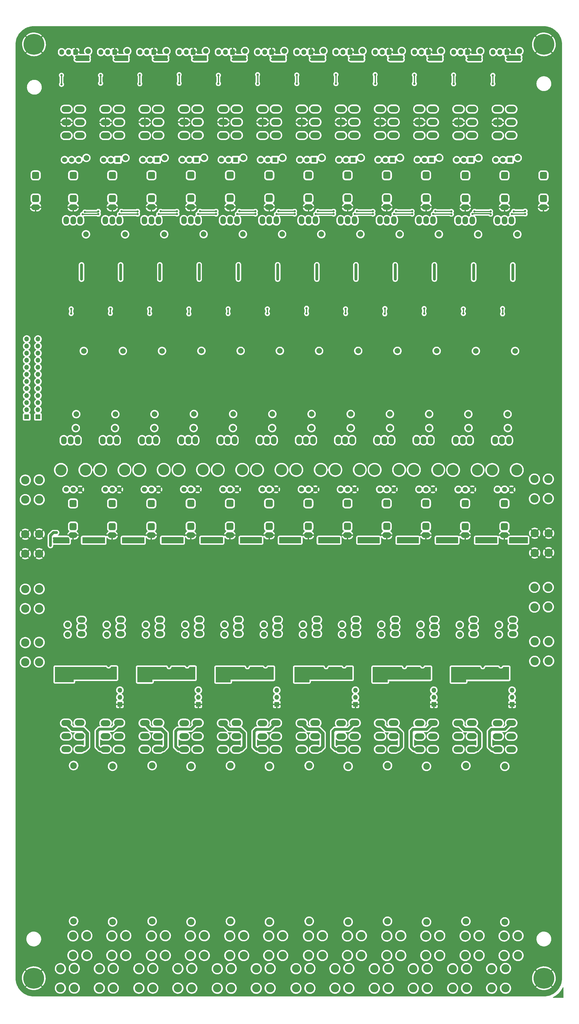
<source format=gbr>
%TF.GenerationSoftware,KiCad,Pcbnew,(6.0.7-1)-1*%
%TF.CreationDate,2024-04-18T03:27:55-04:00*%
%TF.ProjectId,EM_Harpsichord_Sustainer+Playback_V2.0,454d5f48-6172-4707-9369-63686f72645f,rev?*%
%TF.SameCoordinates,Original*%
%TF.FileFunction,Copper,L2,Bot*%
%TF.FilePolarity,Positive*%
%FSLAX46Y46*%
G04 Gerber Fmt 4.6, Leading zero omitted, Abs format (unit mm)*
G04 Created by KiCad (PCBNEW (6.0.7-1)-1) date 2024-04-18 03:27:55*
%MOMM*%
%LPD*%
G01*
G04 APERTURE LIST*
G04 Aperture macros list*
%AMRoundRect*
0 Rectangle with rounded corners*
0 $1 Rounding radius*
0 $2 $3 $4 $5 $6 $7 $8 $9 X,Y pos of 4 corners*
0 Add a 4 corners polygon primitive as box body*
4,1,4,$2,$3,$4,$5,$6,$7,$8,$9,$2,$3,0*
0 Add four circle primitives for the rounded corners*
1,1,$1+$1,$2,$3*
1,1,$1+$1,$4,$5*
1,1,$1+$1,$6,$7*
1,1,$1+$1,$8,$9*
0 Add four rect primitives between the rounded corners*
20,1,$1+$1,$2,$3,$4,$5,0*
20,1,$1+$1,$4,$5,$6,$7,0*
20,1,$1+$1,$6,$7,$8,$9,0*
20,1,$1+$1,$8,$9,$2,$3,0*%
G04 Aperture macros list end*
%TA.AperFunction,ComponentPad*%
%ADD10C,3.000000*%
%TD*%
%TA.AperFunction,ComponentPad*%
%ADD11C,2.000000*%
%TD*%
%TA.AperFunction,ComponentPad*%
%ADD12O,2.000000X2.800000*%
%TD*%
%TA.AperFunction,ComponentPad*%
%ADD13O,3.100000X2.100000*%
%TD*%
%TA.AperFunction,ComponentPad*%
%ADD14RoundRect,0.650000X-0.650000X-0.650000X0.650000X-0.650000X0.650000X0.650000X-0.650000X0.650000X0*%
%TD*%
%TA.AperFunction,ComponentPad*%
%ADD15O,3.500000X2.250000*%
%TD*%
%TA.AperFunction,ComponentPad*%
%ADD16C,7.500000*%
%TD*%
%TA.AperFunction,ComponentPad*%
%ADD17R,1.800000X1.800000*%
%TD*%
%TA.AperFunction,ComponentPad*%
%ADD18C,1.800000*%
%TD*%
%TA.AperFunction,ComponentPad*%
%ADD19R,1.700000X1.700000*%
%TD*%
%TA.AperFunction,ComponentPad*%
%ADD20O,1.700000X1.700000*%
%TD*%
%TA.AperFunction,ComponentPad*%
%ADD21O,2.800000X2.000000*%
%TD*%
%TA.AperFunction,ComponentPad*%
%ADD22RoundRect,0.250000X0.600000X0.725000X-0.600000X0.725000X-0.600000X-0.725000X0.600000X-0.725000X0*%
%TD*%
%TA.AperFunction,ComponentPad*%
%ADD23O,1.700000X1.950000*%
%TD*%
%TA.AperFunction,ComponentPad*%
%ADD24C,2.400000*%
%TD*%
%TA.AperFunction,ComponentPad*%
%ADD25O,2.400000X2.400000*%
%TD*%
%TA.AperFunction,WasherPad*%
%ADD26C,4.000000*%
%TD*%
%TA.AperFunction,ViaPad*%
%ADD27C,0.800000*%
%TD*%
%TA.AperFunction,Conductor*%
%ADD28C,1.000000*%
%TD*%
%TA.AperFunction,Conductor*%
%ADD29C,1.270000*%
%TD*%
%TA.AperFunction,Conductor*%
%ADD30C,0.400000*%
%TD*%
G04 APERTURE END LIST*
D10*
%TO.P,J66,1,Pin_1*%
%TO.N,/Amplifier 5/CH_2-*%
X221953000Y-374777500D03*
X221953000Y-367777500D03*
X226953000Y-367677500D03*
X226953000Y-374777500D03*
%TD*%
D11*
%TO.P,TP82,1,1*%
%TO.N,/Channel 12/Differentiator_out_a*%
X254991727Y-88306288D03*
%TD*%
%TO.P,TP95,1,1*%
%TO.N,/Channel 6/Keyboard_CV_in*%
X152611224Y-185334500D03*
%TD*%
D10*
%TO.P,J61,1,Pin_1*%
%TO.N,/Amplifier 4/CH_2-*%
X193794173Y-367769529D03*
X198794173Y-367669529D03*
X198794173Y-374769529D03*
X193794173Y-374769529D03*
%TD*%
D11*
%TO.P,TP15,1,1*%
%TO.N,/Channel 2/Compressor_out_b*%
X107260500Y-255984500D03*
%TD*%
D10*
%TO.P,J14,1,Pin_1*%
%TO.N,/Amplifier 1/CH_1-*%
X100113500Y-367634500D03*
X95113500Y-374734500D03*
X95113500Y-367734500D03*
X100113500Y-374734500D03*
%TD*%
D12*
%TO.P,SW18,1,A*%
%TO.N,/Channel 5/Keyboard_CV_in*%
X167300000Y-189700736D03*
%TO.P,SW18,2,B*%
%TO.N,Net-(R115-Pad2)*%
X164800000Y-189700736D03*
%TO.P,SW18,3,C*%
%TO.N,Net-(J27-PadT)*%
X162300000Y-189700736D03*
%TD*%
D13*
%TO.P,J46,S*%
%TO.N,GND*%
X250247000Y-105980000D03*
D14*
%TO.P,J46,T*%
%TO.N,Net-(J46-PadT)*%
X250247000Y-94580000D03*
%TO.P,J46,TN*%
%TO.N,Net-(J46-PadTN)*%
X250247000Y-102880000D03*
%TD*%
D15*
%TO.P,SW106,1,A*%
%TO.N,Net-(DNP4-Pad1)*%
X120939000Y-291298250D03*
%TO.P,SW106,2,B*%
%TO.N,Net-(C91-Pad2)*%
X120939000Y-295998250D03*
%TO.P,SW106,3,C*%
%TO.N,/Amplifier 2/CH_1-*%
X120939000Y-300698250D03*
%TO.P,SW106,4,A*%
X125739000Y-291198250D03*
%TO.P,SW106,5,B*%
%TO.N,Net-(C92-Pad2)*%
X125739000Y-295998250D03*
%TO.P,SW106,6,C*%
%TO.N,Net-(DNP4-Pad1)*%
X125739000Y-300698250D03*
%TD*%
D16*
%TO.P,TP89,1,1*%
%TO.N,GND*%
X81038500Y-382936000D03*
%TD*%
D17*
%TO.P,D109,1,K1*%
%TO.N,Net-(D109-Pad1)*%
X224047000Y-88950736D03*
D18*
%TO.P,D109,2,A*%
%TO.N,+12V*%
X221507000Y-88950736D03*
%TO.P,D109,3,K2*%
%TO.N,Net-(D109-Pad3)*%
X218967000Y-88950736D03*
%TD*%
D11*
%TO.P,TP13,1,1*%
%TO.N,/Channel 2/Compressor_out_a*%
X113063500Y-157634500D03*
%TD*%
D19*
%TO.P,J59,1,Pin_1*%
%TO.N,GND*%
X196669173Y-284569529D03*
D20*
%TO.P,J59,2,Pin_2*%
%TO.N,Net-(J59-Pad2)*%
X196669173Y-282029529D03*
%TO.P,J59,3,Pin_3*%
%TO.N,Net-(J59-Pad3)*%
X196669173Y-279489529D03*
%TD*%
D15*
%TO.P,SW24,1,A*%
%TO.N,/Channel 3/Differentiator_out_a*%
X125747000Y-80179264D03*
%TO.P,SW24,2,B*%
%TO.N,/Channel 3/Compressor_in*%
X125747000Y-75479264D03*
%TO.P,SW24,3,C*%
%TO.N,Net-(J19-PadT)*%
X125747000Y-70779264D03*
%TO.P,SW24,4,A*%
%TO.N,Net-(R59-Pad2)*%
X120947000Y-80279264D03*
%TO.P,SW24,5,B*%
%TO.N,GND*%
X120947000Y-75479264D03*
%TO.P,SW24,6,C*%
%TO.N,Net-(R58-Pad2)*%
X120947000Y-70779264D03*
%TD*%
D21*
%TO.P,SW26,1,A*%
%TO.N,/Channel 7/Compressor_out_b*%
X182797000Y-254200736D03*
%TO.P,SW26,2,B*%
%TO.N,/Amplifier 4/Channel1*%
X182797000Y-256700736D03*
%TO.P,SW26,3,C*%
%TO.N,/Channel 7/Differentiator_out_b*%
X182797000Y-259200736D03*
%TD*%
D11*
%TO.P,TP20,1,1*%
%TO.N,/Channel 3/Compressor_out_a*%
X127150000Y-157629264D03*
%TD*%
D22*
%TO.P,J47,1,Pin_1*%
%TO.N,GND*%
X251096505Y-50313000D03*
D23*
%TO.P,J47,2,Pin_2*%
%TO.N,+5V*%
X248596505Y-50313000D03*
%TO.P,J47,3,Pin_3*%
%TO.N,Net-(C80-Pad1)*%
X246096505Y-50313000D03*
%TD*%
D11*
%TO.P,TP85,1,1*%
%TO.N,/Channel 12/Compressor_out_b*%
X248247000Y-256000000D03*
%TD*%
%TO.P,TP28,1,1*%
%TO.N,/Channel 4/Differentiator_out_b*%
X135497000Y-259450000D03*
%TD*%
D12*
%TO.P,SW40,1,A*%
%TO.N,in_L*%
X252747000Y-110750000D03*
%TO.P,SW40,2,B*%
%TO.N,Net-(J46-PadTN)*%
X250247000Y-110750000D03*
%TO.P,SW40,3,C*%
%TO.N,in_R*%
X247747000Y-110750000D03*
%TD*%
D11*
%TO.P,TP37,1,1*%
%TO.N,/Channel 6/Compressor_in*%
X156200000Y-115700736D03*
%TD*%
D10*
%TO.P,J68,1,Pin_1*%
%TO.N,/Amplifier 5/CH_1+*%
X203453000Y-386527500D03*
X208453000Y-379427500D03*
X203453000Y-379527500D03*
X208453000Y-386527500D03*
%TD*%
D24*
%TO.P,DNP9,1*%
%TO.N,Net-(DNP9-Pad1)*%
X222203000Y-306837500D03*
D25*
%TO.P,DNP9,2*%
%TO.N,/Amplifier 5/CH_2+*%
X222203000Y-362717500D03*
%TD*%
D26*
%TO.P,RV22,*%
%TO.N,*%
X133100000Y-200338000D03*
X141900000Y-200338000D03*
D18*
%TO.P,RV22,1,1*%
%TO.N,GND*%
X140000000Y-207338000D03*
%TO.P,RV22,2,2*%
%TO.N,Net-(J24-PadTN)*%
X137500000Y-207338000D03*
%TO.P,RV22,3,3*%
%TO.N,Net-(R96-Pad1)*%
X135000000Y-207338000D03*
%TD*%
D17*
%TO.P,D85,1,K1*%
%TO.N,Net-(D85-Pad1)*%
X195846999Y-88950736D03*
D18*
%TO.P,D85,2,A*%
%TO.N,+12V*%
X193306999Y-88950736D03*
%TO.P,D85,3,K2*%
%TO.N,Net-(D85-Pad3)*%
X190766999Y-88950736D03*
%TD*%
D13*
%TO.P,J48,S*%
%TO.N,GND*%
X250198500Y-223818000D03*
D14*
%TO.P,J48,T*%
%TO.N,Net-(J48-PadT)*%
X250198500Y-212418000D03*
%TO.P,J48,TN*%
%TO.N,Net-(J48-PadTN)*%
X250198500Y-220718000D03*
%TD*%
D24*
%TO.P,DNP6,1*%
%TO.N,Net-(DNP6-Pad1)*%
X151753000Y-306587500D03*
D25*
%TO.P,DNP6,2*%
%TO.N,/Amplifier 3/CH_1+*%
X151753000Y-362467500D03*
%TD*%
D15*
%TO.P,SW104,1,A*%
%TO.N,/Channel 11/Differentiator_out_a*%
X238547000Y-80200736D03*
%TO.P,SW104,2,B*%
%TO.N,/Channel 11/Compressor_in*%
X238547000Y-75500736D03*
%TO.P,SW104,3,C*%
%TO.N,Net-(J43-PadT)*%
X238547000Y-70800736D03*
%TO.P,SW104,4,A*%
%TO.N,Net-(R266-Pad2)*%
X233747000Y-80300736D03*
%TO.P,SW104,5,B*%
%TO.N,GND*%
X233747000Y-75500736D03*
%TO.P,SW104,6,C*%
%TO.N,Net-(R265-Pad2)*%
X233747000Y-70800736D03*
%TD*%
D11*
%TO.P,TP36,1,1*%
%TO.N,/Channel 5/Compressor_out_b*%
X163697000Y-255950736D03*
%TD*%
D13*
%TO.P,J21,S*%
%TO.N,GND*%
X123298500Y-223797264D03*
D14*
%TO.P,J21,T*%
%TO.N,Net-(J21-PadT)*%
X123298500Y-212397264D03*
%TO.P,J21,TN*%
%TO.N,Net-(J21-PadTN)*%
X123298500Y-220697264D03*
%TD*%
D12*
%TO.P,SW23,1,A*%
%TO.N,in_L*%
X182297000Y-110700736D03*
%TO.P,SW23,2,B*%
%TO.N,Net-(J31-PadTN)*%
X179797000Y-110700736D03*
%TO.P,SW23,3,C*%
%TO.N,in_R*%
X177297000Y-110700736D03*
%TD*%
D11*
%TO.P,TP94,1,1*%
%TO.N,/Channel 5/Keyboard_CV_in*%
X166729405Y-185334500D03*
%TD*%
D13*
%TO.P,J18,S*%
%TO.N,GND*%
X109212000Y-223802500D03*
D14*
%TO.P,J18,T*%
%TO.N,Net-(J18-PadT)*%
X109212000Y-212402500D03*
%TO.P,J18,TN*%
%TO.N,Net-(J18-PadTN)*%
X109212000Y-220702500D03*
%TD*%
D12*
%TO.P,SW17,1,A*%
%TO.N,in_L*%
X168197000Y-110700736D03*
%TO.P,SW17,2,B*%
%TO.N,Net-(J25-PadTN)*%
X165697000Y-110700736D03*
%TO.P,SW17,3,C*%
%TO.N,in_R*%
X163197000Y-110700736D03*
%TD*%
D19*
%TO.P,J69,1,Pin_1*%
%TO.N,GND*%
X252978000Y-284577500D03*
D20*
%TO.P,J69,2,Pin_2*%
%TO.N,Net-(J69-Pad2)*%
X252978000Y-282037500D03*
%TO.P,J69,3,Pin_3*%
%TO.N,Net-(J69-Pad3)*%
X252978000Y-279497500D03*
%TD*%
D11*
%TO.P,TP61,1,1*%
%TO.N,/Channel 9/Differentiator_out_a*%
X212691727Y-88257024D03*
%TD*%
D19*
%TO.P,J64,1,Pin_1*%
%TO.N,GND*%
X224828000Y-284577500D03*
D20*
%TO.P,J64,2,Pin_2*%
%TO.N,Net-(J64-Pad2)*%
X224828000Y-282037500D03*
%TO.P,J64,3,Pin_3*%
%TO.N,Net-(J64-Pad3)*%
X224828000Y-279497500D03*
%TD*%
D10*
%TO.P,J52,1,Pin_1*%
%TO.N,/Amplifier 2/CH_1-*%
X128339000Y-367648250D03*
X123339000Y-367748250D03*
X128339000Y-374748250D03*
X123339000Y-374748250D03*
%TD*%
D15*
%TO.P,SW305,1,A*%
%TO.N,/Amplifier 4/CH_2-*%
X191541173Y-291342029D03*
%TO.P,SW305,2,B*%
%TO.N,Net-(C113-Pad2)*%
X191541173Y-296042029D03*
%TO.P,SW305,3,C*%
%TO.N,Net-(DNP7-Pad1)*%
X191541173Y-300742029D03*
%TO.P,SW305,4,A*%
X196341173Y-291242029D03*
%TO.P,SW305,5,B*%
%TO.N,Net-(C114-Pad2)*%
X196341173Y-296042029D03*
%TO.P,SW305,6,C*%
%TO.N,/Amplifier 4/CH_2-*%
X196341173Y-300742029D03*
%TD*%
D11*
%TO.P,TP33,1,1*%
%TO.N,/Channel 5/Differentiator_out_a*%
X170441727Y-88257024D03*
%TD*%
%TO.P,TP96,1,1*%
%TO.N,/Channel 7/Keyboard_CV_in*%
X180847586Y-185334500D03*
%TD*%
%TO.P,TP52,1,1*%
%TO.N,Net-(R202-Pad1)*%
X199228990Y-49893979D03*
%TD*%
D10*
%TO.P,J60,1,Pin_1*%
%TO.N,/Amplifier 4/CH_2+*%
X194294173Y-386519529D03*
X189294173Y-379519529D03*
X189294173Y-386519529D03*
X194294173Y-379419529D03*
%TD*%
D26*
%TO.P,RV52,*%
%TO.N,*%
X212350000Y-200338736D03*
X203550000Y-200338736D03*
D18*
%TO.P,RV52,1,1*%
%TO.N,GND*%
X210450000Y-207338736D03*
%TO.P,RV52,2,2*%
%TO.N,Net-(J39-PadTN)*%
X207950000Y-207338736D03*
%TO.P,RV52,3,3*%
%TO.N,Net-(R226-Pad1)*%
X205450000Y-207338736D03*
%TD*%
D11*
%TO.P,TP24,1,1*%
%TO.N,Net-(R98-Pad1)*%
X142878991Y-49893243D03*
%TD*%
D12*
%TO.P,SW3,1,A*%
%TO.N,in_L*%
X97710500Y-110734500D03*
%TO.P,SW3,2,B*%
%TO.N,Net-(J201-PadTN)*%
X95210500Y-110734500D03*
%TO.P,SW3,3,C*%
%TO.N,in_R*%
X92710500Y-110734500D03*
%TD*%
D11*
%TO.P,TP65,1,1*%
%TO.N,/Channel 10/Compressor_in*%
X226650000Y-115700736D03*
%TD*%
%TO.P,TP56,1,1*%
%TO.N,/Channel 8/Differentiator_out_b*%
X191847000Y-259450736D03*
%TD*%
D18*
%TO.P,D12,1,K1*%
%TO.N,Net-(D12-Pad1)*%
X97210500Y-88984500D03*
%TO.P,D12,2,A*%
%TO.N,+12V*%
X94670500Y-88984500D03*
%TO.P,D12,3,K2*%
%TO.N,Net-(D12-Pad3)*%
X92130500Y-88984500D03*
%TD*%
D11*
%TO.P,TP45,1,1*%
%TO.N,Net-(R176-Pad1)*%
X185178991Y-49893979D03*
%TD*%
D12*
%TO.P,SW13,1,A*%
%TO.N,in_L*%
X139997000Y-110700000D03*
%TO.P,SW13,2,B*%
%TO.N,Net-(J22-PadTN)*%
X137497000Y-110700000D03*
%TO.P,SW13,3,C*%
%TO.N,in_R*%
X134997000Y-110700000D03*
%TD*%
D13*
%TO.P,J34,S*%
%TO.N,GND*%
X193846999Y-105930736D03*
D14*
%TO.P,J34,T*%
%TO.N,Net-(J34-PadT)*%
X193846999Y-94530736D03*
%TO.P,J34,TN*%
%TO.N,Net-(J34-PadTN)*%
X193846999Y-102830736D03*
%TD*%
D11*
%TO.P,TP79,1,1*%
%TO.N,/Channel 12/Compressor_in*%
X254850000Y-115750000D03*
%TD*%
%TO.P,TP38,1,1*%
%TO.N,Net-(R150-Pad1)*%
X156978991Y-49893979D03*
%TD*%
D12*
%TO.P,SW28,1,A*%
%TO.N,/Channel 8/Keyboard_CV_in*%
X195450000Y-189700736D03*
%TO.P,SW28,2,B*%
%TO.N,Net-(R193-Pad2)*%
X192950000Y-189700736D03*
%TO.P,SW28,3,C*%
%TO.N,Net-(J36-PadT)*%
X190450000Y-189700736D03*
%TD*%
D11*
%TO.P,TP72,1,1*%
%TO.N,/Channel 11/Compressor_in*%
X240750000Y-115750736D03*
%TD*%
D13*
%TO.P,J42,S*%
%TO.N,GND*%
X221998500Y-223768736D03*
D14*
%TO.P,J42,T*%
%TO.N,Net-(J42-PadT)*%
X221998500Y-212368736D03*
%TO.P,J42,TN*%
%TO.N,Net-(J42-PadTN)*%
X221998500Y-220668736D03*
%TD*%
D22*
%TO.P,J20,1,Pin_1*%
%TO.N,GND*%
X124196505Y-50292264D03*
D23*
%TO.P,J20,2,Pin_2*%
%TO.N,+5V*%
X121696505Y-50292264D03*
%TO.P,J20,3,Pin_3*%
%TO.N,Net-(C26-Pad1)*%
X119196505Y-50292264D03*
%TD*%
D13*
%TO.P,J43,S*%
%TO.N,GND*%
X236147000Y-105980736D03*
D14*
%TO.P,J43,T*%
%TO.N,Net-(J43-PadT)*%
X236147000Y-94580736D03*
%TO.P,J43,TN*%
%TO.N,Net-(J43-PadTN)*%
X236147000Y-102880736D03*
%TD*%
D10*
%TO.P,J9,1,Pin_1*%
%TO.N,+5V*%
X266100000Y-262000000D03*
X266100000Y-269000000D03*
X261100000Y-262000000D03*
X261100000Y-269100000D03*
%TD*%
D11*
%TO.P,TP26,1,1*%
%TO.N,/Channel 4/Differentiator_out_a*%
X142241727Y-88256288D03*
%TD*%
D14*
%TO.P,JA1_in1,R*%
%TO.N,in_R*%
X81713500Y-102864500D03*
D13*
%TO.P,JA1_in1,S*%
%TO.N,GND*%
X81713500Y-105964500D03*
D14*
%TO.P,JA1_in1,T*%
%TO.N,in_L*%
X81713500Y-94564500D03*
%TD*%
D11*
%TO.P,TP18,1,1*%
%TO.N,Net-(C28-Pad2)*%
X124450000Y-180317264D03*
%TD*%
%TO.P,TP51,1,1*%
%TO.N,/Channel 8/Compressor_in*%
X198450000Y-115700736D03*
%TD*%
D10*
%TO.P,J2,1,Pin_1*%
%TO.N,+12V*%
X83000000Y-211034500D03*
X83000000Y-203934500D03*
X78000000Y-204034500D03*
X78000000Y-211034500D03*
%TD*%
D11*
%TO.P,TP70,1,1*%
%TO.N,/Channel 10/Differentiator_out_b*%
X220047000Y-259450736D03*
%TD*%
%TO.P,TP25,1,1*%
%TO.N,Net-(C34-Pad2)*%
X138600000Y-180288000D03*
%TD*%
D15*
%TO.P,SW84,1,A*%
%TO.N,/Channel 9/Differentiator_out_a*%
X210347000Y-80150736D03*
%TO.P,SW84,2,B*%
%TO.N,/Channel 9/Compressor_in*%
X210347000Y-75450736D03*
%TO.P,SW84,3,C*%
%TO.N,Net-(J37-PadT)*%
X210347000Y-70750736D03*
%TO.P,SW84,4,A*%
%TO.N,Net-(R214-Pad2)*%
X205547000Y-80250736D03*
%TO.P,SW84,5,B*%
%TO.N,GND*%
X205547000Y-75450736D03*
%TO.P,SW84,6,C*%
%TO.N,Net-(R213-Pad2)*%
X205547000Y-70750736D03*
%TD*%
D10*
%TO.P,J65,1,Pin_1*%
%TO.N,/Amplifier 5/CH_2+*%
X222453000Y-386527500D03*
X217453000Y-379527500D03*
X222453000Y-379427500D03*
X217453000Y-386527500D03*
%TD*%
D11*
%TO.P,TP104,1,1*%
%TO.N,/Channel 3/Keyboard_CV_in*%
X124374862Y-185334500D03*
%TD*%
D17*
%TO.P,D49,1,K1*%
%TO.N,Net-(D49-Pad1)*%
X167697000Y-88950736D03*
D18*
%TO.P,D49,2,A*%
%TO.N,+12V*%
X165157000Y-88950736D03*
%TO.P,D49,3,K2*%
%TO.N,Net-(D49-Pad3)*%
X162617000Y-88950736D03*
%TD*%
D21*
%TO.P,SW36,1,A*%
%TO.N,/Channel 10/Compressor_out_b*%
X225047000Y-254200736D03*
%TO.P,SW36,2,B*%
%TO.N,/Amplifier 5/Channel2*%
X225047000Y-256700736D03*
%TO.P,SW36,3,C*%
%TO.N,/Channel 10/Differentiator_out_b*%
X225047000Y-259200736D03*
%TD*%
D24*
%TO.P,DNP4,1*%
%TO.N,Net-(DNP4-Pad1)*%
X123589000Y-306558250D03*
D25*
%TO.P,DNP4,2*%
%TO.N,/Amplifier 2/CH_1+*%
X123589000Y-362438250D03*
%TD*%
D13*
%TO.P,J40,S*%
%TO.N,GND*%
X222047000Y-105930736D03*
D14*
%TO.P,J40,T*%
%TO.N,Net-(J40-PadT)*%
X222047000Y-94530736D03*
%TO.P,J40,TN*%
%TO.N,Net-(J40-PadTN)*%
X222047000Y-102830736D03*
%TD*%
D19*
%TO.P,J49,1,Pin_1*%
%TO.N,GND*%
X140214000Y-284548250D03*
D20*
%TO.P,J49,2,Pin_2*%
%TO.N,Net-(J49-Pad2)*%
X140214000Y-282008250D03*
%TO.P,J49,3,Pin_3*%
%TO.N,Net-(J49-Pad3)*%
X140214000Y-279468250D03*
%TD*%
D10*
%TO.P,J6,1,Pin_1*%
%TO.N,GND*%
X83000000Y-230456722D03*
X78000000Y-223456722D03*
X83000000Y-223356722D03*
X78000000Y-230456722D03*
%TD*%
D19*
%TO.P,J5,1,Pin_1*%
%TO.N,Keyboard_CV_1*%
X78513500Y-181300000D03*
D20*
%TO.P,J5,2,Pin_2*%
%TO.N,Keyboard_CV_2*%
X78513500Y-178760000D03*
%TO.P,J5,3,Pin_3*%
%TO.N,Keyboard_CV_3*%
X78513500Y-176220000D03*
%TO.P,J5,4,Pin_4*%
%TO.N,Keyboard_CV_4*%
X78513500Y-173680000D03*
%TO.P,J5,5,Pin_5*%
%TO.N,Keyboard_CV_5*%
X78513500Y-171140000D03*
%TO.P,J5,6,Pin_6*%
%TO.N,Keyboard_CV_6*%
X78513500Y-168600000D03*
%TO.P,J5,7,Pin_7*%
%TO.N,Keyboard_CV_7*%
X78513500Y-166060000D03*
%TO.P,J5,8,Pin_8*%
%TO.N,Keyboard_CV_8*%
X78513500Y-163520000D03*
%TO.P,J5,9,Pin_9*%
%TO.N,Keyboard_CV_9*%
X78513500Y-160980000D03*
%TO.P,J5,10,Pin_10*%
%TO.N,Keyboard_CV_10*%
X78513500Y-158440000D03*
%TO.P,J5,11,Pin_11*%
%TO.N,Keyboard_CV_11*%
X78513500Y-155900000D03*
%TO.P,J5,12,Pin_12*%
%TO.N,Keyboard_CV_12*%
X78513500Y-153360000D03*
%TD*%
D14*
%TO.P,JA2_out1,R*%
%TO.N,in_R*%
X264250000Y-102880000D03*
D13*
%TO.P,JA2_out1,S*%
%TO.N,GND*%
X264250000Y-105980000D03*
D14*
%TO.P,JA2_out1,T*%
%TO.N,in_L*%
X264250000Y-94580000D03*
%TD*%
D13*
%TO.P,J200,S*%
%TO.N,GND*%
X95162000Y-223802500D03*
D14*
%TO.P,J200,T*%
%TO.N,Net-(J200-PadT)*%
X95162000Y-212402500D03*
%TO.P,J200,TN*%
%TO.N,Net-(J200-PadTN)*%
X95162000Y-220702500D03*
%TD*%
D11*
%TO.P,TP53,1,1*%
%TO.N,Net-(C58-Pad2)*%
X194950000Y-180288736D03*
%TD*%
%TO.P,TP12,1,1*%
%TO.N,/Channel 2/Differentiator_out_a*%
X114005227Y-88290788D03*
%TD*%
%TO.P,TP31,1,1*%
%TO.N,Net-(R124-Pad1)*%
X171078991Y-49893979D03*
%TD*%
D22*
%TO.P,J44,1,Pin_1*%
%TO.N,GND*%
X236996505Y-50313736D03*
D23*
%TO.P,J44,2,Pin_2*%
%TO.N,+5V*%
X234496505Y-50313736D03*
%TO.P,J44,3,Pin_3*%
%TO.N,Net-(C74-Pad1)*%
X231996505Y-50313736D03*
%TD*%
D19*
%TO.P,J1,1,Pin_1*%
%TO.N,GND*%
X111988500Y-284534500D03*
D20*
%TO.P,J1,2,Pin_2*%
%TO.N,Net-(J1-Pad2)*%
X111988500Y-281994500D03*
%TO.P,J1,3,Pin_3*%
%TO.N,Net-(J1-Pad3)*%
X111988500Y-279454500D03*
%TD*%
D11*
%TO.P,TP93,1,1*%
%TO.N,/Channel 4/Keyboard_CV_in*%
X138493043Y-185334500D03*
%TD*%
D26*
%TO.P,RV34,*%
%TO.N,*%
X156000000Y-200338736D03*
X147200000Y-200338736D03*
D18*
%TO.P,RV34,1,1*%
%TO.N,GND*%
X154100000Y-207338736D03*
%TO.P,RV34,2,2*%
%TO.N,Net-(J30-PadTN)*%
X151600000Y-207338736D03*
%TO.P,RV34,3,3*%
%TO.N,Net-(R148-Pad1)*%
X149100000Y-207338736D03*
%TD*%
D11*
%TO.P,TP76,1,1*%
%TO.N,/Channel 11/Compressor_out_a*%
X239950000Y-157650736D03*
%TD*%
D12*
%TO.P,SW21,1,A*%
%TO.N,/Channel 6/Keyboard_CV_in*%
X153200000Y-189700736D03*
%TO.P,SW21,2,B*%
%TO.N,Net-(R141-Pad2)*%
X150700000Y-189700736D03*
%TO.P,SW21,3,C*%
%TO.N,Net-(J30-PadT)*%
X148200000Y-189700736D03*
%TD*%
D13*
%TO.P,J24,S*%
%TO.N,GND*%
X137448500Y-223768000D03*
D14*
%TO.P,J24,T*%
%TO.N,Net-(J24-PadT)*%
X137448500Y-212368000D03*
%TO.P,J24,TN*%
%TO.N,Net-(J24-PadTN)*%
X137448500Y-220668000D03*
%TD*%
D24*
%TO.P,DNP2,1*%
%TO.N,Net-(DNP2-Pad1)*%
X95363500Y-306544500D03*
D25*
%TO.P,DNP2,2*%
%TO.N,/Amplifier 1/CH_1+*%
X95363500Y-362424500D03*
%TD*%
D11*
%TO.P,TP67,1,1*%
%TO.N,Net-(C70-Pad2)*%
X223150000Y-180288736D03*
%TD*%
D21*
%TO.P,SW32,1,A*%
%TO.N,/Channel 9/Compressor_out_b*%
X210947000Y-254200736D03*
%TO.P,SW32,2,B*%
%TO.N,/Amplifier 5/Channel1*%
X210947000Y-256700736D03*
%TO.P,SW32,3,C*%
%TO.N,/Channel 9/Differentiator_out_b*%
X210947000Y-259200736D03*
%TD*%
D10*
%TO.P,J71,1,Pin_1*%
%TO.N,/Amplifier 6/CH_2-*%
X250103000Y-374777500D03*
X250103000Y-367777500D03*
X255103000Y-367677500D03*
X255103000Y-374777500D03*
%TD*%
D11*
%TO.P,TP80,1,1*%
%TO.N,Net-(R306-Pad1)*%
X255628991Y-49943243D03*
%TD*%
D22*
%TO.P,J35,1,Pin_1*%
%TO.N,GND*%
X194696504Y-50263736D03*
D23*
%TO.P,J35,2,Pin_2*%
%TO.N,+5V*%
X192196504Y-50263736D03*
%TO.P,J35,3,Pin_3*%
%TO.N,Net-(C56-Pad1)*%
X189696504Y-50263736D03*
%TD*%
D10*
%TO.P,J56,1,Pin_1*%
%TO.N,/Amplifier 3/CH_2-*%
X165503000Y-374777500D03*
X165503000Y-367777500D03*
X170503000Y-367677500D03*
X170503000Y-374777500D03*
%TD*%
%TO.P,J67,1,Pin_1*%
%TO.N,/Amplifier 5/CH_1-*%
X212953000Y-367677500D03*
X207953000Y-374777500D03*
X212953000Y-374777500D03*
X207953000Y-367777500D03*
%TD*%
D15*
%TO.P,SW114,1,A*%
%TO.N,/Channel 12/Differentiator_out_a*%
X252647000Y-80200000D03*
%TO.P,SW114,2,B*%
%TO.N,/Channel 12/Compressor_in*%
X252647000Y-75500000D03*
%TO.P,SW114,3,C*%
%TO.N,Net-(J46-PadT)*%
X252647000Y-70800000D03*
%TO.P,SW114,4,A*%
%TO.N,Net-(R292-Pad2)*%
X247847000Y-80300000D03*
%TO.P,SW114,5,B*%
%TO.N,GND*%
X247847000Y-75500000D03*
%TO.P,SW114,6,C*%
%TO.N,Net-(R291-Pad2)*%
X247847000Y-70800000D03*
%TD*%
D11*
%TO.P,TP50,1,1*%
%TO.N,/Channel 7/Compressor_out_b*%
X177797000Y-255950736D03*
%TD*%
%TO.P,TP23,1,1*%
%TO.N,/Channel 4/Compressor_in*%
X142100000Y-115700000D03*
%TD*%
D15*
%TO.P,SW505,1,A*%
%TO.N,/Amplifier 6/CH_2-*%
X247850000Y-291350000D03*
%TO.P,SW505,2,B*%
%TO.N,Net-(C137-Pad2)*%
X247850000Y-296050000D03*
%TO.P,SW505,3,C*%
%TO.N,Net-(DNP11-Pad1)*%
X247850000Y-300750000D03*
%TO.P,SW505,4,A*%
X252650000Y-291250000D03*
%TO.P,SW505,5,B*%
%TO.N,Net-(C138-Pad2)*%
X252650000Y-296050000D03*
%TO.P,SW505,6,C*%
%TO.N,/Amplifier 6/CH_2-*%
X252650000Y-300750000D03*
%TD*%
D11*
%TO.P,TP4,1,1*%
%TO.N,/Channel 1/Compressor_in*%
X99813500Y-115734500D03*
%TD*%
D13*
%TO.P,J25,S*%
%TO.N,GND*%
X165697000Y-105930736D03*
D14*
%TO.P,J25,T*%
%TO.N,Net-(J25-PadT)*%
X165697000Y-94530736D03*
%TO.P,J25,TN*%
%TO.N,Net-(J25-PadTN)*%
X165697000Y-102830736D03*
%TD*%
D10*
%TO.P,J10,1,Pin_1*%
%TO.N,GND*%
X261100000Y-230200000D03*
X266100000Y-223100000D03*
X261100000Y-223100000D03*
X266100000Y-230100000D03*
%TD*%
D11*
%TO.P,TP30,1,1*%
%TO.N,/Channel 5/Compressor_in*%
X170300000Y-115700736D03*
%TD*%
D15*
%TO.P,SW306,1,A*%
%TO.N,Net-(DNP8-Pad1)*%
X177394173Y-291319529D03*
%TO.P,SW306,2,B*%
%TO.N,Net-(C115-Pad2)*%
X177394173Y-296019529D03*
%TO.P,SW306,3,C*%
%TO.N,/Amplifier 4/CH_1-*%
X177394173Y-300719529D03*
%TO.P,SW306,4,A*%
X182194173Y-291219529D03*
%TO.P,SW306,5,B*%
%TO.N,Net-(C116-Pad2)*%
X182194173Y-296019529D03*
%TO.P,SW306,6,C*%
%TO.N,Net-(DNP8-Pad1)*%
X182194173Y-300719529D03*
%TD*%
D10*
%TO.P,J73,1,Pin_1*%
%TO.N,/Amplifier 6/CH_1+*%
X236603000Y-379427500D03*
X231603000Y-386527500D03*
X236603000Y-386527500D03*
X231603000Y-379527500D03*
%TD*%
D11*
%TO.P,TP29,1,1*%
%TO.N,/Channel 4/Compressor_out_b*%
X135497000Y-255950000D03*
%TD*%
D12*
%TO.P,SW2,1,A*%
%TO.N,/Channel 1/Keyboard_CV_in*%
X96813500Y-189734500D03*
%TO.P,SW2,2,B*%
%TO.N,Net-(R20-Pad2)*%
X94313500Y-189734500D03*
%TO.P,SW2,3,C*%
%TO.N,Net-(J200-PadT)*%
X91813500Y-189734500D03*
%TD*%
D24*
%TO.P,DNP10,1*%
%TO.N,Net-(DNP10-Pad1)*%
X208203000Y-306587500D03*
D25*
%TO.P,DNP10,2*%
%TO.N,/Amplifier 5/CH_1+*%
X208203000Y-362467500D03*
%TD*%
D11*
%TO.P,TP5,1,1*%
%TO.N,/Channel 1/Differentiator_out_b*%
X93210500Y-259484500D03*
%TD*%
D17*
%TO.P,D121,1,K1*%
%TO.N,Net-(D121-Pad1)*%
X238147000Y-89000736D03*
D18*
%TO.P,D121,2,A*%
%TO.N,+12V*%
X235607000Y-89000736D03*
%TO.P,D121,3,K2*%
%TO.N,Net-(D121-Pad3)*%
X233067000Y-89000736D03*
%TD*%
D10*
%TO.P,J55,1,Pin_1*%
%TO.N,/Amplifier 3/CH_2+*%
X166003000Y-379427500D03*
X161003000Y-386527500D03*
X161003000Y-379527500D03*
X166003000Y-386527500D03*
%TD*%
D13*
%TO.P,J27,S*%
%TO.N,GND*%
X165648500Y-223768736D03*
D14*
%TO.P,J27,T*%
%TO.N,Net-(J27-PadT)*%
X165648500Y-212368736D03*
%TO.P,J27,TN*%
%TO.N,Net-(J27-PadTN)*%
X165648500Y-220668736D03*
%TD*%
D12*
%TO.P,SW33,1,A*%
%TO.N,in_L*%
X224547000Y-110700736D03*
%TO.P,SW33,2,B*%
%TO.N,Net-(J40-PadTN)*%
X222047000Y-110700736D03*
%TO.P,SW33,3,C*%
%TO.N,in_R*%
X219547000Y-110700736D03*
%TD*%
D22*
%TO.P,J29,1,Pin_1*%
%TO.N,GND*%
X152446505Y-50263736D03*
D23*
%TO.P,J29,2,Pin_2*%
%TO.N,+5V*%
X149946505Y-50263736D03*
%TO.P,J29,3,Pin_3*%
%TO.N,Net-(C44-Pad1)*%
X147446505Y-50263736D03*
%TD*%
D10*
%TO.P,J72,1,Pin_1*%
%TO.N,/Amplifier 6/CH_1-*%
X241103000Y-367677500D03*
X241103000Y-374777500D03*
X236103000Y-367777500D03*
X236103000Y-374777500D03*
%TD*%
D11*
%TO.P,TP11,1,1*%
%TO.N,Net-(C22-Pad2)*%
X110363500Y-180322500D03*
%TD*%
D12*
%TO.P,SW41,1,A*%
%TO.N,/Channel 12/Keyboard_CV_in*%
X251850000Y-189750000D03*
%TO.P,SW41,2,B*%
%TO.N,Net-(R297-Pad2)*%
X249350000Y-189750000D03*
%TO.P,SW41,3,C*%
%TO.N,Net-(J48-PadT)*%
X246850000Y-189750000D03*
%TD*%
%TO.P,SW10,1,A*%
%TO.N,in_L*%
X125847000Y-110729264D03*
%TO.P,SW10,2,B*%
%TO.N,Net-(J19-PadTN)*%
X123347000Y-110729264D03*
%TO.P,SW10,3,C*%
%TO.N,in_R*%
X120847000Y-110729264D03*
%TD*%
D11*
%TO.P,TP27,1,1*%
%TO.N,/Channel 4/Compressor_out_a*%
X141300000Y-157600000D03*
%TD*%
D22*
%TO.P,J23,1,Pin_1*%
%TO.N,GND*%
X138346505Y-50263000D03*
D23*
%TO.P,J23,2,Pin_2*%
%TO.N,+5V*%
X135846505Y-50263000D03*
%TO.P,J23,3,Pin_3*%
%TO.N,Net-(C32-Pad1)*%
X133346505Y-50263000D03*
%TD*%
D11*
%TO.P,TP99,1,1*%
%TO.N,/Channel 10/Keyboard_CV_in*%
X223202129Y-185334500D03*
%TD*%
D10*
%TO.P,J15,1,Pin_1*%
%TO.N,/Amplifier 1/CH_1+*%
X90613500Y-386484500D03*
X90613500Y-379484500D03*
X95613500Y-379384500D03*
X95613500Y-386484500D03*
%TD*%
D11*
%TO.P,TP44,1,1*%
%TO.N,/Channel 7/Compressor_in*%
X184400000Y-115700736D03*
%TD*%
%TO.P,TP69,1,1*%
%TO.N,/Channel 10/Compressor_out_a*%
X225850000Y-157600736D03*
%TD*%
%TO.P,TP101,1,1*%
%TO.N,/Channel 12/Keyboard_CV_in*%
X251438500Y-185334500D03*
%TD*%
%TO.P,TP84,1,1*%
%TO.N,/Channel 12/Differentiator_out_b*%
X248247000Y-259500000D03*
%TD*%
%TO.P,TP59,1,1*%
%TO.N,Net-(R228-Pad1)*%
X213328991Y-49893979D03*
%TD*%
D24*
%TO.P,DNP3,1*%
%TO.N,Net-(DNP3-Pad1)*%
X137589000Y-306808250D03*
D25*
%TO.P,DNP3,2*%
%TO.N,/Amplifier 2/CH_2+*%
X137589000Y-362688250D03*
%TD*%
D12*
%TO.P,SW25,1,A*%
%TO.N,/Channel 7/Keyboard_CV_in*%
X181400000Y-189700736D03*
%TO.P,SW25,2,B*%
%TO.N,Net-(R167-Pad2)*%
X178900000Y-189700736D03*
%TO.P,SW25,3,C*%
%TO.N,Net-(J33-PadT)*%
X176400000Y-189700736D03*
%TD*%
D11*
%TO.P,TP58,1,1*%
%TO.N,/Channel 9/Compressor_in*%
X212550000Y-115700736D03*
%TD*%
D10*
%TO.P,J62,1,Pin_1*%
%TO.N,/Amplifier 4/CH_1-*%
X184794173Y-367669529D03*
X179794173Y-367769529D03*
X179794173Y-374769529D03*
X184794173Y-374769529D03*
%TD*%
D22*
%TO.P,J32,1,Pin_1*%
%TO.N,GND*%
X180646505Y-50263736D03*
D23*
%TO.P,J32,2,Pin_2*%
%TO.N,+5V*%
X178146505Y-50263736D03*
%TO.P,J32,3,Pin_3*%
%TO.N,Net-(C50-Pad1)*%
X175646505Y-50263736D03*
%TD*%
D17*
%TO.P,D37,1,K1*%
%TO.N,Net-(D37-Pad1)*%
X139497000Y-88950000D03*
D18*
%TO.P,D37,2,A*%
%TO.N,+12V*%
X136957000Y-88950000D03*
%TO.P,D37,3,K2*%
%TO.N,Net-(D37-Pad3)*%
X134417000Y-88950000D03*
%TD*%
D24*
%TO.P,DNP12,1*%
%TO.N,Net-(DNP12-Pad1)*%
X236353000Y-306587500D03*
D25*
%TO.P,DNP12,2*%
%TO.N,/Amplifier 6/CH_1+*%
X236353000Y-362467500D03*
%TD*%
D11*
%TO.P,TP102,1,1*%
%TO.N,/Channel 1/Keyboard_CV_in*%
X96138500Y-185334500D03*
%TD*%
D21*
%TO.P,SW9,1,A*%
%TO.N,/Channel 2/Compressor_out_b*%
X112260500Y-254234500D03*
%TO.P,SW9,2,B*%
%TO.N,/Amplifier 1/Channel2*%
X112260500Y-256734500D03*
%TO.P,SW9,3,C*%
%TO.N,/Channel 2/Differentiator_out_b*%
X112260500Y-259234500D03*
%TD*%
D17*
%TO.P,D25,1,K1*%
%TO.N,Net-(D25-Pad1)*%
X125347000Y-88979264D03*
D18*
%TO.P,D25,2,A*%
%TO.N,+12V*%
X122807000Y-88979264D03*
%TO.P,D25,3,K2*%
%TO.N,Net-(D25-Pad3)*%
X120267000Y-88979264D03*
%TD*%
D11*
%TO.P,TP66,1,1*%
%TO.N,Net-(R254-Pad1)*%
X227428991Y-49893979D03*
%TD*%
D15*
%TO.P,SW206,1,A*%
%TO.N,Net-(DNP6-Pad1)*%
X149103000Y-291327500D03*
%TO.P,SW206,2,B*%
%TO.N,Net-(C103-Pad2)*%
X149103000Y-296027500D03*
%TO.P,SW206,3,C*%
%TO.N,/Amplifier 3/CH_1-*%
X149103000Y-300727500D03*
%TO.P,SW206,4,A*%
X153903000Y-291227500D03*
%TO.P,SW206,5,B*%
%TO.N,Net-(C104-Pad2)*%
X153903000Y-296027500D03*
%TO.P,SW206,6,C*%
%TO.N,Net-(DNP6-Pad1)*%
X153903000Y-300727500D03*
%TD*%
D11*
%TO.P,TP100,1,1*%
%TO.N,/Channel 11/Keyboard_CV_in*%
X237320310Y-185334500D03*
%TD*%
%TO.P,TP98,1,1*%
%TO.N,/Channel 9/Keyboard_CV_in*%
X209083948Y-185334500D03*
%TD*%
%TO.P,TP54,1,1*%
%TO.N,/Channel 8/Differentiator_out_a*%
X198591726Y-88257024D03*
%TD*%
D19*
%TO.P,J74,1,Pin_1*%
%TO.N,Keyboard_CV_1*%
X82563500Y-181300000D03*
D20*
%TO.P,J74,2,Pin_2*%
%TO.N,Keyboard_CV_2*%
X82563500Y-178760000D03*
%TO.P,J74,3,Pin_3*%
%TO.N,Keyboard_CV_3*%
X82563500Y-176220000D03*
%TO.P,J74,4,Pin_4*%
%TO.N,Keyboard_CV_4*%
X82563500Y-173680000D03*
%TO.P,J74,5,Pin_5*%
%TO.N,Keyboard_CV_5*%
X82563500Y-171140000D03*
%TO.P,J74,6,Pin_6*%
%TO.N,Keyboard_CV_6*%
X82563500Y-168600000D03*
%TO.P,J74,7,Pin_7*%
%TO.N,Keyboard_CV_7*%
X82563500Y-166060000D03*
%TO.P,J74,8,Pin_8*%
%TO.N,Keyboard_CV_8*%
X82563500Y-163520000D03*
%TO.P,J74,9,Pin_9*%
%TO.N,Keyboard_CV_9*%
X82563500Y-160980000D03*
%TO.P,J74,10,Pin_10*%
%TO.N,Keyboard_CV_10*%
X82563500Y-158440000D03*
%TO.P,J74,11,Pin_11*%
%TO.N,Keyboard_CV_11*%
X82563500Y-155900000D03*
%TO.P,J74,12,Pin_12*%
%TO.N,Keyboard_CV_12*%
X82563500Y-153360000D03*
%TD*%
D10*
%TO.P,J70,1,Pin_1*%
%TO.N,/Amplifier 6/CH_2+*%
X245603000Y-386527500D03*
X245603000Y-379527500D03*
X250603000Y-386527500D03*
X250603000Y-379427500D03*
%TD*%
D11*
%TO.P,TP39,1,1*%
%TO.N,Net-(C46-Pad2)*%
X152700000Y-180288736D03*
%TD*%
D15*
%TO.P,SW14,1,A*%
%TO.N,/Channel 2/Differentiator_out_a*%
X111660500Y-80184500D03*
%TO.P,SW14,2,B*%
%TO.N,/Channel 2/Compressor_in*%
X111660500Y-75484500D03*
%TO.P,SW14,3,C*%
%TO.N,Net-(J16-PadT)*%
X111660500Y-70784500D03*
%TO.P,SW14,4,A*%
%TO.N,Net-(R33-Pad2)*%
X106860500Y-80284500D03*
%TO.P,SW14,5,B*%
%TO.N,GND*%
X106860500Y-75484500D03*
%TO.P,SW14,6,C*%
%TO.N,Net-(R32-Pad2)*%
X106860500Y-70784500D03*
%TD*%
D26*
%TO.P,RV40,*%
%TO.N,*%
X184200000Y-200338736D03*
X175400000Y-200338736D03*
D18*
%TO.P,RV40,1,1*%
%TO.N,GND*%
X182300000Y-207338736D03*
%TO.P,RV40,2,2*%
%TO.N,Net-(J33-PadTN)*%
X179800000Y-207338736D03*
%TO.P,RV40,3,3*%
%TO.N,Net-(R174-Pad1)*%
X177300000Y-207338736D03*
%TD*%
D17*
%TO.P,D61,1,K1*%
%TO.N,Net-(D61-Pad1)*%
X153597000Y-88950736D03*
D18*
%TO.P,D61,2,A*%
%TO.N,+12V*%
X151057000Y-88950736D03*
%TO.P,D61,3,K2*%
%TO.N,Net-(D61-Pad3)*%
X148517000Y-88950736D03*
%TD*%
D13*
%TO.P,J19,S*%
%TO.N,GND*%
X123347000Y-105959264D03*
D14*
%TO.P,J19,T*%
%TO.N,Net-(J19-PadT)*%
X123347000Y-94559264D03*
%TO.P,J19,TN*%
%TO.N,Net-(J19-PadTN)*%
X123347000Y-102859264D03*
%TD*%
D13*
%TO.P,J45,S*%
%TO.N,GND*%
X236098500Y-223818736D03*
D14*
%TO.P,J45,T*%
%TO.N,Net-(J45-PadT)*%
X236098500Y-212418736D03*
%TO.P,J45,TN*%
%TO.N,Net-(J45-PadTN)*%
X236098500Y-220718736D03*
%TD*%
D11*
%TO.P,TP48,1,1*%
%TO.N,/Channel 7/Compressor_out_a*%
X183600000Y-157600736D03*
%TD*%
D17*
%TO.P,D97,1,K1*%
%TO.N,Net-(D97-Pad1)*%
X209947000Y-88950736D03*
D18*
%TO.P,D97,2,A*%
%TO.N,+12V*%
X207407000Y-88950736D03*
%TO.P,D97,3,K2*%
%TO.N,Net-(D97-Pad3)*%
X204867000Y-88950736D03*
%TD*%
D16*
%TO.P,TP6,1,1*%
%TO.N,GND*%
X81129000Y-47533000D03*
%TD*%
D15*
%TO.P,SW34,1,A*%
%TO.N,/Channel 4/Differentiator_out_a*%
X139897000Y-80150000D03*
%TO.P,SW34,2,B*%
%TO.N,/Channel 4/Compressor_in*%
X139897000Y-75450000D03*
%TO.P,SW34,3,C*%
%TO.N,Net-(J22-PadT)*%
X139897000Y-70750000D03*
%TO.P,SW34,4,A*%
%TO.N,Net-(R84-Pad2)*%
X135097000Y-80250000D03*
%TO.P,SW34,5,B*%
%TO.N,GND*%
X135097000Y-75450000D03*
%TO.P,SW34,6,C*%
%TO.N,Net-(R83-Pad2)*%
X135097000Y-70750000D03*
%TD*%
D11*
%TO.P,TP71,1,1*%
%TO.N,/Channel 10/Compressor_out_b*%
X220047000Y-255950736D03*
%TD*%
D12*
%TO.P,SW35,1,A*%
%TO.N,/Channel 10/Keyboard_CV_in*%
X223650000Y-189700736D03*
%TO.P,SW35,2,B*%
%TO.N,Net-(R245-Pad2)*%
X221150000Y-189700736D03*
%TO.P,SW35,3,C*%
%TO.N,Net-(J42-PadT)*%
X218650000Y-189700736D03*
%TD*%
D21*
%TO.P,SW42,1,A*%
%TO.N,/Channel 12/Compressor_out_b*%
X253247000Y-254250000D03*
%TO.P,SW42,2,B*%
%TO.N,/Amplifier 6/Channel2*%
X253247000Y-256750000D03*
%TO.P,SW42,3,C*%
%TO.N,/Channel 12/Differentiator_out_b*%
X253247000Y-259250000D03*
%TD*%
D11*
%TO.P,TP74,1,1*%
%TO.N,Net-(C76-Pad2)*%
X237250000Y-180338736D03*
%TD*%
%TO.P,TP10,1,1*%
%TO.N,Net-(R47-Pad1)*%
X114642491Y-49927743D03*
%TD*%
%TO.P,TP68,1,1*%
%TO.N,/Channel 10/Differentiator_out_a*%
X226791727Y-88257024D03*
%TD*%
D24*
%TO.P,DNP1,1*%
%TO.N,Net-(DNP1-Pad1)*%
X109363500Y-306794500D03*
D25*
%TO.P,DNP1,2*%
%TO.N,/Amplifier 1/CH_2+*%
X109363500Y-362674500D03*
%TD*%
D12*
%TO.P,SW20,1,A*%
%TO.N,in_L*%
X154097000Y-110700736D03*
%TO.P,SW20,2,B*%
%TO.N,Net-(J28-PadTN)*%
X151597000Y-110700736D03*
%TO.P,SW20,3,C*%
%TO.N,in_R*%
X149097000Y-110700736D03*
%TD*%
D11*
%TO.P,TP19,1,1*%
%TO.N,/Channel 3/Differentiator_out_a*%
X128091727Y-88285552D03*
%TD*%
D10*
%TO.P,J53,1,Pin_1*%
%TO.N,/Amplifier 2/CH_1+*%
X118839000Y-379498250D03*
X123839000Y-386498250D03*
X118839000Y-386498250D03*
X123839000Y-379398250D03*
%TD*%
%TO.P,J11,1,Pin_1*%
%TO.N,-12V*%
X261000000Y-242550000D03*
X261000000Y-249650000D03*
X266000000Y-249550000D03*
X266000000Y-242550000D03*
%TD*%
D21*
%TO.P,SW8,1,A*%
%TO.N,/Channel 1/Compressor_out_b*%
X98210500Y-254234500D03*
%TO.P,SW8,2,B*%
%TO.N,/Amplifier 1/Channel1*%
X98210500Y-256734500D03*
%TO.P,SW8,3,C*%
%TO.N,/Channel 1/Differentiator_out_b*%
X98210500Y-259234500D03*
%TD*%
D11*
%TO.P,TP97,1,1*%
%TO.N,/Channel 8/Keyboard_CV_in*%
X194965767Y-185334500D03*
%TD*%
D13*
%TO.P,J16,S*%
%TO.N,GND*%
X109260500Y-105964500D03*
D14*
%TO.P,J16,T*%
%TO.N,Net-(J16-PadT)*%
X109260500Y-94564500D03*
%TO.P,J16,TN*%
%TO.N,Net-(J16-PadTN)*%
X109260500Y-102864500D03*
%TD*%
D13*
%TO.P,J201,S*%
%TO.N,GND*%
X95210500Y-105964500D03*
D14*
%TO.P,J201,T*%
%TO.N,Net-(J201-PadT)*%
X95210500Y-94564500D03*
%TO.P,J201,TN*%
%TO.N,Net-(J201-PadTN)*%
X95210500Y-102864500D03*
%TD*%
D11*
%TO.P,TP75,1,1*%
%TO.N,/Channel 11/Differentiator_out_a*%
X240891727Y-88307024D03*
%TD*%
%TO.P,TP63,1,1*%
%TO.N,/Channel 9/Differentiator_out_b*%
X205947000Y-259450736D03*
%TD*%
%TO.P,TP49,1,1*%
%TO.N,/Channel 7/Differentiator_out_b*%
X177797000Y-259450736D03*
%TD*%
D10*
%TO.P,J57,1,Pin_1*%
%TO.N,/Amplifier 3/CH_1-*%
X156503000Y-374777500D03*
X156503000Y-367677500D03*
X151503000Y-374777500D03*
X151503000Y-367777500D03*
%TD*%
D11*
%TO.P,TP21,1,1*%
%TO.N,/Channel 3/Differentiator_out_b*%
X121347000Y-259479264D03*
%TD*%
D13*
%TO.P,J39,S*%
%TO.N,GND*%
X207898500Y-223768736D03*
D14*
%TO.P,J39,T*%
%TO.N,Net-(J39-PadT)*%
X207898500Y-212368736D03*
%TO.P,J39,TN*%
%TO.N,Net-(J39-PadTN)*%
X207898500Y-220668736D03*
%TD*%
D11*
%TO.P,TP35,1,1*%
%TO.N,/Channel 5/Differentiator_out_b*%
X163697000Y-259450736D03*
%TD*%
D22*
%TO.P,J41,1,Pin_1*%
%TO.N,GND*%
X222896505Y-50263736D03*
D23*
%TO.P,J41,2,Pin_2*%
%TO.N,+5V*%
X220396505Y-50263736D03*
%TO.P,J41,3,Pin_3*%
%TO.N,Net-(C68-Pad1)*%
X217896505Y-50263736D03*
%TD*%
D15*
%TO.P,SW405,1,A*%
%TO.N,/Amplifier 5/CH_2-*%
X219700000Y-291350000D03*
%TO.P,SW405,2,B*%
%TO.N,Net-(C125-Pad2)*%
X219700000Y-296050000D03*
%TO.P,SW405,3,C*%
%TO.N,Net-(DNP9-Pad1)*%
X219700000Y-300750000D03*
%TO.P,SW405,4,A*%
X224500000Y-291250000D03*
%TO.P,SW405,5,B*%
%TO.N,Net-(C126-Pad2)*%
X224500000Y-296050000D03*
%TO.P,SW405,6,C*%
%TO.N,/Amplifier 5/CH_2-*%
X224500000Y-300750000D03*
%TD*%
D11*
%TO.P,TP47,1,1*%
%TO.N,/Channel 7/Differentiator_out_a*%
X184541727Y-88257024D03*
%TD*%
D19*
%TO.P,J54,1,Pin_1*%
%TO.N,GND*%
X168378000Y-284577500D03*
D20*
%TO.P,J54,2,Pin_2*%
%TO.N,Net-(J54-Pad2)*%
X168378000Y-282037500D03*
%TO.P,J54,3,Pin_3*%
%TO.N,Net-(J54-Pad3)*%
X168378000Y-279497500D03*
%TD*%
D12*
%TO.P,SW37,1,A*%
%TO.N,in_L*%
X238647000Y-110750736D03*
%TO.P,SW37,2,B*%
%TO.N,Net-(J43-PadTN)*%
X236147000Y-110750736D03*
%TO.P,SW37,3,C*%
%TO.N,in_R*%
X233647000Y-110750736D03*
%TD*%
D11*
%TO.P,TP14,1,1*%
%TO.N,/Channel 2/Differentiator_out_b*%
X107260500Y-259484500D03*
%TD*%
D26*
%TO.P,RV16,*%
%TO.N,*%
X118950000Y-200367264D03*
X127750000Y-200367264D03*
D18*
%TO.P,RV16,1,1*%
%TO.N,GND*%
X125850000Y-207367264D03*
%TO.P,RV16,2,2*%
%TO.N,Net-(J21-PadTN)*%
X123350000Y-207367264D03*
%TO.P,RV16,3,3*%
%TO.N,Net-(R70-Pad1)*%
X120850000Y-207367264D03*
%TD*%
D21*
%TO.P,SW19,1,A*%
%TO.N,/Channel 5/Compressor_out_b*%
X168697000Y-254200736D03*
%TO.P,SW19,2,B*%
%TO.N,/Amplifier 3/Channel2*%
X168697000Y-256700736D03*
%TO.P,SW19,3,C*%
%TO.N,/Channel 5/Differentiator_out_b*%
X168697000Y-259200736D03*
%TD*%
D11*
%TO.P,TP64,1,1*%
%TO.N,/Channel 9/Compressor_out_b*%
X205947000Y-255950736D03*
%TD*%
D13*
%TO.P,J37,S*%
%TO.N,GND*%
X207947000Y-105930736D03*
D14*
%TO.P,J37,T*%
%TO.N,Net-(J37-PadT)*%
X207947000Y-94530736D03*
%TO.P,J37,TN*%
%TO.N,Net-(J37-PadTN)*%
X207947000Y-102830736D03*
%TD*%
D12*
%TO.P,SW11,1,A*%
%TO.N,/Channel 3/Keyboard_CV_in*%
X124950000Y-189729264D03*
%TO.P,SW11,2,B*%
%TO.N,Net-(R64-Pad2)*%
X122450000Y-189729264D03*
%TO.P,SW11,3,C*%
%TO.N,Net-(J21-PadT)*%
X119950000Y-189729264D03*
%TD*%
D15*
%TO.P,SW64,1,A*%
%TO.N,/Channel 7/Differentiator_out_a*%
X182197000Y-80150736D03*
%TO.P,SW64,2,B*%
%TO.N,/Channel 7/Compressor_in*%
X182197000Y-75450736D03*
%TO.P,SW64,3,C*%
%TO.N,Net-(J31-PadT)*%
X182197000Y-70750736D03*
%TO.P,SW64,4,A*%
%TO.N,Net-(R162-Pad2)*%
X177397000Y-80250736D03*
%TO.P,SW64,5,B*%
%TO.N,GND*%
X177397000Y-75450736D03*
%TO.P,SW64,6,C*%
%TO.N,Net-(R161-Pad2)*%
X177397000Y-70750736D03*
%TD*%
D11*
%TO.P,TP78,1,1*%
%TO.N,/Channel 11/Compressor_out_b*%
X234147000Y-256000736D03*
%TD*%
D10*
%TO.P,J58,1,Pin_1*%
%TO.N,/Amplifier 3/CH_1+*%
X152003000Y-386527500D03*
X152003000Y-379427500D03*
X147003000Y-386527500D03*
X147003000Y-379527500D03*
%TD*%
D21*
%TO.P,SW39,1,A*%
%TO.N,/Channel 11/Compressor_out_b*%
X239147000Y-254250736D03*
%TO.P,SW39,2,B*%
%TO.N,/Amplifier 6/Channel1*%
X239147000Y-256750736D03*
%TO.P,SW39,3,C*%
%TO.N,/Channel 11/Differentiator_out_b*%
X239147000Y-259250736D03*
%TD*%
D10*
%TO.P,J7,1,Pin_1*%
%TO.N,+12V*%
X266000000Y-203650000D03*
X261000000Y-203650000D03*
X261000000Y-210750000D03*
X266000000Y-210650000D03*
%TD*%
D16*
%TO.P,TP87,1,1*%
%TO.N,GND*%
X264390000Y-47533000D03*
%TD*%
D12*
%TO.P,SW15,1,A*%
%TO.N,/Channel 4/Keyboard_CV_in*%
X139100000Y-189700000D03*
%TO.P,SW15,2,B*%
%TO.N,Net-(R89-Pad2)*%
X136600000Y-189700000D03*
%TO.P,SW15,3,C*%
%TO.N,Net-(J24-PadT)*%
X134100000Y-189700000D03*
%TD*%
D11*
%TO.P,TP32,1,1*%
%TO.N,Net-(C40-Pad2)*%
X166800000Y-180288736D03*
%TD*%
D26*
%TO.P,RV58,*%
%TO.N,*%
X226450000Y-200338736D03*
X217650000Y-200338736D03*
D18*
%TO.P,RV58,1,1*%
%TO.N,GND*%
X224550000Y-207338736D03*
%TO.P,RV58,2,2*%
%TO.N,Net-(J42-PadTN)*%
X222050000Y-207338736D03*
%TO.P,RV58,3,3*%
%TO.N,Net-(R252-Pad1)*%
X219550000Y-207338736D03*
%TD*%
D15*
%TO.P,SW6,1,A*%
%TO.N,Net-(DNP2-Pad1)*%
X92713500Y-291284500D03*
%TO.P,SW6,2,B*%
%TO.N,Net-(C15-Pad2)*%
X92713500Y-295984500D03*
%TO.P,SW6,3,C*%
%TO.N,/Amplifier 1/CH_1-*%
X92713500Y-300684500D03*
%TO.P,SW6,4,A*%
X97513500Y-291184500D03*
%TO.P,SW6,5,B*%
%TO.N,Net-(C16-Pad2)*%
X97513500Y-295984500D03*
%TO.P,SW6,6,C*%
%TO.N,Net-(DNP2-Pad1)*%
X97513500Y-300684500D03*
%TD*%
D22*
%TO.P,J38,1,Pin_1*%
%TO.N,GND*%
X208796505Y-50263736D03*
D23*
%TO.P,J38,2,Pin_2*%
%TO.N,+5V*%
X206296505Y-50263736D03*
%TO.P,J38,3,Pin_3*%
%TO.N,Net-(C62-Pad1)*%
X203796505Y-50263736D03*
%TD*%
D11*
%TO.P,TP22,1,1*%
%TO.N,/Channel 3/Compressor_out_b*%
X121347000Y-255979264D03*
%TD*%
D15*
%TO.P,SW44,1,A*%
%TO.N,/Channel 5/Differentiator_out_a*%
X168097000Y-80150736D03*
%TO.P,SW44,2,B*%
%TO.N,/Channel 5/Compressor_in*%
X168097000Y-75450736D03*
%TO.P,SW44,3,C*%
%TO.N,Net-(J25-PadT)*%
X168097000Y-70750736D03*
%TO.P,SW44,4,A*%
%TO.N,Net-(R110-Pad2)*%
X163297000Y-80250736D03*
%TO.P,SW44,5,B*%
%TO.N,GND*%
X163297000Y-75450736D03*
%TO.P,SW44,6,C*%
%TO.N,Net-(R109-Pad2)*%
X163297000Y-70750736D03*
%TD*%
D26*
%TO.P,RV70,*%
%TO.N,*%
X254650000Y-200388000D03*
X245850000Y-200388000D03*
D18*
%TO.P,RV70,1,1*%
%TO.N,GND*%
X252750000Y-207388000D03*
%TO.P,RV70,2,2*%
%TO.N,Net-(J48-PadTN)*%
X250250000Y-207388000D03*
%TO.P,RV70,3,3*%
%TO.N,Net-(R304-Pad1)*%
X247750000Y-207388000D03*
%TD*%
D11*
%TO.P,TP40,1,1*%
%TO.N,/Channel 6/Differentiator_out_a*%
X156341727Y-88257024D03*
%TD*%
%TO.P,TP7,1,1*%
%TO.N,/Channel 1/Compressor_out_a*%
X99013500Y-157634500D03*
%TD*%
D17*
%TO.P,D73,1,K1*%
%TO.N,Net-(D73-Pad1)*%
X181797000Y-88950736D03*
D18*
%TO.P,D73,2,A*%
%TO.N,+12V*%
X179257000Y-88950736D03*
%TO.P,D73,3,K2*%
%TO.N,Net-(D73-Pad3)*%
X176717000Y-88950736D03*
%TD*%
D11*
%TO.P,TP81,1,1*%
%TO.N,Net-(C82-Pad2)*%
X251350000Y-180338000D03*
%TD*%
%TO.P,TP73,1,1*%
%TO.N,Net-(R280-Pad1)*%
X241528991Y-49943979D03*
%TD*%
D15*
%TO.P,SW94,1,A*%
%TO.N,/Channel 10/Differentiator_out_a*%
X224447000Y-80150736D03*
%TO.P,SW94,2,B*%
%TO.N,/Channel 10/Compressor_in*%
X224447000Y-75450736D03*
%TO.P,SW94,3,C*%
%TO.N,Net-(J40-PadT)*%
X224447000Y-70750736D03*
%TO.P,SW94,4,A*%
%TO.N,Net-(R240-Pad2)*%
X219647000Y-80250736D03*
%TO.P,SW94,5,B*%
%TO.N,GND*%
X219647000Y-75450736D03*
%TO.P,SW94,6,C*%
%TO.N,Net-(R239-Pad2)*%
X219647000Y-70750736D03*
%TD*%
D13*
%TO.P,J33,S*%
%TO.N,GND*%
X179748500Y-223768736D03*
D14*
%TO.P,J33,T*%
%TO.N,Net-(J33-PadT)*%
X179748500Y-212368736D03*
%TO.P,J33,TN*%
%TO.N,Net-(J33-PadTN)*%
X179748500Y-220668736D03*
%TD*%
D11*
%TO.P,TP34,1,1*%
%TO.N,/Channel 5/Compressor_out_a*%
X169500000Y-157600736D03*
%TD*%
%TO.P,TP8,1,1*%
%TO.N,/Channel 1/Compressor_out_b*%
X93210500Y-255984500D03*
%TD*%
D15*
%TO.P,SW105,1,A*%
%TO.N,/Amplifier 2/CH_2-*%
X135086000Y-291320750D03*
%TO.P,SW105,2,B*%
%TO.N,Net-(C89-Pad2)*%
X135086000Y-296020750D03*
%TO.P,SW105,3,C*%
%TO.N,Net-(DNP3-Pad1)*%
X135086000Y-300720750D03*
%TO.P,SW105,4,A*%
X139886000Y-291220750D03*
%TO.P,SW105,5,B*%
%TO.N,Net-(C90-Pad2)*%
X139886000Y-296020750D03*
%TO.P,SW105,6,C*%
%TO.N,/Amplifier 2/CH_2-*%
X139886000Y-300720750D03*
%TD*%
D11*
%TO.P,TP55,1,1*%
%TO.N,/Channel 8/Compressor_out_a*%
X197650000Y-157600736D03*
%TD*%
D24*
%TO.P,DNP8,1*%
%TO.N,Net-(DNP8-Pad1)*%
X180044173Y-306579529D03*
D25*
%TO.P,DNP8,2*%
%TO.N,/Amplifier 4/CH_1+*%
X180044173Y-362459529D03*
%TD*%
D12*
%TO.P,SW31,1,A*%
%TO.N,/Channel 9/Keyboard_CV_in*%
X209550000Y-189700736D03*
%TO.P,SW31,2,B*%
%TO.N,Net-(R219-Pad2)*%
X207050000Y-189700736D03*
%TO.P,SW31,3,C*%
%TO.N,Net-(J39-PadT)*%
X204550000Y-189700736D03*
%TD*%
D21*
%TO.P,SW29,1,A*%
%TO.N,/Channel 8/Compressor_out_b*%
X196847000Y-254200736D03*
%TO.P,SW29,2,B*%
%TO.N,/Amplifier 4/Channel2*%
X196847000Y-256700736D03*
%TO.P,SW29,3,C*%
%TO.N,/Channel 8/Differentiator_out_b*%
X196847000Y-259200736D03*
%TD*%
%TO.P,SW22,1,A*%
%TO.N,/Channel 6/Compressor_out_b*%
X154597000Y-254200736D03*
%TO.P,SW22,2,B*%
%TO.N,/Amplifier 3/Channel1*%
X154597000Y-256700736D03*
%TO.P,SW22,3,C*%
%TO.N,/Channel 6/Differentiator_out_b*%
X154597000Y-259200736D03*
%TD*%
D26*
%TO.P,RV64,*%
%TO.N,*%
X231750000Y-200388736D03*
X240550000Y-200388736D03*
D18*
%TO.P,RV64,1,1*%
%TO.N,GND*%
X238650000Y-207388736D03*
%TO.P,RV64,2,2*%
%TO.N,Net-(J45-PadTN)*%
X236150000Y-207388736D03*
%TO.P,RV64,3,3*%
%TO.N,Net-(R278-Pad1)*%
X233650000Y-207388736D03*
%TD*%
D10*
%TO.P,J4,1,Pin_1*%
%TO.N,+5V*%
X83000000Y-262284500D03*
X83000000Y-269384500D03*
X78000000Y-262384500D03*
X78000000Y-269384500D03*
%TD*%
D15*
%TO.P,SW506,1,A*%
%TO.N,Net-(DNP12-Pad1)*%
X233703000Y-291327500D03*
%TO.P,SW506,2,B*%
%TO.N,Net-(C139-Pad2)*%
X233703000Y-296027500D03*
%TO.P,SW506,3,C*%
%TO.N,/Amplifier 6/CH_1-*%
X233703000Y-300727500D03*
%TO.P,SW506,4,A*%
X238503000Y-291227500D03*
%TO.P,SW506,5,B*%
%TO.N,Net-(C140-Pad2)*%
X238503000Y-296027500D03*
%TO.P,SW506,6,C*%
%TO.N,Net-(DNP12-Pad1)*%
X238503000Y-300727500D03*
%TD*%
D13*
%TO.P,J22,S*%
%TO.N,GND*%
X137497000Y-105930000D03*
D14*
%TO.P,J22,T*%
%TO.N,Net-(J22-PadT)*%
X137497000Y-94530000D03*
%TO.P,J22,TN*%
%TO.N,Net-(J22-PadTN)*%
X137497000Y-102830000D03*
%TD*%
D13*
%TO.P,J31,S*%
%TO.N,GND*%
X179797000Y-105930736D03*
D14*
%TO.P,J31,T*%
%TO.N,Net-(J31-PadT)*%
X179797000Y-94530736D03*
%TO.P,J31,TN*%
%TO.N,Net-(J31-PadTN)*%
X179797000Y-102830736D03*
%TD*%
D21*
%TO.P,SW12,1,A*%
%TO.N,/Channel 3/Compressor_out_b*%
X126347000Y-254229264D03*
%TO.P,SW12,2,B*%
%TO.N,/Amplifier 2/Channel1*%
X126347000Y-256729264D03*
%TO.P,SW12,3,C*%
%TO.N,/Channel 3/Differentiator_out_b*%
X126347000Y-259229264D03*
%TD*%
D13*
%TO.P,J28,S*%
%TO.N,GND*%
X151597000Y-105930736D03*
D14*
%TO.P,J28,T*%
%TO.N,Net-(J28-PadT)*%
X151597000Y-94530736D03*
%TO.P,J28,TN*%
%TO.N,Net-(J28-PadTN)*%
X151597000Y-102830736D03*
%TD*%
D10*
%TO.P,J8,1,Pin_1*%
%TO.N,-12V*%
X83000000Y-250187040D03*
X78000000Y-243187040D03*
X78000000Y-250187040D03*
X83000000Y-243087040D03*
%TD*%
D11*
%TO.P,TP43,1,1*%
%TO.N,/Channel 6/Compressor_out_b*%
X149597000Y-255950736D03*
%TD*%
%TO.P,TP16,1,1*%
%TO.N,/Channel 3/Compressor_in*%
X127950000Y-115729264D03*
%TD*%
%TO.P,TP3,1,1*%
%TO.N,Net-(R2-Pad1)*%
X100592491Y-49927743D03*
%TD*%
D10*
%TO.P,J50,1,Pin_1*%
%TO.N,/Amplifier 2/CH_2+*%
X137839000Y-379398250D03*
X132839000Y-379498250D03*
X132839000Y-386498250D03*
X137839000Y-386498250D03*
%TD*%
D11*
%TO.P,TP9,1,1*%
%TO.N,/Channel 2/Compressor_in*%
X113863500Y-115734500D03*
%TD*%
D17*
%TO.P,D13,1,K1*%
%TO.N,Net-(D13-Pad1)*%
X111260500Y-88984500D03*
D18*
%TO.P,D13,2,A*%
%TO.N,+12V*%
X108720500Y-88984500D03*
%TO.P,D13,3,K2*%
%TO.N,Net-(D13-Pad3)*%
X106180500Y-88984500D03*
%TD*%
D12*
%TO.P,SW27,1,A*%
%TO.N,in_L*%
X196347000Y-110700736D03*
%TO.P,SW27,2,B*%
%TO.N,Net-(J34-PadTN)*%
X193847000Y-110700736D03*
%TO.P,SW27,3,C*%
%TO.N,in_R*%
X191347000Y-110700736D03*
%TD*%
D15*
%TO.P,SW74,1,A*%
%TO.N,/Channel 8/Differentiator_out_a*%
X196246999Y-80150736D03*
%TO.P,SW74,2,B*%
%TO.N,/Channel 8/Compressor_in*%
X196246999Y-75450736D03*
%TO.P,SW74,3,C*%
%TO.N,Net-(J34-PadT)*%
X196246999Y-70750736D03*
%TO.P,SW74,4,A*%
%TO.N,Net-(R188-Pad2)*%
X191446999Y-80250736D03*
%TO.P,SW74,5,B*%
%TO.N,GND*%
X191446999Y-75450736D03*
%TO.P,SW74,6,C*%
%TO.N,Net-(R187-Pad2)*%
X191446999Y-70750736D03*
%TD*%
D22*
%TO.P,J17,1,Pin_1*%
%TO.N,GND*%
X110110005Y-50297500D03*
D23*
%TO.P,J17,2,Pin_2*%
%TO.N,+5V*%
X107610005Y-50297500D03*
%TO.P,J17,3,Pin_3*%
%TO.N,Net-(C6-Pad1)*%
X105110005Y-50297500D03*
%TD*%
D26*
%TO.P,RV5,*%
%TO.N,*%
X90813500Y-200372500D03*
X99613500Y-200372500D03*
D18*
%TO.P,RV5,1,1*%
%TO.N,GND*%
X97713500Y-207372500D03*
%TO.P,RV5,2,2*%
%TO.N,Net-(J200-PadTN)*%
X95213500Y-207372500D03*
%TO.P,RV5,3,3*%
%TO.N,Net-(R17-Pad1)*%
X92713500Y-207372500D03*
%TD*%
D15*
%TO.P,SW5,1,A*%
%TO.N,/Amplifier 1/CH_2-*%
X106860500Y-291307000D03*
%TO.P,SW5,2,B*%
%TO.N,Net-(C13-Pad2)*%
X106860500Y-296007000D03*
%TO.P,SW5,3,C*%
%TO.N,Net-(DNP1-Pad1)*%
X106860500Y-300707000D03*
%TO.P,SW5,4,A*%
X111660500Y-291207000D03*
%TO.P,SW5,5,B*%
%TO.N,Net-(C14-Pad2)*%
X111660500Y-296007000D03*
%TO.P,SW5,6,C*%
%TO.N,/Amplifier 1/CH_2-*%
X111660500Y-300707000D03*
%TD*%
D11*
%TO.P,TP57,1,1*%
%TO.N,/Channel 8/Compressor_out_b*%
X191847000Y-255950736D03*
%TD*%
D16*
%TO.P,TP91,1,1*%
%TO.N,GND*%
X264390000Y-382936000D03*
%TD*%
D12*
%TO.P,SW7,1,A*%
%TO.N,/Channel 2/Keyboard_CV_in*%
X110863500Y-189734500D03*
%TO.P,SW7,2,B*%
%TO.N,Net-(R38-Pad2)*%
X108363500Y-189734500D03*
%TO.P,SW7,3,C*%
%TO.N,Net-(J18-PadT)*%
X105863500Y-189734500D03*
%TD*%
D11*
%TO.P,TP103,1,1*%
%TO.N,/Channel 2/Keyboard_CV_in*%
X110256681Y-185334500D03*
%TD*%
D10*
%TO.P,J63,1,Pin_1*%
%TO.N,/Amplifier 4/CH_1+*%
X175294173Y-386519529D03*
X180294173Y-386519529D03*
X180294173Y-379419529D03*
X175294173Y-379519529D03*
%TD*%
D26*
%TO.P,RV46,*%
%TO.N,*%
X189450000Y-200338736D03*
X198250000Y-200338736D03*
D18*
%TO.P,RV46,1,1*%
%TO.N,GND*%
X196350000Y-207338736D03*
%TO.P,RV46,2,2*%
%TO.N,Net-(J36-PadTN)*%
X193850000Y-207338736D03*
%TO.P,RV46,3,3*%
%TO.N,Net-(R200-Pad1)*%
X191350000Y-207338736D03*
%TD*%
D15*
%TO.P,SW54,1,A*%
%TO.N,/Channel 6/Differentiator_out_a*%
X153997000Y-80150736D03*
%TO.P,SW54,2,B*%
%TO.N,/Channel 6/Compressor_in*%
X153997000Y-75450736D03*
%TO.P,SW54,3,C*%
%TO.N,Net-(J28-PadT)*%
X153997000Y-70750736D03*
%TO.P,SW54,4,A*%
%TO.N,Net-(R136-Pad2)*%
X149197000Y-80250736D03*
%TO.P,SW54,5,B*%
%TO.N,GND*%
X149197000Y-75450736D03*
%TO.P,SW54,6,C*%
%TO.N,Net-(R135-Pad2)*%
X149197000Y-70750736D03*
%TD*%
D22*
%TO.P,J26,1,Pin_1*%
%TO.N,GND*%
X166546505Y-50263736D03*
D23*
%TO.P,J26,2,Pin_2*%
%TO.N,+5V*%
X164046505Y-50263736D03*
%TO.P,J26,3,Pin_3*%
%TO.N,Net-(C38-Pad1)*%
X161546505Y-50263736D03*
%TD*%
D10*
%TO.P,J13,1,Pin_1*%
%TO.N,/Amplifier 1/CH_2-*%
X109113500Y-367734500D03*
X114113500Y-374734500D03*
X109113500Y-374734500D03*
X114113500Y-367634500D03*
%TD*%
D11*
%TO.P,TP1,1,1*%
%TO.N,Net-(C7-Pad2)*%
X96313500Y-180322500D03*
%TD*%
D10*
%TO.P,J51,1,Pin_1*%
%TO.N,/Amplifier 2/CH_2-*%
X142339000Y-374748250D03*
X137339000Y-367748250D03*
X142339000Y-367648250D03*
X137339000Y-374748250D03*
%TD*%
D26*
%TO.P,RV28,*%
%TO.N,*%
X170100000Y-200338736D03*
X161300000Y-200338736D03*
D18*
%TO.P,RV28,1,1*%
%TO.N,GND*%
X168200000Y-207338736D03*
%TO.P,RV28,2,2*%
%TO.N,Net-(J27-PadTN)*%
X165700000Y-207338736D03*
%TO.P,RV28,3,3*%
%TO.N,Net-(R122-Pad1)*%
X163200000Y-207338736D03*
%TD*%
D24*
%TO.P,DNP7,1*%
%TO.N,Net-(DNP7-Pad1)*%
X194044173Y-306829529D03*
D25*
%TO.P,DNP7,2*%
%TO.N,/Amplifier 4/CH_2+*%
X194044173Y-362709529D03*
%TD*%
D11*
%TO.P,TP46,1,1*%
%TO.N,Net-(C52-Pad2)*%
X180900000Y-180288736D03*
%TD*%
%TO.P,TP17,1,1*%
%TO.N,Net-(R72-Pad1)*%
X128728991Y-49922507D03*
%TD*%
%TO.P,TP83,1,1*%
%TO.N,/Channel 12/Compressor_out_a*%
X254050000Y-157650000D03*
%TD*%
D13*
%TO.P,J36,S*%
%TO.N,GND*%
X193798500Y-223768736D03*
D14*
%TO.P,J36,T*%
%TO.N,Net-(J36-PadT)*%
X193798500Y-212368736D03*
%TO.P,J36,TN*%
%TO.N,Net-(J36-PadTN)*%
X193798500Y-220668736D03*
%TD*%
D11*
%TO.P,TP60,1,1*%
%TO.N,Net-(C64-Pad2)*%
X209050000Y-180288736D03*
%TD*%
D21*
%TO.P,SW16,1,A*%
%TO.N,/Channel 4/Compressor_out_b*%
X140497000Y-254200000D03*
%TO.P,SW16,2,B*%
%TO.N,/Amplifier 2/Channel2*%
X140497000Y-256700000D03*
%TO.P,SW16,3,C*%
%TO.N,/Channel 4/Differentiator_out_b*%
X140497000Y-259200000D03*
%TD*%
D11*
%TO.P,TP62,1,1*%
%TO.N,/Channel 9/Compressor_out_a*%
X211750000Y-157600736D03*
%TD*%
D12*
%TO.P,SW1,1,A*%
%TO.N,in_L*%
X111760500Y-110734500D03*
%TO.P,SW1,2,B*%
%TO.N,Net-(J16-PadTN)*%
X109260500Y-110734500D03*
%TO.P,SW1,3,C*%
%TO.N,in_R*%
X106760500Y-110734500D03*
%TD*%
D11*
%TO.P,TP77,1,1*%
%TO.N,/Channel 11/Differentiator_out_b*%
X234147000Y-259500736D03*
%TD*%
D17*
%TO.P,D133,1,K1*%
%TO.N,Net-(D133-Pad1)*%
X252247000Y-89000000D03*
D18*
%TO.P,D133,2,A*%
%TO.N,+12V*%
X249707000Y-89000000D03*
%TO.P,D133,3,K2*%
%TO.N,Net-(D133-Pad3)*%
X247167000Y-89000000D03*
%TD*%
D24*
%TO.P,DNP11,1*%
%TO.N,Net-(DNP11-Pad1)*%
X250353000Y-306837500D03*
D25*
%TO.P,DNP11,2*%
%TO.N,/Amplifier 6/CH_2+*%
X250353000Y-362717500D03*
%TD*%
D10*
%TO.P,J12,1,Pin_1*%
%TO.N,/Amplifier 1/CH_2+*%
X104613500Y-386484500D03*
X109613500Y-386484500D03*
X104613500Y-379484500D03*
X109613500Y-379384500D03*
%TD*%
D15*
%TO.P,SW205,1,A*%
%TO.N,/Amplifier 3/CH_2-*%
X163250000Y-291350000D03*
%TO.P,SW205,2,B*%
%TO.N,Net-(C101-Pad2)*%
X163250000Y-296050000D03*
%TO.P,SW205,3,C*%
%TO.N,Net-(DNP5-Pad1)*%
X163250000Y-300750000D03*
%TO.P,SW205,4,A*%
X168050000Y-291250000D03*
%TO.P,SW205,5,B*%
%TO.N,Net-(C102-Pad2)*%
X168050000Y-296050000D03*
%TO.P,SW205,6,C*%
%TO.N,/Amplifier 3/CH_2-*%
X168050000Y-300750000D03*
%TD*%
%TO.P,SW406,1,A*%
%TO.N,Net-(DNP10-Pad1)*%
X205553000Y-291327500D03*
%TO.P,SW406,2,B*%
%TO.N,Net-(C127-Pad2)*%
X205553000Y-296027500D03*
%TO.P,SW406,3,C*%
%TO.N,/Amplifier 5/CH_1-*%
X205553000Y-300727500D03*
%TO.P,SW406,4,A*%
X210353000Y-291227500D03*
%TO.P,SW406,5,B*%
%TO.N,Net-(C128-Pad2)*%
X210353000Y-296027500D03*
%TO.P,SW406,6,C*%
%TO.N,Net-(DNP10-Pad1)*%
X210353000Y-300727500D03*
%TD*%
D13*
%TO.P,J30,S*%
%TO.N,GND*%
X151548500Y-223768736D03*
D14*
%TO.P,J30,T*%
%TO.N,Net-(J30-PadT)*%
X151548500Y-212368736D03*
%TO.P,J30,TN*%
%TO.N,Net-(J30-PadTN)*%
X151548500Y-220668736D03*
%TD*%
D26*
%TO.P,RV10,*%
%TO.N,*%
X113663500Y-200372500D03*
X104863500Y-200372500D03*
D18*
%TO.P,RV10,1,1*%
%TO.N,GND*%
X111763500Y-207372500D03*
%TO.P,RV10,2,2*%
%TO.N,Net-(J18-PadTN)*%
X109263500Y-207372500D03*
%TO.P,RV10,3,3*%
%TO.N,Net-(R45-Pad1)*%
X106763500Y-207372500D03*
%TD*%
D11*
%TO.P,TP42,1,1*%
%TO.N,/Channel 6/Differentiator_out_b*%
X149597000Y-259450736D03*
%TD*%
D24*
%TO.P,DNP5,1*%
%TO.N,Net-(DNP5-Pad1)*%
X165753000Y-306837500D03*
D25*
%TO.P,DNP5,2*%
%TO.N,/Amplifier 3/CH_2+*%
X165753000Y-362717500D03*
%TD*%
D15*
%TO.P,SW4,1,A*%
%TO.N,/Channel 1/Differentiator_out_a*%
X97610500Y-80184500D03*
%TO.P,SW4,2,B*%
%TO.N,/Channel 1/Compressor_in*%
X97610500Y-75484500D03*
%TO.P,SW4,3,C*%
%TO.N,Net-(J201-PadT)*%
X97610500Y-70784500D03*
%TO.P,SW4,4,A*%
%TO.N,Net-(R26-Pad2)*%
X92810500Y-80284500D03*
%TO.P,SW4,5,B*%
%TO.N,GND*%
X92810500Y-75484500D03*
%TO.P,SW4,6,C*%
%TO.N,Net-(R27-Pad2)*%
X92810500Y-70784500D03*
%TD*%
D22*
%TO.P,J3,1,Pin_1*%
%TO.N,GND*%
X96060005Y-50297500D03*
D23*
%TO.P,J3,2,Pin_2*%
%TO.N,+5V*%
X93560005Y-50297500D03*
%TO.P,J3,3,Pin_3*%
%TO.N,Net-(C1-Pad1)*%
X91060005Y-50297500D03*
%TD*%
D11*
%TO.P,TP41,1,1*%
%TO.N,/Channel 6/Compressor_out_a*%
X155400000Y-157600736D03*
%TD*%
D12*
%TO.P,SW38,1,A*%
%TO.N,/Channel 11/Keyboard_CV_in*%
X237750000Y-189750736D03*
%TO.P,SW38,2,B*%
%TO.N,Net-(R271-Pad2)*%
X235250000Y-189750736D03*
%TO.P,SW38,3,C*%
%TO.N,Net-(J45-PadT)*%
X232750000Y-189750736D03*
%TD*%
D11*
%TO.P,TP2,1,1*%
%TO.N,/Channel 1/Differentiator_out_a*%
X99955227Y-88290788D03*
%TD*%
D12*
%TO.P,SW30,1,A*%
%TO.N,in_L*%
X210447000Y-110700736D03*
%TO.P,SW30,2,B*%
%TO.N,Net-(J37-PadTN)*%
X207947000Y-110700736D03*
%TO.P,SW30,3,C*%
%TO.N,in_R*%
X205447000Y-110700736D03*
%TD*%
D27*
%TO.N,+12V*%
X211990500Y-225074236D03*
X156590500Y-225074236D03*
X105000000Y-225000000D03*
X217786500Y-225966236D03*
X175536500Y-224966236D03*
X105000000Y-226000000D03*
X119086500Y-224994764D03*
X217786500Y-224966236D03*
X245986500Y-226015500D03*
X231886500Y-226016236D03*
X245986500Y-225015500D03*
X119086500Y-225994764D03*
X147336500Y-225966236D03*
X231886500Y-225016236D03*
X161436500Y-224966236D03*
X147336500Y-224966236D03*
X133236500Y-225965500D03*
X161436500Y-225966236D03*
X175536500Y-225966236D03*
X133236500Y-224965500D03*
X203686500Y-224966236D03*
X189586499Y-224966236D03*
X189586499Y-225966236D03*
X203686500Y-225966236D03*
X120138500Y-225984500D03*
X247038500Y-225984500D03*
X241190500Y-226074236D03*
X127390500Y-226074236D03*
X100250000Y-226000000D03*
X204738500Y-224984500D03*
X227090500Y-226074236D03*
X114238500Y-225084500D03*
X113238500Y-226084500D03*
X141490500Y-225074236D03*
X218838500Y-225984500D03*
X253538500Y-225084500D03*
X198890500Y-226074236D03*
X142490500Y-225074236D03*
X89500000Y-225000000D03*
X218838500Y-224984500D03*
X92250000Y-226000000D03*
X170690500Y-225074236D03*
X98213500Y-131834500D03*
X182800000Y-131800736D03*
X112263500Y-131834500D03*
X126350000Y-131829264D03*
X225050000Y-131800736D03*
X253250000Y-131850000D03*
X140500000Y-131800000D03*
X239150000Y-131850736D03*
X168700000Y-131800736D03*
X154600000Y-131800736D03*
X210950000Y-131800736D03*
X196849999Y-131800736D03*
X156590500Y-226074236D03*
X155590500Y-225074236D03*
X212990500Y-226074236D03*
X204738500Y-225984500D03*
X93338500Y-225984500D03*
X183690500Y-226074236D03*
X183690500Y-225074236D03*
X113238500Y-225084500D03*
X100250000Y-225000000D03*
X114238500Y-226084500D03*
X120138500Y-224984500D03*
X247038500Y-224984500D03*
X98213500Y-126734500D03*
X182800000Y-126700736D03*
X112263500Y-126734500D03*
X126350000Y-126729264D03*
X225050000Y-126700736D03*
X253250000Y-126750000D03*
X140500000Y-126700000D03*
X239150000Y-126750736D03*
X154600000Y-126700736D03*
X168700000Y-126700736D03*
X210950000Y-126700736D03*
X196849999Y-126700736D03*
X148338500Y-225984500D03*
X127390500Y-225074236D03*
X226090500Y-226074236D03*
X184690500Y-225074236D03*
X254538500Y-225084500D03*
X88338500Y-224984500D03*
X106138500Y-224984500D03*
X232938500Y-224984500D03*
X197890500Y-225074236D03*
X258038500Y-226184500D03*
X169690500Y-225074236D03*
X240190500Y-225074236D03*
X257038500Y-225184500D03*
X198890500Y-225074236D03*
X106138500Y-225984500D03*
X176538500Y-224984500D03*
X88338500Y-225984500D03*
X258038500Y-225184500D03*
X93338500Y-224984500D03*
X99138500Y-224984500D03*
X227090500Y-225074236D03*
X155590500Y-226074236D03*
X134238500Y-225984500D03*
X170690500Y-226074236D03*
X162438500Y-224984500D03*
X142490500Y-226074236D03*
X232938500Y-225984500D03*
X169690500Y-226074236D03*
X197890500Y-226074236D03*
X241190500Y-225074236D03*
X134238500Y-224984500D03*
X212990500Y-225074236D03*
X190538500Y-225984500D03*
X240190500Y-226074236D03*
X254538500Y-226084500D03*
X226090500Y-225074236D03*
X190538500Y-224984500D03*
X184690500Y-226074236D03*
X141490500Y-226074236D03*
X176538500Y-225984500D03*
X162438500Y-225984500D03*
X128390500Y-226074236D03*
X99138500Y-225984500D03*
X148338500Y-224984500D03*
X253538500Y-226084500D03*
X257038500Y-226184500D03*
X211990500Y-226074236D03*
X92250000Y-225000000D03*
X128390500Y-225074236D03*
X89500000Y-226000000D03*
%TO.N,GND*%
X96800000Y-141200000D03*
X221838500Y-283584500D03*
X246200000Y-142400000D03*
X124900000Y-141300000D03*
X90500000Y-142200000D03*
X99310005Y-57734500D03*
X113360005Y-57734500D03*
X127446505Y-57729264D03*
X254346505Y-57750000D03*
X141596505Y-57700000D03*
X226146505Y-57700736D03*
X240246505Y-57750736D03*
X155696505Y-57700736D03*
X183896505Y-57700736D03*
X169796505Y-57700736D03*
X197946504Y-57700736D03*
X212046505Y-57700736D03*
X139100000Y-141100000D03*
X165338500Y-283684500D03*
X101638500Y-268484500D03*
X242428000Y-271077500D03*
X157828000Y-271077500D03*
X186119173Y-271069529D03*
X214278000Y-271077500D03*
X129664000Y-271048250D03*
X218100000Y-150100000D03*
X98013500Y-184034500D03*
X112063500Y-184034500D03*
X126150000Y-184029264D03*
X253050000Y-184050000D03*
X140300000Y-184000000D03*
X224850000Y-184000736D03*
X238950000Y-184050736D03*
X154400000Y-184000736D03*
X168500000Y-184000736D03*
X182600000Y-184000736D03*
X196649999Y-184000736D03*
X210750000Y-184000736D03*
X96302457Y-278648457D03*
X180983130Y-278683486D03*
X152691957Y-278691457D03*
X237291957Y-278691457D03*
X209141957Y-278691457D03*
X124527957Y-278662207D03*
X118522907Y-212774116D03*
X237700000Y-141200000D03*
X223600000Y-141500000D03*
X156838500Y-283284500D03*
X161800000Y-150100000D03*
X176000000Y-150000000D03*
X185438500Y-283284500D03*
X108566934Y-278807469D03*
X164956434Y-278850469D03*
X193247607Y-278842498D03*
X249556434Y-278850469D03*
X221406434Y-278850469D03*
X136792434Y-278821219D03*
X94313500Y-279359500D03*
X235303000Y-279402500D03*
X178994173Y-279394529D03*
X150703000Y-279402500D03*
X207153000Y-279402500D03*
X122539000Y-279373250D03*
X160300000Y-212700000D03*
X251900000Y-141300000D03*
X156738500Y-288384500D03*
X93863500Y-251734500D03*
X107663500Y-252484500D03*
X178200000Y-252450736D03*
X121750000Y-252479264D03*
X220450000Y-252450736D03*
X248650000Y-252500000D03*
X135900000Y-252450000D03*
X150000000Y-252450736D03*
X234550000Y-252500736D03*
X164100000Y-252450736D03*
X206350000Y-252450736D03*
X192249999Y-252450736D03*
X184138500Y-288384500D03*
X195400000Y-141300000D03*
X137138500Y-283484500D03*
X174600000Y-212500000D03*
X119195929Y-142251481D03*
X107938500Y-270784500D03*
X192619173Y-270819529D03*
X164328000Y-270827500D03*
X248928000Y-270827500D03*
X220778000Y-270827500D03*
X136164000Y-270798250D03*
X147700000Y-150000000D03*
X104400000Y-212900000D03*
X89748168Y-124469168D03*
X103798168Y-124469168D03*
X174334668Y-124435404D03*
X117884668Y-124463932D03*
X216584668Y-124435404D03*
X244784668Y-124484668D03*
X132034668Y-124434668D03*
X146134668Y-124435404D03*
X230684668Y-124485404D03*
X160234668Y-124435404D03*
X202484668Y-124435404D03*
X188384667Y-124435404D03*
X133600000Y-150000000D03*
X181400000Y-141300000D03*
X190000000Y-150100000D03*
X204000000Y-150000000D03*
X193738500Y-283584500D03*
X92663500Y-264434500D03*
X149053000Y-264477500D03*
X205503000Y-264477500D03*
X177344173Y-264469529D03*
X233653000Y-264477500D03*
X120889000Y-264448250D03*
X105400000Y-150200000D03*
X213138500Y-288484500D03*
X96638500Y-229584500D03*
X110638500Y-229584500D03*
X124838500Y-229584500D03*
X251638500Y-229584500D03*
X138938500Y-229584500D03*
X223438500Y-229584500D03*
X237638500Y-229584500D03*
X153038500Y-229584500D03*
X167138500Y-229584500D03*
X181238500Y-229584500D03*
X195338500Y-229584500D03*
X209338500Y-229584500D03*
X132600000Y-212600000D03*
X89457341Y-237215438D03*
X103507341Y-237215438D03*
X174043841Y-237181674D03*
X117593841Y-237210202D03*
X216293841Y-237181674D03*
X244493841Y-237230938D03*
X131743841Y-237180938D03*
X145843841Y-237181674D03*
X230393841Y-237231674D03*
X159943841Y-237181674D03*
X202193841Y-237181674D03*
X188093840Y-237181674D03*
X213438500Y-283384500D03*
X97560005Y-65484500D03*
X111610005Y-65484500D03*
X125696505Y-65479264D03*
X252596505Y-65500000D03*
X139846505Y-65450000D03*
X224396505Y-65450736D03*
X238496505Y-65500736D03*
X153946505Y-65450736D03*
X168046505Y-65450736D03*
X182146505Y-65450736D03*
X196196504Y-65450736D03*
X210296505Y-65450736D03*
X128638500Y-283084500D03*
X202540203Y-212663121D03*
X96363500Y-132734500D03*
X110413500Y-132734500D03*
X124500000Y-132729264D03*
X251400000Y-132750000D03*
X138650000Y-132700000D03*
X223200000Y-132700736D03*
X237300000Y-132750736D03*
X152750000Y-132700736D03*
X166850000Y-132700736D03*
X180950000Y-132700736D03*
X194999999Y-132700736D03*
X209100000Y-132700736D03*
X146126103Y-212373601D03*
X104413500Y-239234500D03*
X174950000Y-239200736D03*
X118500000Y-239229264D03*
X90363500Y-239234500D03*
X217200000Y-239200736D03*
X245400000Y-239250000D03*
X132650000Y-239200000D03*
X146750000Y-239200736D03*
X231300000Y-239250736D03*
X160850000Y-239200736D03*
X203100000Y-239200736D03*
X188999999Y-239200736D03*
X241238500Y-288384500D03*
X244900000Y-212800000D03*
X188700000Y-212700000D03*
X89500000Y-170534500D03*
X103863500Y-170484500D03*
X216650000Y-170450736D03*
X160300000Y-170450736D03*
X244850000Y-170500000D03*
X230750000Y-170500736D03*
X117950000Y-170479264D03*
X132100000Y-170450000D03*
X146200000Y-170450736D03*
X174400000Y-170450736D03*
X188449999Y-170450736D03*
X202550000Y-170450736D03*
X95713500Y-153034500D03*
X180300000Y-153000736D03*
X109838500Y-153284500D03*
X123850000Y-153029264D03*
X222550000Y-153000736D03*
X250750000Y-153050000D03*
X138000000Y-153000000D03*
X236650000Y-153050736D03*
X166200000Y-153000736D03*
X152100000Y-153000736D03*
X208450000Y-153000736D03*
X194349999Y-153000736D03*
X232200000Y-150100000D03*
X176100000Y-142300000D03*
X231900000Y-142200000D03*
X100329494Y-64166992D03*
X114379494Y-64166992D03*
X128465994Y-64161756D03*
X255365994Y-64182492D03*
X142615994Y-64132492D03*
X227165994Y-64133228D03*
X241265994Y-64183228D03*
X156715994Y-64133228D03*
X170815994Y-64133228D03*
X184915994Y-64133228D03*
X198965993Y-64133228D03*
X213065994Y-64133228D03*
X91913500Y-173122500D03*
X105963500Y-173122500D03*
X120050000Y-173117264D03*
X246950000Y-173138000D03*
X134200000Y-173088000D03*
X218750000Y-173088736D03*
X232850000Y-173138736D03*
X148300000Y-173088736D03*
X162400000Y-173088736D03*
X176600000Y-173000000D03*
X190549999Y-173088736D03*
X204650000Y-173088736D03*
X217800000Y-142200000D03*
X105000000Y-142300000D03*
X100138500Y-288384500D03*
X147400000Y-142100000D03*
X110900000Y-141200000D03*
X91000000Y-212700000D03*
X119400000Y-150100000D03*
X92638500Y-132784500D03*
X105738500Y-134685000D03*
X119895461Y-134679764D03*
X246688870Y-134700500D03*
X134038500Y-134650500D03*
X218538500Y-134651236D03*
X232641621Y-134701236D03*
X148152739Y-134651236D03*
X162238500Y-134651236D03*
X176338500Y-134651236D03*
X190338500Y-134584500D03*
X204438500Y-134584500D03*
X100438500Y-282984500D03*
X153200000Y-141400000D03*
X189807626Y-142278351D03*
X94913500Y-164122500D03*
X108963500Y-164122500D03*
X123050000Y-164117264D03*
X249950000Y-164138000D03*
X137200000Y-164088000D03*
X221750000Y-164088736D03*
X235850000Y-164138736D03*
X151300000Y-164088736D03*
X165400000Y-164088736D03*
X179500000Y-164088736D03*
X193549999Y-164088736D03*
X207650000Y-164088736D03*
X216746249Y-212663121D03*
X99313500Y-177834500D03*
X113363500Y-177834500D03*
X127450000Y-177829264D03*
X254350000Y-177850000D03*
X141600000Y-177800000D03*
X226150000Y-177800736D03*
X240250000Y-177850736D03*
X155700000Y-177800736D03*
X169800000Y-177800736D03*
X183900000Y-177800736D03*
X197949999Y-177800736D03*
X212050000Y-177800736D03*
X95960500Y-237102514D03*
X110010500Y-237102514D03*
X124097000Y-237097278D03*
X250997000Y-237118014D03*
X138247000Y-237068014D03*
X222797000Y-237068750D03*
X236897000Y-237118750D03*
X152347000Y-237068750D03*
X166447000Y-237068750D03*
X180547000Y-237068750D03*
X194596999Y-237068750D03*
X208697000Y-237068750D03*
X101688500Y-267534500D03*
X158078000Y-267577500D03*
X186369173Y-267569529D03*
X214528000Y-267577500D03*
X242678000Y-267577500D03*
X129914000Y-267548250D03*
X108938500Y-283584500D03*
X231072684Y-212663121D03*
X246300000Y-150200000D03*
X241538500Y-283084500D03*
X203700000Y-142200000D03*
X161500000Y-142300000D03*
X249938500Y-283484500D03*
X128538500Y-288284500D03*
X90500000Y-285284500D03*
X146889500Y-285327500D03*
X175180673Y-285319529D03*
X231489500Y-285327500D03*
X203339500Y-285327500D03*
X118725500Y-285298250D03*
X167300000Y-141300000D03*
X111466846Y-265537673D03*
X196147519Y-265572702D03*
X167856346Y-265580673D03*
X252456346Y-265580673D03*
X224306346Y-265580673D03*
X139692346Y-265551423D03*
X91400000Y-150200000D03*
X209600000Y-141300000D03*
X78800000Y-278000000D03*
X177749500Y-125200736D03*
X107213000Y-125234500D03*
X121299500Y-125229264D03*
X93163000Y-125234500D03*
X219999500Y-125200736D03*
X248199500Y-125250000D03*
X234099500Y-125250736D03*
X163649500Y-125200736D03*
X149549500Y-125200736D03*
X135449500Y-125200000D03*
X205899500Y-125200736D03*
X191799499Y-125200736D03*
X94113500Y-121484500D03*
X108163500Y-121484500D03*
X178700000Y-121450736D03*
X122250000Y-121479264D03*
X220950000Y-121450736D03*
X249150000Y-121500000D03*
X136400000Y-121450000D03*
X150500000Y-121450736D03*
X235050000Y-121500736D03*
X164600000Y-121450736D03*
X206850000Y-121450736D03*
X192749999Y-121450736D03*
X99313500Y-182034500D03*
X113363500Y-182034500D03*
X127450000Y-182029264D03*
X254350000Y-182050000D03*
X226150000Y-182000736D03*
X141600000Y-182000000D03*
X240250000Y-182050736D03*
X155700000Y-182000736D03*
X169800000Y-182000736D03*
X183900000Y-182000736D03*
X197949999Y-182000736D03*
X212050000Y-182000736D03*
X179900000Y-150600736D03*
X109138500Y-150284500D03*
X123450000Y-150629264D03*
X95313500Y-150634500D03*
X222150000Y-150600736D03*
X250350000Y-150650000D03*
X137600000Y-150600000D03*
X236250000Y-150650736D03*
X165800000Y-150600736D03*
X151700000Y-150600736D03*
X208050000Y-150600736D03*
X193949999Y-150600736D03*
X133200000Y-142100000D03*
%TO.N,-12V*%
X89238500Y-222884500D03*
X87038500Y-227484500D03*
%TO.N,+5V*%
X90738500Y-273584500D03*
X148389500Y-276043000D03*
X120225500Y-276013750D03*
X204839500Y-276043000D03*
X232989500Y-276043000D03*
X97250000Y-52000000D03*
X114649005Y-52984500D03*
X213510505Y-52966236D03*
X227500000Y-52966236D03*
X255810505Y-53000000D03*
X142910505Y-52965500D03*
X128900000Y-53000000D03*
X241600000Y-53000000D03*
X185310505Y-52966236D03*
X157110505Y-52966236D03*
X171110505Y-52966236D03*
X199310505Y-52966236D03*
X152139500Y-273543000D03*
X95750000Y-273500000D03*
X180430673Y-273535029D03*
X236739500Y-273543000D03*
X208589500Y-273543000D03*
X123975500Y-273513750D03*
X166578000Y-271577500D03*
X110188500Y-271534500D03*
X194869173Y-271569529D03*
X251178000Y-271577500D03*
X223028000Y-271577500D03*
X138414000Y-271548250D03*
X147088500Y-272184500D03*
X175488500Y-275984500D03*
X99700000Y-52000000D03*
X94500000Y-274250000D03*
X122725500Y-274263750D03*
X150889500Y-274293000D03*
X207339500Y-274293000D03*
X235489500Y-274293000D03*
X179180673Y-274285029D03*
X90788500Y-272184500D03*
X113638500Y-52984500D03*
X212500000Y-52966236D03*
X254800000Y-53000000D03*
X226489495Y-52966236D03*
X141900000Y-52965500D03*
X127889495Y-53000000D03*
X240589495Y-53000000D03*
X184300000Y-52966236D03*
X156100000Y-52966236D03*
X198300000Y-52966236D03*
X170100000Y-52966236D03*
X96250000Y-53000000D03*
X110250000Y-52000000D03*
X208936500Y-51966236D03*
X251236500Y-52015500D03*
X223036500Y-51966236D03*
X138486500Y-51965500D03*
X124336500Y-51994764D03*
X237136500Y-52016236D03*
X180786500Y-51966236D03*
X152586500Y-51966236D03*
X166686500Y-51966236D03*
X194836499Y-51966236D03*
X118938500Y-272184500D03*
X89488500Y-275984500D03*
X120225500Y-275013750D03*
X148389500Y-275043000D03*
X204839500Y-275043000D03*
X232989500Y-275043000D03*
X99700000Y-53000000D03*
X175438500Y-274734500D03*
X89538500Y-273534500D03*
X97260505Y-53000000D03*
X166578000Y-272827500D03*
X110188500Y-272784500D03*
X194869173Y-272819529D03*
X251178000Y-272827500D03*
X223028000Y-272827500D03*
X138414000Y-272798250D03*
X166578000Y-274077500D03*
X110188500Y-274034500D03*
X194869173Y-274069529D03*
X251178000Y-274077500D03*
X223028000Y-274077500D03*
X138414000Y-274048250D03*
X90750000Y-276000000D03*
X147139500Y-276043000D03*
X118975500Y-276013750D03*
X203589500Y-276043000D03*
X231739500Y-276043000D03*
X100700000Y-52000000D03*
X109188500Y-273534500D03*
X165578000Y-273577500D03*
X193869173Y-273569529D03*
X250178000Y-273577500D03*
X222028000Y-273577500D03*
X137414000Y-273548250D03*
X96250000Y-52000000D03*
X109188500Y-272284500D03*
X165578000Y-272327500D03*
X193869173Y-272319529D03*
X250178000Y-272327500D03*
X222028000Y-272327500D03*
X137414000Y-272298250D03*
X100710505Y-53000000D03*
X176738500Y-275984500D03*
X89538500Y-274784500D03*
X147139500Y-273543000D03*
X118975500Y-273513750D03*
X231739500Y-273543000D03*
X203589500Y-273543000D03*
X175430673Y-273535029D03*
X111250000Y-52000000D03*
X209936500Y-51966236D03*
X224036500Y-51966236D03*
X252236500Y-52015500D03*
X139486500Y-51965500D03*
X125336500Y-51994764D03*
X238136500Y-52016236D03*
X181786500Y-51966236D03*
X153586500Y-51966236D03*
X167686500Y-51966236D03*
X195836499Y-51966236D03*
X175388500Y-272234500D03*
X111260505Y-53000000D03*
X209947005Y-52966236D03*
X224047005Y-52966236D03*
X252247005Y-53015500D03*
X139497005Y-52965500D03*
X125347005Y-52994764D03*
X238147005Y-53016236D03*
X195847004Y-52966236D03*
X181797005Y-52966236D03*
X153597005Y-52966236D03*
X167697005Y-52966236D03*
X97000000Y-272750000D03*
X125225500Y-272763750D03*
X153389500Y-272793000D03*
X209839500Y-272793000D03*
X237989500Y-272793000D03*
X181680673Y-272785029D03*
X110250000Y-53000000D03*
X208936500Y-52966236D03*
X223036500Y-52966236D03*
X251236500Y-53015500D03*
X138486500Y-52965500D03*
X124336500Y-52994764D03*
X237136500Y-53016236D03*
X180786500Y-52966236D03*
X152586500Y-52966236D03*
X166686500Y-52966236D03*
X194836499Y-52966236D03*
X113638500Y-51984500D03*
X212500000Y-51966236D03*
X226489495Y-51966236D03*
X254800000Y-52000000D03*
X141900000Y-51965500D03*
X127889495Y-52000000D03*
X240589495Y-52000000D03*
X184300000Y-51966236D03*
X156100000Y-51966236D03*
X198300000Y-51966236D03*
X170100000Y-51966236D03*
X89538500Y-272184500D03*
X114638500Y-51984500D03*
X213500000Y-51966236D03*
X227489495Y-51966236D03*
X255800000Y-52000000D03*
X142900000Y-51965500D03*
X128889495Y-52000000D03*
X241589495Y-52000000D03*
X185300000Y-51966236D03*
X157100000Y-51966236D03*
X171100000Y-51966236D03*
X199300000Y-51966236D03*
X176688500Y-274884500D03*
X90750000Y-274750000D03*
X147139500Y-274793000D03*
X118975500Y-274763750D03*
X203589500Y-274793000D03*
X231739500Y-274793000D03*
%TO.N,Net-(D3-Pad1)*%
X94500000Y-142500000D03*
X94500000Y-144200000D03*
%TO.N,Net-(C2-Pad1)*%
X91000000Y-58600000D03*
X91013500Y-61900000D03*
%TO.N,in_L*%
X104250000Y-107500000D03*
X118336500Y-107494764D03*
X217036500Y-107466236D03*
X245236500Y-107515500D03*
X231136500Y-107516236D03*
X132486500Y-107465500D03*
X188836499Y-107466236D03*
X174786500Y-107466236D03*
X146586500Y-107466236D03*
X160686500Y-107466236D03*
X202936500Y-107466236D03*
X112564000Y-107484500D03*
X126650500Y-107479264D03*
X225350500Y-107450736D03*
X253550500Y-107500000D03*
X239450500Y-107500736D03*
X140800500Y-107450000D03*
X197150499Y-107450736D03*
X183100500Y-107450736D03*
X169000500Y-107450736D03*
X154900500Y-107450736D03*
X211250500Y-107450736D03*
X99414000Y-107734500D03*
X257638500Y-107384500D03*
%TO.N,in_R*%
X111863500Y-108484500D03*
X125950000Y-108479264D03*
X224650000Y-108450736D03*
X252850000Y-108500000D03*
X238750000Y-108500736D03*
X140100000Y-108450000D03*
X196449999Y-108450736D03*
X182400000Y-108450736D03*
X168300000Y-108450736D03*
X154200000Y-108450736D03*
X210550000Y-108450736D03*
X98613500Y-108534000D03*
X104250000Y-108500000D03*
X118336500Y-108494764D03*
X217036500Y-108466236D03*
X245236500Y-108515500D03*
X231136500Y-108516236D03*
X132486500Y-108465500D03*
X188836499Y-108466236D03*
X174786500Y-108466236D03*
X146586500Y-108466236D03*
X160686500Y-108466236D03*
X202936500Y-108466236D03*
X257638500Y-108434500D03*
%TO.N,Net-(C21-Pad1)*%
X105063500Y-58635000D03*
X105063500Y-61500000D03*
%TO.N,Net-(C27-Pad1)*%
X119150000Y-58500000D03*
X119150000Y-61700000D03*
%TO.N,Net-(C33-Pad1)*%
X133300000Y-58400000D03*
X133300000Y-61500000D03*
%TO.N,Net-(C39-Pad1)*%
X161500000Y-58400000D03*
X161500000Y-61600000D03*
%TO.N,Net-(C45-Pad1)*%
X147400000Y-58600000D03*
X147400000Y-61600000D03*
%TO.N,Net-(C51-Pad1)*%
X175600000Y-58500000D03*
X175600000Y-61600000D03*
%TO.N,Net-(C57-Pad1)*%
X189649999Y-58400000D03*
X189649999Y-61600000D03*
%TO.N,Net-(C63-Pad1)*%
X203750000Y-58400000D03*
X203750000Y-61600000D03*
%TO.N,Net-(C69-Pad1)*%
X217850000Y-58500000D03*
X217850000Y-61600000D03*
%TO.N,Net-(C75-Pad1)*%
X231950000Y-58500000D03*
X231950000Y-61700000D03*
%TO.N,Net-(C81-Pad1)*%
X246050000Y-58650500D03*
X246050000Y-61700000D03*
%TO.N,Net-(D19-Pad1)*%
X108600000Y-142535000D03*
X108563500Y-144134000D03*
%TO.N,Net-(D31-Pad1)*%
X122650000Y-142500000D03*
X122700000Y-144200000D03*
%TO.N,Net-(D43-Pad1)*%
X136800000Y-142500000D03*
X136800000Y-144300000D03*
%TO.N,Net-(D55-Pad1)*%
X165000000Y-142500000D03*
X165000000Y-144200000D03*
%TO.N,Net-(D67-Pad1)*%
X150900000Y-142500000D03*
X150900000Y-144200000D03*
%TO.N,Net-(D79-Pad1)*%
X179100000Y-142300000D03*
X179100000Y-144200000D03*
%TO.N,Net-(D91-Pad1)*%
X193100000Y-142500000D03*
X193149999Y-144200000D03*
%TO.N,Net-(D103-Pad1)*%
X207250000Y-142400000D03*
X207200000Y-144300000D03*
%TO.N,Net-(D115-Pad1)*%
X221350000Y-142400000D03*
X221350000Y-144200000D03*
%TO.N,Net-(D127-Pad1)*%
X235450000Y-142500000D03*
X235450000Y-144200000D03*
%TO.N,Net-(D139-Pad1)*%
X249550000Y-142400000D03*
X249550000Y-144300000D03*
%TD*%
D28*
%TO.N,+12V*%
X98213500Y-131834500D02*
X98213500Y-126734500D01*
X182800000Y-131800736D02*
X182800000Y-126700736D01*
X126350000Y-131829264D02*
X126350000Y-126729264D01*
X112263500Y-131834500D02*
X112263500Y-126734500D01*
X253250000Y-131850000D02*
X253250000Y-126750000D01*
X140500000Y-131800000D02*
X140500000Y-126700000D01*
X196849999Y-131800736D02*
X196849999Y-126700736D01*
X210950000Y-131800736D02*
X210950000Y-126700736D01*
X225050000Y-131800736D02*
X225050000Y-126700736D01*
X168700000Y-131800736D02*
X168700000Y-126700736D01*
X154600000Y-131800736D02*
X154600000Y-126700736D01*
X239150000Y-131850736D02*
X239150000Y-126750736D01*
%TO.N,-12V*%
X88138500Y-222884500D02*
X87038500Y-223984500D01*
X87038500Y-223984500D02*
X87038500Y-227484500D01*
X89238500Y-222884500D02*
X88138500Y-222884500D01*
%TO.N,Net-(DNP1-Pad1)*%
X103863500Y-294234500D02*
X103863500Y-299734500D01*
X109383000Y-293484500D02*
X104613500Y-293484500D01*
X103863500Y-299734500D02*
X104836000Y-300707000D01*
X104836000Y-300707000D02*
X106860500Y-300707000D01*
X111660500Y-291207000D02*
X109383000Y-293484500D01*
X104613500Y-293484500D02*
X103863500Y-294234500D01*
D29*
%TO.N,Net-(DNP2-Pad1)*%
X98716500Y-293462000D02*
X100216500Y-294962000D01*
X92713500Y-291284500D02*
X94891000Y-293462000D01*
X100216500Y-299712000D02*
X99244000Y-300684500D01*
X99244000Y-300684500D02*
X97513500Y-300684500D01*
X100216500Y-294962000D02*
X100216500Y-299712000D01*
X94891000Y-293462000D02*
X98716500Y-293462000D01*
D30*
%TO.N,Net-(D3-Pad1)*%
X94500000Y-144200000D02*
X94500000Y-142500000D01*
%TO.N,Net-(C2-Pad1)*%
X91013500Y-61900000D02*
X91013500Y-58613500D01*
X91013500Y-58613500D02*
X91000000Y-58600000D01*
%TO.N,in_L*%
X132472736Y-107479264D02*
X132486500Y-107465500D01*
X231136500Y-107516236D02*
X231071000Y-107450736D01*
X231071000Y-107450736D02*
X225350500Y-107450736D01*
X183100500Y-107450736D02*
X188820999Y-107450736D01*
X126650500Y-107479264D02*
X132472736Y-107479264D01*
X169000500Y-107450736D02*
X174771000Y-107450736D01*
X112564000Y-107484500D02*
X118326236Y-107484500D01*
X245221736Y-107500736D02*
X245236500Y-107515500D01*
X257523000Y-107500000D02*
X253550500Y-107500000D01*
X217021000Y-107450736D02*
X217036500Y-107466236D01*
X140800500Y-107450000D02*
X146570264Y-107450000D01*
X154900500Y-107450736D02*
X160671000Y-107450736D01*
X211250500Y-107450736D02*
X217021000Y-107450736D01*
X99464000Y-107684500D02*
X99414000Y-107734500D01*
X197150499Y-107450736D02*
X202921000Y-107450736D01*
X239450500Y-107500736D02*
X245221736Y-107500736D01*
X257638500Y-107384500D02*
X257523000Y-107500000D01*
X104250000Y-107500000D02*
X104065500Y-107684500D01*
X160671000Y-107450736D02*
X160686500Y-107466236D01*
X202921000Y-107450736D02*
X202936500Y-107466236D01*
X188820999Y-107450736D02*
X188836499Y-107466236D01*
X118326236Y-107484500D02*
X118336500Y-107494764D01*
X104065500Y-107684500D02*
X99464000Y-107684500D01*
X146570264Y-107450000D02*
X146586500Y-107466236D01*
X174771000Y-107450736D02*
X174786500Y-107466236D01*
%TO.N,in_R*%
X210550000Y-108450736D02*
X217021000Y-108450736D01*
X154215500Y-108466236D02*
X154200000Y-108450736D01*
X202921000Y-108450736D02*
X202936500Y-108466236D01*
X182415500Y-108466236D02*
X182400000Y-108450736D01*
X245036500Y-108315500D02*
X238935236Y-108315500D01*
X125963764Y-108465500D02*
X125950000Y-108479264D01*
X231071000Y-108450736D02*
X231136500Y-108516236D01*
X104216000Y-108534000D02*
X98613500Y-108534000D01*
X104250000Y-108500000D02*
X104216000Y-108534000D01*
X160686500Y-108466236D02*
X154215500Y-108466236D01*
X238935236Y-108315500D02*
X238750000Y-108500736D01*
X118326236Y-108484500D02*
X118336500Y-108494764D01*
X132486500Y-108465500D02*
X125963764Y-108465500D01*
X174786500Y-108466236D02*
X168315500Y-108466236D01*
X257573000Y-108500000D02*
X252850000Y-108500000D01*
X146586500Y-108466236D02*
X140116236Y-108466236D01*
X217021000Y-108450736D02*
X217036500Y-108466236D01*
X196449999Y-108450736D02*
X202921000Y-108450736D01*
X111863500Y-108484500D02*
X118326236Y-108484500D01*
X257638500Y-108434500D02*
X257573000Y-108500000D01*
X224650000Y-108450736D02*
X231071000Y-108450736D01*
X188836499Y-108466236D02*
X182415500Y-108466236D01*
X140116236Y-108466236D02*
X140100000Y-108450000D01*
X168315500Y-108466236D02*
X168300000Y-108450736D01*
X245236500Y-108515500D02*
X245036500Y-108315500D01*
%TO.N,Net-(C21-Pad1)*%
X105063500Y-58635000D02*
X105063500Y-61500000D01*
%TO.N,Net-(C27-Pad1)*%
X119150000Y-58500000D02*
X119150000Y-61700000D01*
%TO.N,Net-(C33-Pad1)*%
X133300000Y-58400000D02*
X133300000Y-61500000D01*
%TO.N,Net-(C39-Pad1)*%
X161500000Y-58400000D02*
X161500000Y-61600000D01*
%TO.N,Net-(C45-Pad1)*%
X147400000Y-58600000D02*
X147400000Y-61600000D01*
%TO.N,Net-(C51-Pad1)*%
X175600000Y-58500000D02*
X175600000Y-61600000D01*
%TO.N,Net-(C57-Pad1)*%
X189649999Y-58400000D02*
X189649999Y-61600000D01*
%TO.N,Net-(C63-Pad1)*%
X203750000Y-58400000D02*
X203750000Y-61600000D01*
%TO.N,Net-(C69-Pad1)*%
X217850000Y-58500000D02*
X217850000Y-61600000D01*
%TO.N,Net-(C75-Pad1)*%
X231950000Y-58500000D02*
X231950000Y-61700000D01*
%TO.N,Net-(C81-Pad1)*%
X246050000Y-58650500D02*
X246050000Y-61700000D01*
%TO.N,Net-(D19-Pad1)*%
X108563500Y-142571500D02*
X108563500Y-144134000D01*
X108600000Y-142535000D02*
X108563500Y-142571500D01*
%TO.N,Net-(D31-Pad1)*%
X122700000Y-144200000D02*
X122650000Y-144150000D01*
X122650000Y-144150000D02*
X122650000Y-142500000D01*
%TO.N,Net-(D43-Pad1)*%
X136800000Y-144300000D02*
X136800000Y-142500000D01*
%TO.N,Net-(D55-Pad1)*%
X165000000Y-144200000D02*
X165000000Y-142500000D01*
%TO.N,Net-(D67-Pad1)*%
X150900000Y-144200000D02*
X150900000Y-142500000D01*
%TO.N,Net-(D79-Pad1)*%
X179100000Y-144200000D02*
X179100000Y-142300000D01*
%TO.N,Net-(D91-Pad1)*%
X193149999Y-144200000D02*
X193149999Y-142549999D01*
X193149999Y-142549999D02*
X193100000Y-142500000D01*
%TO.N,Net-(D103-Pad1)*%
X207250000Y-144250000D02*
X207250000Y-142400000D01*
X207200000Y-144300000D02*
X207250000Y-144250000D01*
%TO.N,Net-(D115-Pad1)*%
X221350000Y-144200000D02*
X221350000Y-142400000D01*
%TO.N,Net-(D127-Pad1)*%
X235450000Y-144200000D02*
X235450000Y-142500000D01*
%TO.N,Net-(D139-Pad1)*%
X249550000Y-144300000D02*
X249550000Y-142400000D01*
D28*
%TO.N,Net-(DNP3-Pad1)*%
X132089000Y-294248250D02*
X132089000Y-299748250D01*
X137608500Y-293498250D02*
X132839000Y-293498250D01*
X132089000Y-299748250D02*
X133061500Y-300720750D01*
X133061500Y-300720750D02*
X135086000Y-300720750D01*
X139886000Y-291220750D02*
X137608500Y-293498250D01*
X132839000Y-293498250D02*
X132089000Y-294248250D01*
D29*
%TO.N,Net-(DNP4-Pad1)*%
X126942000Y-293475750D02*
X128442000Y-294975750D01*
X120939000Y-291298250D02*
X123116500Y-293475750D01*
X128442000Y-299725750D02*
X127469500Y-300698250D01*
X127469500Y-300698250D02*
X125739000Y-300698250D01*
X128442000Y-294975750D02*
X128442000Y-299725750D01*
X123116500Y-293475750D02*
X126942000Y-293475750D01*
D28*
%TO.N,Net-(DNP5-Pad1)*%
X160253000Y-294277500D02*
X160253000Y-299777500D01*
X165772500Y-293527500D02*
X161003000Y-293527500D01*
X160253000Y-299777500D02*
X161225500Y-300750000D01*
X161225500Y-300750000D02*
X163250000Y-300750000D01*
X168050000Y-291250000D02*
X165772500Y-293527500D01*
X161003000Y-293527500D02*
X160253000Y-294277500D01*
D29*
%TO.N,Net-(DNP6-Pad1)*%
X155106000Y-293505000D02*
X156606000Y-295005000D01*
X149103000Y-291327500D02*
X151280500Y-293505000D01*
X156606000Y-299755000D02*
X155633500Y-300727500D01*
X155633500Y-300727500D02*
X153903000Y-300727500D01*
X156606000Y-295005000D02*
X156606000Y-299755000D01*
X151280500Y-293505000D02*
X155106000Y-293505000D01*
D28*
%TO.N,Net-(DNP7-Pad1)*%
X188544173Y-294269529D02*
X188544173Y-299769529D01*
X194063673Y-293519529D02*
X189294173Y-293519529D01*
X188544173Y-299769529D02*
X189516673Y-300742029D01*
X189516673Y-300742029D02*
X191541173Y-300742029D01*
X196341173Y-291242029D02*
X194063673Y-293519529D01*
X189294173Y-293519529D02*
X188544173Y-294269529D01*
D29*
%TO.N,Net-(DNP8-Pad1)*%
X183397173Y-293497029D02*
X184897173Y-294997029D01*
X177394173Y-291319529D02*
X179571673Y-293497029D01*
X184897173Y-299747029D02*
X183924673Y-300719529D01*
X183924673Y-300719529D02*
X182194173Y-300719529D01*
X184897173Y-294997029D02*
X184897173Y-299747029D01*
X179571673Y-293497029D02*
X183397173Y-293497029D01*
D28*
%TO.N,Net-(DNP9-Pad1)*%
X216703000Y-294277500D02*
X216703000Y-299777500D01*
X222222500Y-293527500D02*
X217453000Y-293527500D01*
X216703000Y-299777500D02*
X217675500Y-300750000D01*
X217675500Y-300750000D02*
X219700000Y-300750000D01*
X224500000Y-291250000D02*
X222222500Y-293527500D01*
X217453000Y-293527500D02*
X216703000Y-294277500D01*
D29*
%TO.N,Net-(DNP10-Pad1)*%
X211556000Y-293505000D02*
X213056000Y-295005000D01*
X205553000Y-291327500D02*
X207730500Y-293505000D01*
X213056000Y-299755000D02*
X212083500Y-300727500D01*
X212083500Y-300727500D02*
X210353000Y-300727500D01*
X213056000Y-295005000D02*
X213056000Y-299755000D01*
X207730500Y-293505000D02*
X211556000Y-293505000D01*
D28*
%TO.N,Net-(DNP11-Pad1)*%
X244853000Y-294277500D02*
X244853000Y-299777500D01*
X250372500Y-293527500D02*
X245603000Y-293527500D01*
X244853000Y-299777500D02*
X245825500Y-300750000D01*
X245825500Y-300750000D02*
X247850000Y-300750000D01*
X252650000Y-291250000D02*
X250372500Y-293527500D01*
X245603000Y-293527500D02*
X244853000Y-294277500D01*
D29*
%TO.N,Net-(DNP12-Pad1)*%
X239706000Y-293505000D02*
X241206000Y-295005000D01*
X233703000Y-291327500D02*
X235880500Y-293505000D01*
X241206000Y-299755000D02*
X240233500Y-300727500D01*
X240233500Y-300727500D02*
X238503000Y-300727500D01*
X241206000Y-295005000D02*
X241206000Y-299755000D01*
X235880500Y-293505000D02*
X239706000Y-293505000D01*
%TD*%
%TA.AperFunction,Conductor*%
%TO.N,+5V*%
G36*
X114942121Y-51520002D02*
G01*
X114988614Y-51573658D01*
X115000000Y-51626000D01*
X115000000Y-53374000D01*
X114979998Y-53442121D01*
X114926342Y-53488614D01*
X114874000Y-53500000D01*
X110376000Y-53500000D01*
X110307879Y-53479998D01*
X110261386Y-53426342D01*
X110250000Y-53374000D01*
X110250000Y-51626000D01*
X110270002Y-51557879D01*
X110323658Y-51511386D01*
X110376000Y-51500000D01*
X114874000Y-51500000D01*
X114942121Y-51520002D01*
G37*
%TD.AperFunction*%
%TD*%
%TA.AperFunction,Conductor*%
%TO.N,+5V*%
G36*
X157278621Y-51486238D02*
G01*
X157325114Y-51539894D01*
X157336500Y-51592236D01*
X157336500Y-53340236D01*
X157316498Y-53408357D01*
X157262842Y-53454850D01*
X157210500Y-53466236D01*
X152712500Y-53466236D01*
X152644379Y-53446234D01*
X152597886Y-53392578D01*
X152586500Y-53340236D01*
X152586500Y-51592236D01*
X152606502Y-51524115D01*
X152660158Y-51477622D01*
X152712500Y-51466236D01*
X157210500Y-51466236D01*
X157278621Y-51486238D01*
G37*
%TD.AperFunction*%
%TD*%
%TA.AperFunction,Conductor*%
%TO.N,+5V*%
G36*
X171378621Y-51486238D02*
G01*
X171425114Y-51539894D01*
X171436500Y-51592236D01*
X171436500Y-53340236D01*
X171416498Y-53408357D01*
X171362842Y-53454850D01*
X171310500Y-53466236D01*
X166812500Y-53466236D01*
X166744379Y-53446234D01*
X166697886Y-53392578D01*
X166686500Y-53340236D01*
X166686500Y-51592236D01*
X166706502Y-51524115D01*
X166760158Y-51477622D01*
X166812500Y-51466236D01*
X171310500Y-51466236D01*
X171378621Y-51486238D01*
G37*
%TD.AperFunction*%
%TD*%
%TA.AperFunction,Conductor*%
%TO.N,+5V*%
G36*
X143178621Y-51485502D02*
G01*
X143225114Y-51539158D01*
X143236500Y-51591500D01*
X143236500Y-53339500D01*
X143216498Y-53407621D01*
X143162842Y-53454114D01*
X143110500Y-53465500D01*
X138612500Y-53465500D01*
X138544379Y-53445498D01*
X138497886Y-53391842D01*
X138486500Y-53339500D01*
X138486500Y-51591500D01*
X138506502Y-51523379D01*
X138560158Y-51476886D01*
X138612500Y-51465500D01*
X143110500Y-51465500D01*
X143178621Y-51485502D01*
G37*
%TD.AperFunction*%
%TD*%
%TA.AperFunction,Conductor*%
%TO.N,+5V*%
G36*
X199528620Y-51486238D02*
G01*
X199575113Y-51539894D01*
X199586499Y-51592236D01*
X199586499Y-53340236D01*
X199566497Y-53408357D01*
X199512841Y-53454850D01*
X199460499Y-53466236D01*
X194962499Y-53466236D01*
X194894378Y-53446234D01*
X194847885Y-53392578D01*
X194836499Y-53340236D01*
X194836499Y-51592236D01*
X194856501Y-51524115D01*
X194910157Y-51477622D01*
X194962499Y-51466236D01*
X199460499Y-51466236D01*
X199528620Y-51486238D01*
G37*
%TD.AperFunction*%
%TD*%
%TA.AperFunction,Conductor*%
%TO.N,+5V*%
G36*
X227728621Y-51486238D02*
G01*
X227775114Y-51539894D01*
X227786500Y-51592236D01*
X227786500Y-53340236D01*
X227766498Y-53408357D01*
X227712842Y-53454850D01*
X227660500Y-53466236D01*
X223162500Y-53466236D01*
X223094379Y-53446234D01*
X223047886Y-53392578D01*
X223036500Y-53340236D01*
X223036500Y-51592236D01*
X223056502Y-51524115D01*
X223110158Y-51477622D01*
X223162500Y-51466236D01*
X227660500Y-51466236D01*
X227728621Y-51486238D01*
G37*
%TD.AperFunction*%
%TD*%
%TA.AperFunction,Conductor*%
%TO.N,+5V*%
G36*
X255928621Y-51535502D02*
G01*
X255975114Y-51589158D01*
X255986500Y-51641500D01*
X255986500Y-53389500D01*
X255966498Y-53457621D01*
X255912842Y-53504114D01*
X255860500Y-53515500D01*
X251362500Y-53515500D01*
X251294379Y-53495498D01*
X251247886Y-53441842D01*
X251236500Y-53389500D01*
X251236500Y-51641500D01*
X251256502Y-51573379D01*
X251310158Y-51526886D01*
X251362500Y-51515500D01*
X255860500Y-51515500D01*
X255928621Y-51535502D01*
G37*
%TD.AperFunction*%
%TD*%
%TA.AperFunction,Conductor*%
%TO.N,+5V*%
G36*
X241828621Y-51536238D02*
G01*
X241875114Y-51589894D01*
X241886500Y-51642236D01*
X241886500Y-53390236D01*
X241866498Y-53458357D01*
X241812842Y-53504850D01*
X241760500Y-53516236D01*
X237262500Y-53516236D01*
X237194379Y-53496234D01*
X237147886Y-53442578D01*
X237136500Y-53390236D01*
X237136500Y-51642236D01*
X237156502Y-51574115D01*
X237210158Y-51527622D01*
X237262500Y-51516236D01*
X241760500Y-51516236D01*
X241828621Y-51536238D01*
G37*
%TD.AperFunction*%
%TD*%
%TA.AperFunction,Conductor*%
%TO.N,+5V*%
G36*
X213628621Y-51486238D02*
G01*
X213675114Y-51539894D01*
X213686500Y-51592236D01*
X213686500Y-53340236D01*
X213666498Y-53408357D01*
X213612842Y-53454850D01*
X213560500Y-53466236D01*
X209062500Y-53466236D01*
X208994379Y-53446234D01*
X208947886Y-53392578D01*
X208936500Y-53340236D01*
X208936500Y-51592236D01*
X208956502Y-51524115D01*
X209010158Y-51477622D01*
X209062500Y-51466236D01*
X213560500Y-51466236D01*
X213628621Y-51486238D01*
G37*
%TD.AperFunction*%
%TD*%
%TA.AperFunction,Conductor*%
%TO.N,+5V*%
G36*
X185478621Y-51486238D02*
G01*
X185525114Y-51539894D01*
X185536500Y-51592236D01*
X185536500Y-53340236D01*
X185516498Y-53408357D01*
X185462842Y-53454850D01*
X185410500Y-53466236D01*
X180912500Y-53466236D01*
X180844379Y-53446234D01*
X180797886Y-53392578D01*
X180786500Y-53340236D01*
X180786500Y-51592236D01*
X180806502Y-51524115D01*
X180860158Y-51477622D01*
X180912500Y-51466236D01*
X185410500Y-51466236D01*
X185478621Y-51486238D01*
G37*
%TD.AperFunction*%
%TD*%
%TA.AperFunction,Conductor*%
%TO.N,+5V*%
G36*
X129028621Y-51514766D02*
G01*
X129075114Y-51568422D01*
X129086500Y-51620764D01*
X129086500Y-53368764D01*
X129066498Y-53436885D01*
X129012842Y-53483378D01*
X128960500Y-53494764D01*
X124462500Y-53494764D01*
X124394379Y-53474762D01*
X124347886Y-53421106D01*
X124336500Y-53368764D01*
X124336500Y-51620764D01*
X124356502Y-51552643D01*
X124410158Y-51506150D01*
X124462500Y-51494764D01*
X128960500Y-51494764D01*
X129028621Y-51514766D01*
G37*
%TD.AperFunction*%
%TD*%
%TA.AperFunction,Conductor*%
%TO.N,+5V*%
G36*
X100942121Y-51520002D02*
G01*
X100988614Y-51573658D01*
X101000000Y-51626000D01*
X101000000Y-53374000D01*
X100979998Y-53442121D01*
X100926342Y-53488614D01*
X100874000Y-53500000D01*
X96376000Y-53500000D01*
X96307879Y-53479998D01*
X96261386Y-53426342D01*
X96250000Y-53374000D01*
X96250000Y-51626000D01*
X96270002Y-51557879D01*
X96323658Y-51511386D01*
X96376000Y-51500000D01*
X100874000Y-51500000D01*
X100942121Y-51520002D01*
G37*
%TD.AperFunction*%
%TD*%
%TA.AperFunction,Conductor*%
%TO.N,+12V*%
G36*
X177094121Y-224509738D02*
G01*
X177140614Y-224563394D01*
X177152000Y-224615736D01*
X177152000Y-226613736D01*
X177131998Y-226681857D01*
X177078342Y-226728350D01*
X177026000Y-226739736D01*
X169378000Y-226739736D01*
X169309879Y-226719734D01*
X169263386Y-226666078D01*
X169252000Y-226613736D01*
X169252000Y-224615736D01*
X169272002Y-224547615D01*
X169325658Y-224501122D01*
X169378000Y-224489736D01*
X177026000Y-224489736D01*
X177094121Y-224509738D01*
G37*
%TD.AperFunction*%
%TD*%
%TA.AperFunction,Conductor*%
%TO.N,+12V*%
G36*
X148994121Y-224509738D02*
G01*
X149040614Y-224563394D01*
X149052000Y-224615736D01*
X149052000Y-226613736D01*
X149031998Y-226681857D01*
X148978342Y-226728350D01*
X148926000Y-226739736D01*
X141178000Y-226739736D01*
X141109879Y-226719734D01*
X141063386Y-226666078D01*
X141052000Y-226613736D01*
X141052000Y-224615736D01*
X141072002Y-224547615D01*
X141125658Y-224501122D01*
X141178000Y-224489736D01*
X148926000Y-224489736D01*
X148994121Y-224509738D01*
G37*
%TD.AperFunction*%
%TD*%
%TA.AperFunction,Conductor*%
%TO.N,+12V*%
G36*
X258594121Y-224509738D02*
G01*
X258640614Y-224563394D01*
X258652000Y-224615736D01*
X258652000Y-226613736D01*
X258631998Y-226681857D01*
X258578342Y-226728350D01*
X258526000Y-226739736D01*
X251978000Y-226739736D01*
X251909879Y-226719734D01*
X251863386Y-226666078D01*
X251852000Y-226613736D01*
X251852000Y-224914246D01*
X251872002Y-224846125D01*
X251880630Y-224834277D01*
X251982424Y-224710351D01*
X252074379Y-224552356D01*
X252125933Y-224503542D01*
X252183278Y-224489736D01*
X258526000Y-224489736D01*
X258594121Y-224509738D01*
G37*
%TD.AperFunction*%
%TD*%
%TA.AperFunction,Conductor*%
%TO.N,+12V*%
G36*
X247594121Y-224509738D02*
G01*
X247640614Y-224563394D01*
X247652000Y-224615736D01*
X247652000Y-226613736D01*
X247631998Y-226681857D01*
X247578342Y-226728350D01*
X247526000Y-226739736D01*
X239878000Y-226739736D01*
X239809879Y-226719734D01*
X239763386Y-226666078D01*
X239752000Y-226613736D01*
X239752000Y-224615736D01*
X239772002Y-224547615D01*
X239825658Y-224501122D01*
X239878000Y-224489736D01*
X247526000Y-224489736D01*
X247594121Y-224509738D01*
G37*
%TD.AperFunction*%
%TD*%
%TA.AperFunction,Conductor*%
%TO.N,+12V*%
G36*
X191094121Y-224509738D02*
G01*
X191140614Y-224563394D01*
X191152000Y-224615736D01*
X191152000Y-226613736D01*
X191131998Y-226681857D01*
X191078342Y-226728350D01*
X191026000Y-226739736D01*
X183378000Y-226739736D01*
X183309879Y-226719734D01*
X183263386Y-226666078D01*
X183252000Y-226613736D01*
X183252000Y-224615736D01*
X183272002Y-224547615D01*
X183325658Y-224501122D01*
X183378000Y-224489736D01*
X191026000Y-224489736D01*
X191094121Y-224509738D01*
G37*
%TD.AperFunction*%
%TD*%
%TA.AperFunction,Conductor*%
%TO.N,+12V*%
G36*
X120742121Y-224520002D02*
G01*
X120788614Y-224573658D01*
X120800000Y-224626000D01*
X120800000Y-226624000D01*
X120779998Y-226692121D01*
X120726342Y-226738614D01*
X120674000Y-226750000D01*
X112926000Y-226750000D01*
X112857879Y-226729998D01*
X112811386Y-226676342D01*
X112800000Y-226624000D01*
X112800000Y-224626000D01*
X112820002Y-224557879D01*
X112873658Y-224511386D01*
X112926000Y-224500000D01*
X120674000Y-224500000D01*
X120742121Y-224520002D01*
G37*
%TD.AperFunction*%
%TD*%
%TA.AperFunction,Conductor*%
%TO.N,+12V*%
G36*
X162994121Y-224509738D02*
G01*
X163040614Y-224563394D01*
X163052000Y-224615736D01*
X163052000Y-226613736D01*
X163031998Y-226681857D01*
X162978342Y-226728350D01*
X162926000Y-226739736D01*
X155278000Y-226739736D01*
X155209879Y-226719734D01*
X155163386Y-226666078D01*
X155152000Y-226613736D01*
X155152000Y-224615736D01*
X155172002Y-224547615D01*
X155225658Y-224501122D01*
X155278000Y-224489736D01*
X162926000Y-224489736D01*
X162994121Y-224509738D01*
G37*
%TD.AperFunction*%
%TD*%
%TA.AperFunction,Conductor*%
%TO.N,+12V*%
G36*
X134794121Y-224509738D02*
G01*
X134840614Y-224563394D01*
X134852000Y-224615736D01*
X134852000Y-226613736D01*
X134831998Y-226681857D01*
X134778342Y-226728350D01*
X134726000Y-226739736D01*
X127078000Y-226739736D01*
X127009879Y-226719734D01*
X126963386Y-226666078D01*
X126952000Y-226613736D01*
X126952000Y-224615736D01*
X126972002Y-224547615D01*
X127025658Y-224501122D01*
X127078000Y-224489736D01*
X134726000Y-224489736D01*
X134794121Y-224509738D01*
G37*
%TD.AperFunction*%
%TD*%
%TA.AperFunction,Conductor*%
%TO.N,+12V*%
G36*
X93255448Y-224520002D02*
G01*
X93296260Y-224566726D01*
X93297845Y-224565826D01*
X93300347Y-224570231D01*
X93302484Y-224574813D01*
X93305326Y-224578994D01*
X93305326Y-224578995D01*
X93440605Y-224778052D01*
X93440608Y-224778056D01*
X93443451Y-224782239D01*
X93446928Y-224785916D01*
X93446929Y-224785917D01*
X93612287Y-224960779D01*
X93615767Y-224964459D01*
X93619793Y-224967537D01*
X93619794Y-224967538D01*
X93800529Y-225105720D01*
X93842497Y-225162984D01*
X93850000Y-225205816D01*
X93850000Y-226624000D01*
X93829998Y-226692121D01*
X93776342Y-226738614D01*
X93724000Y-226750000D01*
X88173000Y-226750000D01*
X88104879Y-226729998D01*
X88058386Y-226676342D01*
X88047000Y-226624000D01*
X88047000Y-224626000D01*
X88067002Y-224557879D01*
X88120658Y-224511386D01*
X88173000Y-224500000D01*
X93187327Y-224500000D01*
X93255448Y-224520002D01*
G37*
%TD.AperFunction*%
%TD*%
%TA.AperFunction,Conductor*%
%TO.N,+12V*%
G36*
X219394121Y-224509738D02*
G01*
X219440614Y-224563394D01*
X219452000Y-224615736D01*
X219452000Y-226613736D01*
X219431998Y-226681857D01*
X219378342Y-226728350D01*
X219326000Y-226739736D01*
X211678000Y-226739736D01*
X211609879Y-226719734D01*
X211563386Y-226666078D01*
X211552000Y-226613736D01*
X211552000Y-224615736D01*
X211572002Y-224547615D01*
X211625658Y-224501122D01*
X211678000Y-224489736D01*
X219326000Y-224489736D01*
X219394121Y-224509738D01*
G37*
%TD.AperFunction*%
%TD*%
%TA.AperFunction,Conductor*%
%TO.N,+12V*%
G36*
X106642121Y-224520002D02*
G01*
X106688614Y-224573658D01*
X106700000Y-224626000D01*
X106700000Y-226624000D01*
X106679998Y-226692121D01*
X106626342Y-226738614D01*
X106574000Y-226750000D01*
X98626000Y-226750000D01*
X98557879Y-226729998D01*
X98511386Y-226676342D01*
X98500000Y-226624000D01*
X98500000Y-224626000D01*
X98520002Y-224557879D01*
X98573658Y-224511386D01*
X98626000Y-224500000D01*
X106574000Y-224500000D01*
X106642121Y-224520002D01*
G37*
%TD.AperFunction*%
%TD*%
%TA.AperFunction,Conductor*%
%TO.N,+12V*%
G36*
X205294121Y-224509738D02*
G01*
X205340614Y-224563394D01*
X205352000Y-224615736D01*
X205352000Y-226613736D01*
X205331998Y-226681857D01*
X205278342Y-226728350D01*
X205226000Y-226739736D01*
X197578000Y-226739736D01*
X197509879Y-226719734D01*
X197463386Y-226666078D01*
X197452000Y-226613736D01*
X197452000Y-224615736D01*
X197472002Y-224547615D01*
X197525658Y-224501122D01*
X197578000Y-224489736D01*
X205226000Y-224489736D01*
X205294121Y-224509738D01*
G37*
%TD.AperFunction*%
%TD*%
%TA.AperFunction,Conductor*%
%TO.N,+12V*%
G36*
X233494121Y-224509738D02*
G01*
X233540614Y-224563394D01*
X233552000Y-224615736D01*
X233552000Y-226613736D01*
X233531998Y-226681857D01*
X233478342Y-226728350D01*
X233426000Y-226739736D01*
X225778000Y-226739736D01*
X225709879Y-226719734D01*
X225663386Y-226666078D01*
X225652000Y-226613736D01*
X225652000Y-224615736D01*
X225672002Y-224547615D01*
X225725658Y-224501122D01*
X225778000Y-224489736D01*
X233426000Y-224489736D01*
X233494121Y-224509738D01*
G37*
%TD.AperFunction*%
%TD*%
%TA.AperFunction,Conductor*%
%TO.N,+5V*%
G36*
X251835121Y-271118502D02*
G01*
X251881614Y-271172158D01*
X251893000Y-271224500D01*
X251893000Y-275593500D01*
X251872998Y-275661621D01*
X251819342Y-275708114D01*
X251767000Y-275719500D01*
X236429000Y-275719500D01*
X236429000Y-276555500D01*
X236408998Y-276623621D01*
X236355342Y-276670114D01*
X236303000Y-276681500D01*
X231158000Y-276681500D01*
X231089879Y-276661498D01*
X231043386Y-276607842D01*
X231032000Y-276555500D01*
X231032000Y-271240500D01*
X231052002Y-271172379D01*
X231105658Y-271125886D01*
X231158000Y-271114500D01*
X241404934Y-271114500D01*
X241473055Y-271134502D01*
X241519548Y-271188158D01*
X241530243Y-271227329D01*
X241534458Y-271267428D01*
X241593473Y-271449056D01*
X241688960Y-271614444D01*
X241816747Y-271756366D01*
X241971248Y-271868618D01*
X241977276Y-271871302D01*
X241977278Y-271871303D01*
X242139681Y-271943609D01*
X242145712Y-271946294D01*
X242239112Y-271966147D01*
X242326056Y-271984628D01*
X242326061Y-271984628D01*
X242332513Y-271986000D01*
X242523487Y-271986000D01*
X242529939Y-271984628D01*
X242529944Y-271984628D01*
X242616888Y-271966147D01*
X242710288Y-271946294D01*
X242716319Y-271943609D01*
X242878722Y-271871303D01*
X242878724Y-271871302D01*
X242884752Y-271868618D01*
X243039253Y-271756366D01*
X243167040Y-271614444D01*
X243262527Y-271449056D01*
X243321542Y-271267428D01*
X243325756Y-271227330D01*
X243352768Y-271161674D01*
X243410989Y-271121043D01*
X243451066Y-271114500D01*
X247974757Y-271114500D01*
X248042878Y-271134502D01*
X248089864Y-271189253D01*
X248091432Y-271192775D01*
X248093473Y-271199056D01*
X248188960Y-271364444D01*
X248316747Y-271506366D01*
X248471248Y-271618618D01*
X248477276Y-271621302D01*
X248477278Y-271621303D01*
X248639681Y-271693609D01*
X248645712Y-271696294D01*
X248739112Y-271716147D01*
X248826056Y-271734628D01*
X248826061Y-271734628D01*
X248832513Y-271736000D01*
X249023487Y-271736000D01*
X249029939Y-271734628D01*
X249029944Y-271734628D01*
X249116888Y-271716147D01*
X249210288Y-271696294D01*
X249216319Y-271693609D01*
X249378722Y-271621303D01*
X249378724Y-271621302D01*
X249384752Y-271618618D01*
X249539253Y-271506366D01*
X249667040Y-271364444D01*
X249762527Y-271199056D01*
X249764568Y-271192774D01*
X249764570Y-271192770D01*
X249766911Y-271185565D01*
X249806984Y-271126959D01*
X249872380Y-271099321D01*
X249886744Y-271098500D01*
X251767000Y-271098500D01*
X251835121Y-271118502D01*
G37*
%TD.AperFunction*%
%TD*%
%TA.AperFunction,Conductor*%
%TO.N,+5V*%
G36*
X139071121Y-271089252D02*
G01*
X139117614Y-271142908D01*
X139129000Y-271195250D01*
X139129000Y-275564250D01*
X139108998Y-275632371D01*
X139055342Y-275678864D01*
X139003000Y-275690250D01*
X123665000Y-275690250D01*
X123665000Y-276526250D01*
X123644998Y-276594371D01*
X123591342Y-276640864D01*
X123539000Y-276652250D01*
X118394000Y-276652250D01*
X118325879Y-276632248D01*
X118279386Y-276578592D01*
X118268000Y-276526250D01*
X118268000Y-271211250D01*
X118288002Y-271143129D01*
X118341658Y-271096636D01*
X118394000Y-271085250D01*
X128640934Y-271085250D01*
X128709055Y-271105252D01*
X128755548Y-271158908D01*
X128766243Y-271198079D01*
X128770458Y-271238178D01*
X128829473Y-271419806D01*
X128924960Y-271585194D01*
X129052747Y-271727116D01*
X129207248Y-271839368D01*
X129213276Y-271842052D01*
X129213278Y-271842053D01*
X129375681Y-271914359D01*
X129381712Y-271917044D01*
X129475113Y-271936897D01*
X129562056Y-271955378D01*
X129562061Y-271955378D01*
X129568513Y-271956750D01*
X129759487Y-271956750D01*
X129765939Y-271955378D01*
X129765944Y-271955378D01*
X129852887Y-271936897D01*
X129946288Y-271917044D01*
X129952319Y-271914359D01*
X130114722Y-271842053D01*
X130114724Y-271842052D01*
X130120752Y-271839368D01*
X130275253Y-271727116D01*
X130403040Y-271585194D01*
X130498527Y-271419806D01*
X130557542Y-271238178D01*
X130561756Y-271198080D01*
X130588768Y-271132424D01*
X130646989Y-271091793D01*
X130687066Y-271085250D01*
X135210757Y-271085250D01*
X135278878Y-271105252D01*
X135325864Y-271160003D01*
X135327432Y-271163525D01*
X135329473Y-271169806D01*
X135424960Y-271335194D01*
X135552747Y-271477116D01*
X135707248Y-271589368D01*
X135713276Y-271592052D01*
X135713278Y-271592053D01*
X135875681Y-271664359D01*
X135881712Y-271667044D01*
X135975113Y-271686897D01*
X136062056Y-271705378D01*
X136062061Y-271705378D01*
X136068513Y-271706750D01*
X136259487Y-271706750D01*
X136265939Y-271705378D01*
X136265944Y-271705378D01*
X136352887Y-271686897D01*
X136446288Y-271667044D01*
X136452319Y-271664359D01*
X136614722Y-271592053D01*
X136614724Y-271592052D01*
X136620752Y-271589368D01*
X136775253Y-271477116D01*
X136903040Y-271335194D01*
X136998527Y-271169806D01*
X137000568Y-271163524D01*
X137000570Y-271163520D01*
X137002911Y-271156315D01*
X137042984Y-271097709D01*
X137108380Y-271070071D01*
X137122744Y-271069250D01*
X139003000Y-271069250D01*
X139071121Y-271089252D01*
G37*
%TD.AperFunction*%
%TD*%
%TA.AperFunction,Conductor*%
%TO.N,+5V*%
G36*
X223685121Y-271118502D02*
G01*
X223731614Y-271172158D01*
X223743000Y-271224500D01*
X223743000Y-275593500D01*
X223722998Y-275661621D01*
X223669342Y-275708114D01*
X223617000Y-275719500D01*
X208279000Y-275719500D01*
X208279000Y-276555500D01*
X208258998Y-276623621D01*
X208205342Y-276670114D01*
X208153000Y-276681500D01*
X203008000Y-276681500D01*
X202939879Y-276661498D01*
X202893386Y-276607842D01*
X202882000Y-276555500D01*
X202882000Y-271240500D01*
X202902002Y-271172379D01*
X202955658Y-271125886D01*
X203008000Y-271114500D01*
X213254934Y-271114500D01*
X213323055Y-271134502D01*
X213369548Y-271188158D01*
X213380243Y-271227329D01*
X213384458Y-271267428D01*
X213443473Y-271449056D01*
X213538960Y-271614444D01*
X213666747Y-271756366D01*
X213821248Y-271868618D01*
X213827276Y-271871302D01*
X213827278Y-271871303D01*
X213989681Y-271943609D01*
X213995712Y-271946294D01*
X214089112Y-271966147D01*
X214176056Y-271984628D01*
X214176061Y-271984628D01*
X214182513Y-271986000D01*
X214373487Y-271986000D01*
X214379939Y-271984628D01*
X214379944Y-271984628D01*
X214466888Y-271966147D01*
X214560288Y-271946294D01*
X214566319Y-271943609D01*
X214728722Y-271871303D01*
X214728724Y-271871302D01*
X214734752Y-271868618D01*
X214889253Y-271756366D01*
X215017040Y-271614444D01*
X215112527Y-271449056D01*
X215171542Y-271267428D01*
X215175756Y-271227330D01*
X215202768Y-271161674D01*
X215260989Y-271121043D01*
X215301066Y-271114500D01*
X219824757Y-271114500D01*
X219892878Y-271134502D01*
X219939864Y-271189253D01*
X219941432Y-271192775D01*
X219943473Y-271199056D01*
X220038960Y-271364444D01*
X220166747Y-271506366D01*
X220321248Y-271618618D01*
X220327276Y-271621302D01*
X220327278Y-271621303D01*
X220489681Y-271693609D01*
X220495712Y-271696294D01*
X220589112Y-271716147D01*
X220676056Y-271734628D01*
X220676061Y-271734628D01*
X220682513Y-271736000D01*
X220873487Y-271736000D01*
X220879939Y-271734628D01*
X220879944Y-271734628D01*
X220966888Y-271716147D01*
X221060288Y-271696294D01*
X221066319Y-271693609D01*
X221228722Y-271621303D01*
X221228724Y-271621302D01*
X221234752Y-271618618D01*
X221389253Y-271506366D01*
X221517040Y-271364444D01*
X221612527Y-271199056D01*
X221614568Y-271192774D01*
X221614570Y-271192770D01*
X221616911Y-271185565D01*
X221656984Y-271126959D01*
X221722380Y-271099321D01*
X221736744Y-271098500D01*
X223617000Y-271098500D01*
X223685121Y-271118502D01*
G37*
%TD.AperFunction*%
%TD*%
%TA.AperFunction,Conductor*%
%TO.N,+5V*%
G36*
X167235121Y-271118502D02*
G01*
X167281614Y-271172158D01*
X167293000Y-271224500D01*
X167293000Y-275593500D01*
X167272998Y-275661621D01*
X167219342Y-275708114D01*
X167167000Y-275719500D01*
X151829000Y-275719500D01*
X151829000Y-276555500D01*
X151808998Y-276623621D01*
X151755342Y-276670114D01*
X151703000Y-276681500D01*
X146558000Y-276681500D01*
X146489879Y-276661498D01*
X146443386Y-276607842D01*
X146432000Y-276555500D01*
X146432000Y-271240500D01*
X146452002Y-271172379D01*
X146505658Y-271125886D01*
X146558000Y-271114500D01*
X156804934Y-271114500D01*
X156873055Y-271134502D01*
X156919548Y-271188158D01*
X156930243Y-271227329D01*
X156934458Y-271267428D01*
X156993473Y-271449056D01*
X157088960Y-271614444D01*
X157216747Y-271756366D01*
X157371248Y-271868618D01*
X157377276Y-271871302D01*
X157377278Y-271871303D01*
X157539681Y-271943609D01*
X157545712Y-271946294D01*
X157639112Y-271966147D01*
X157726056Y-271984628D01*
X157726061Y-271984628D01*
X157732513Y-271986000D01*
X157923487Y-271986000D01*
X157929939Y-271984628D01*
X157929944Y-271984628D01*
X158016888Y-271966147D01*
X158110288Y-271946294D01*
X158116319Y-271943609D01*
X158278722Y-271871303D01*
X158278724Y-271871302D01*
X158284752Y-271868618D01*
X158439253Y-271756366D01*
X158567040Y-271614444D01*
X158662527Y-271449056D01*
X158721542Y-271267428D01*
X158725756Y-271227330D01*
X158752768Y-271161674D01*
X158810989Y-271121043D01*
X158851066Y-271114500D01*
X163374757Y-271114500D01*
X163442878Y-271134502D01*
X163489864Y-271189253D01*
X163491432Y-271192775D01*
X163493473Y-271199056D01*
X163588960Y-271364444D01*
X163716747Y-271506366D01*
X163871248Y-271618618D01*
X163877276Y-271621302D01*
X163877278Y-271621303D01*
X164039681Y-271693609D01*
X164045712Y-271696294D01*
X164139112Y-271716147D01*
X164226056Y-271734628D01*
X164226061Y-271734628D01*
X164232513Y-271736000D01*
X164423487Y-271736000D01*
X164429939Y-271734628D01*
X164429944Y-271734628D01*
X164516888Y-271716147D01*
X164610288Y-271696294D01*
X164616319Y-271693609D01*
X164778722Y-271621303D01*
X164778724Y-271621302D01*
X164784752Y-271618618D01*
X164939253Y-271506366D01*
X165067040Y-271364444D01*
X165162527Y-271199056D01*
X165164568Y-271192774D01*
X165164570Y-271192770D01*
X165166911Y-271185565D01*
X165206984Y-271126959D01*
X165272380Y-271099321D01*
X165286744Y-271098500D01*
X167167000Y-271098500D01*
X167235121Y-271118502D01*
G37*
%TD.AperFunction*%
%TD*%
%TA.AperFunction,Conductor*%
%TO.N,+5V*%
G36*
X110845621Y-271075502D02*
G01*
X110892114Y-271129158D01*
X110903500Y-271181500D01*
X110903500Y-275550500D01*
X110883498Y-275618621D01*
X110829842Y-275665114D01*
X110777500Y-275676500D01*
X95439500Y-275676500D01*
X95439500Y-276512500D01*
X95419498Y-276580621D01*
X95365842Y-276627114D01*
X95313500Y-276638500D01*
X88768500Y-276638500D01*
X88700379Y-276618498D01*
X88653886Y-276564842D01*
X88642500Y-276512500D01*
X88642500Y-271197500D01*
X88662502Y-271129379D01*
X88716158Y-271082886D01*
X88768500Y-271071500D01*
X106985257Y-271071500D01*
X107053378Y-271091502D01*
X107100364Y-271146253D01*
X107101932Y-271149775D01*
X107103973Y-271156056D01*
X107199460Y-271321444D01*
X107327247Y-271463366D01*
X107481748Y-271575618D01*
X107487776Y-271578302D01*
X107487778Y-271578303D01*
X107650181Y-271650609D01*
X107656212Y-271653294D01*
X107749612Y-271673147D01*
X107836556Y-271691628D01*
X107836561Y-271691628D01*
X107843013Y-271693000D01*
X108033987Y-271693000D01*
X108040439Y-271691628D01*
X108040444Y-271691628D01*
X108127388Y-271673147D01*
X108220788Y-271653294D01*
X108226819Y-271650609D01*
X108389222Y-271578303D01*
X108389224Y-271578302D01*
X108395252Y-271575618D01*
X108549753Y-271463366D01*
X108677540Y-271321444D01*
X108773027Y-271156056D01*
X108775068Y-271149774D01*
X108775070Y-271149770D01*
X108777411Y-271142565D01*
X108817484Y-271083959D01*
X108882880Y-271056321D01*
X108897244Y-271055500D01*
X110777500Y-271055500D01*
X110845621Y-271075502D01*
G37*
%TD.AperFunction*%
%TD*%
%TA.AperFunction,Conductor*%
%TO.N,+5V*%
G36*
X195526294Y-271110531D02*
G01*
X195572787Y-271164187D01*
X195584173Y-271216529D01*
X195584173Y-275585529D01*
X195564171Y-275653650D01*
X195510515Y-275700143D01*
X195458173Y-275711529D01*
X180120173Y-275711529D01*
X180120173Y-276547529D01*
X180100171Y-276615650D01*
X180046515Y-276662143D01*
X179994173Y-276673529D01*
X174849173Y-276673529D01*
X174781052Y-276653527D01*
X174734559Y-276599871D01*
X174723173Y-276547529D01*
X174723173Y-271232529D01*
X174743175Y-271164408D01*
X174796831Y-271117915D01*
X174849173Y-271106529D01*
X185096107Y-271106529D01*
X185164228Y-271126531D01*
X185210721Y-271180187D01*
X185221416Y-271219358D01*
X185225631Y-271259457D01*
X185284646Y-271441085D01*
X185380133Y-271606473D01*
X185507920Y-271748395D01*
X185662421Y-271860647D01*
X185668449Y-271863331D01*
X185668451Y-271863332D01*
X185830854Y-271935638D01*
X185836885Y-271938323D01*
X185930285Y-271958176D01*
X186017229Y-271976657D01*
X186017234Y-271976657D01*
X186023686Y-271978029D01*
X186214660Y-271978029D01*
X186221112Y-271976657D01*
X186221117Y-271976657D01*
X186308061Y-271958176D01*
X186401461Y-271938323D01*
X186407492Y-271935638D01*
X186569895Y-271863332D01*
X186569897Y-271863331D01*
X186575925Y-271860647D01*
X186730426Y-271748395D01*
X186858213Y-271606473D01*
X186953700Y-271441085D01*
X187012715Y-271259457D01*
X187016929Y-271219359D01*
X187043941Y-271153703D01*
X187102162Y-271113072D01*
X187142239Y-271106529D01*
X191665930Y-271106529D01*
X191734051Y-271126531D01*
X191781037Y-271181282D01*
X191782605Y-271184804D01*
X191784646Y-271191085D01*
X191880133Y-271356473D01*
X192007920Y-271498395D01*
X192162421Y-271610647D01*
X192168449Y-271613331D01*
X192168451Y-271613332D01*
X192330854Y-271685638D01*
X192336885Y-271688323D01*
X192430286Y-271708176D01*
X192517229Y-271726657D01*
X192517234Y-271726657D01*
X192523686Y-271728029D01*
X192714660Y-271728029D01*
X192721112Y-271726657D01*
X192721117Y-271726657D01*
X192808060Y-271708176D01*
X192901461Y-271688323D01*
X192907492Y-271685638D01*
X193069895Y-271613332D01*
X193069897Y-271613331D01*
X193075925Y-271610647D01*
X193230426Y-271498395D01*
X193358213Y-271356473D01*
X193453700Y-271191085D01*
X193455741Y-271184803D01*
X193455743Y-271184799D01*
X193458084Y-271177594D01*
X193498157Y-271118988D01*
X193563553Y-271091350D01*
X193577917Y-271090529D01*
X195458173Y-271090529D01*
X195526294Y-271110531D01*
G37*
%TD.AperFunction*%
%TD*%
%TA.AperFunction,NonConductor*%
G36*
X264360018Y-40994500D02*
G01*
X264374851Y-40996810D01*
X264374855Y-40996810D01*
X264383724Y-40998191D01*
X264405504Y-40995343D01*
X264426546Y-40994367D01*
X264610083Y-41001235D01*
X264874022Y-41011111D01*
X264883418Y-41011815D01*
X265360058Y-41065519D01*
X265369376Y-41066924D01*
X265840647Y-41156093D01*
X265849833Y-41158189D01*
X266313153Y-41282336D01*
X266322157Y-41285114D01*
X266774887Y-41443531D01*
X266783627Y-41446961D01*
X267223273Y-41638776D01*
X267231762Y-41642864D01*
X267275960Y-41666223D01*
X267655848Y-41866999D01*
X267663993Y-41871703D01*
X268070134Y-42126898D01*
X268077899Y-42132192D01*
X268463841Y-42417031D01*
X268471186Y-42422888D01*
X268834758Y-42735767D01*
X268841665Y-42742176D01*
X269180824Y-43081335D01*
X269187232Y-43088241D01*
X269500112Y-43451814D01*
X269505969Y-43459159D01*
X269790808Y-43845101D01*
X269796102Y-43852866D01*
X270043532Y-44246649D01*
X270051293Y-44259000D01*
X270056001Y-44267152D01*
X270099373Y-44349217D01*
X270280136Y-44691238D01*
X270284222Y-44699724D01*
X270476039Y-45139373D01*
X270479473Y-45148124D01*
X270637886Y-45600843D01*
X270640664Y-45609847D01*
X270764811Y-46073167D01*
X270766907Y-46082353D01*
X270856076Y-46553624D01*
X270857481Y-46562942D01*
X270911185Y-47039582D01*
X270911889Y-47048978D01*
X270916080Y-47160978D01*
X270924880Y-47396147D01*
X270928352Y-47488944D01*
X270926939Y-47513045D01*
X270926190Y-47517851D01*
X270926190Y-47517855D01*
X270924809Y-47526724D01*
X270925973Y-47535626D01*
X270925973Y-47535628D01*
X270928936Y-47558283D01*
X270930000Y-47574621D01*
X270930000Y-382886633D01*
X270928500Y-382906018D01*
X270926190Y-382920851D01*
X270926190Y-382920855D01*
X270924809Y-382929724D01*
X270927657Y-382951504D01*
X270928633Y-382972549D01*
X270911889Y-383420022D01*
X270911185Y-383429418D01*
X270857481Y-383906058D01*
X270856076Y-383915376D01*
X270766907Y-384386647D01*
X270764811Y-384395833D01*
X270640664Y-384859153D01*
X270637886Y-384868157D01*
X270631471Y-384886490D01*
X270500580Y-385260557D01*
X270479473Y-385320876D01*
X270476039Y-385329627D01*
X270288403Y-385759694D01*
X270284224Y-385769273D01*
X270280136Y-385777762D01*
X270196195Y-385936587D01*
X270056993Y-386199971D01*
X270056005Y-386201840D01*
X270051297Y-386209993D01*
X269796102Y-386616134D01*
X269790808Y-386623899D01*
X269505969Y-387009841D01*
X269500112Y-387017186D01*
X269207177Y-387357583D01*
X269187233Y-387380758D01*
X269180824Y-387387665D01*
X268841665Y-387726824D01*
X268834759Y-387733232D01*
X268471186Y-388046112D01*
X268463841Y-388051969D01*
X268077899Y-388336808D01*
X268070134Y-388342102D01*
X267663993Y-388597297D01*
X267655848Y-388602001D01*
X267426426Y-388723254D01*
X267231762Y-388826136D01*
X267223276Y-388830222D01*
X266783627Y-389022039D01*
X266774887Y-389025469D01*
X266520068Y-389114634D01*
X266322157Y-389183886D01*
X266313153Y-389186664D01*
X265849833Y-389310811D01*
X265840647Y-389312907D01*
X265369376Y-389402076D01*
X265360058Y-389403481D01*
X264883418Y-389457185D01*
X264874022Y-389457889D01*
X264665033Y-389465709D01*
X264434052Y-389474352D01*
X264409955Y-389472939D01*
X264405149Y-389472190D01*
X264405145Y-389472190D01*
X264396276Y-389470809D01*
X264361263Y-389475387D01*
X264339114Y-389475972D01*
X264339114Y-389476000D01*
X81087867Y-389476000D01*
X81068482Y-389474500D01*
X81053649Y-389472190D01*
X81053645Y-389472190D01*
X81044776Y-389470809D01*
X81022996Y-389473657D01*
X81001954Y-389474633D01*
X80818417Y-389467765D01*
X80554478Y-389457889D01*
X80545082Y-389457185D01*
X80068442Y-389403481D01*
X80059124Y-389402076D01*
X79587853Y-389312907D01*
X79578667Y-389310811D01*
X79115347Y-389186664D01*
X79106343Y-389183886D01*
X78908432Y-389114634D01*
X78653613Y-389025469D01*
X78644873Y-389022039D01*
X78205224Y-388830222D01*
X78196738Y-388826136D01*
X78002074Y-388723254D01*
X77772652Y-388602001D01*
X77764507Y-388597297D01*
X77358366Y-388342102D01*
X77350601Y-388336808D01*
X76964659Y-388051969D01*
X76957314Y-388046112D01*
X76593741Y-387733232D01*
X76586835Y-387726824D01*
X76247676Y-387387665D01*
X76241267Y-387380758D01*
X76221323Y-387357583D01*
X75928388Y-387017186D01*
X75922531Y-387009841D01*
X75637692Y-386623899D01*
X75632398Y-386616134D01*
X75377203Y-386209993D01*
X75372495Y-386201840D01*
X75371508Y-386199971D01*
X75330528Y-386122434D01*
X78217421Y-386122434D01*
X78224208Y-386132135D01*
X78423523Y-386302365D01*
X78428209Y-386306000D01*
X78751942Y-386533523D01*
X78756932Y-386536690D01*
X79100641Y-386732739D01*
X79105922Y-386735429D01*
X79466553Y-386898260D01*
X79472044Y-386900434D01*
X79846406Y-387028607D01*
X79852090Y-387030259D01*
X80236847Y-387122631D01*
X80242662Y-387123740D01*
X80634389Y-387179490D01*
X80640302Y-387180049D01*
X81035531Y-387198688D01*
X81041469Y-387198688D01*
X81436698Y-387180049D01*
X81442611Y-387179490D01*
X81834338Y-387123740D01*
X81840153Y-387122631D01*
X82224910Y-387030259D01*
X82230594Y-387028607D01*
X82604956Y-386900434D01*
X82610447Y-386898260D01*
X82971078Y-386735429D01*
X82976359Y-386732739D01*
X83320068Y-386536690D01*
X83325058Y-386533523D01*
X83424807Y-386463418D01*
X88600417Y-386463418D01*
X88616182Y-386736820D01*
X88617007Y-386741025D01*
X88617008Y-386741033D01*
X88635338Y-386834462D01*
X88668905Y-387005553D01*
X88670292Y-387009603D01*
X88670293Y-387009608D01*
X88735030Y-387198688D01*
X88757612Y-387264644D01*
X88880660Y-387509299D01*
X88883086Y-387512828D01*
X88883089Y-387512834D01*
X89017164Y-387707913D01*
X89035774Y-387734990D01*
X89038661Y-387738163D01*
X89038662Y-387738164D01*
X89064429Y-387766482D01*
X89220082Y-387937543D01*
X89430175Y-388113207D01*
X89433816Y-388115491D01*
X89658524Y-388256451D01*
X89658528Y-388256453D01*
X89662164Y-388258734D01*
X89743656Y-388295529D01*
X89907845Y-388369664D01*
X89907849Y-388369666D01*
X89911757Y-388371430D01*
X89962295Y-388386400D01*
X90170223Y-388447991D01*
X90170227Y-388447992D01*
X90174336Y-388449209D01*
X90178570Y-388449857D01*
X90178575Y-388449858D01*
X90440798Y-388489983D01*
X90440800Y-388489983D01*
X90445040Y-388490632D01*
X90584412Y-388492822D01*
X90714571Y-388494867D01*
X90714577Y-388494867D01*
X90718862Y-388494934D01*
X90990735Y-388462034D01*
X91255627Y-388392541D01*
X91259587Y-388390901D01*
X91259592Y-388390899D01*
X91410049Y-388328577D01*
X91508636Y-388287741D01*
X91689670Y-388181953D01*
X91741379Y-388151737D01*
X91741380Y-388151736D01*
X91745082Y-388149573D01*
X91960589Y-387980594D01*
X91963717Y-387977367D01*
X92120570Y-387815507D01*
X92151169Y-387783931D01*
X92153702Y-387780483D01*
X92153706Y-387780478D01*
X92310757Y-387566678D01*
X92313295Y-387563223D01*
X92325634Y-387540497D01*
X92441918Y-387326330D01*
X92441919Y-387326328D01*
X92443968Y-387322554D01*
X92498027Y-387179490D01*
X92539251Y-387070395D01*
X92539252Y-387070391D01*
X92540769Y-387066377D01*
X92587367Y-386862918D01*
X92600949Y-386803617D01*
X92600950Y-386803613D01*
X92601907Y-386799433D01*
X92603282Y-386784033D01*
X92626031Y-386529127D01*
X92626031Y-386529125D01*
X92626251Y-386526661D01*
X92626693Y-386484500D01*
X92625256Y-386463418D01*
X93600417Y-386463418D01*
X93616182Y-386736820D01*
X93617007Y-386741025D01*
X93617008Y-386741033D01*
X93635338Y-386834462D01*
X93668905Y-387005553D01*
X93670292Y-387009603D01*
X93670293Y-387009608D01*
X93735030Y-387198688D01*
X93757612Y-387264644D01*
X93880660Y-387509299D01*
X93883086Y-387512828D01*
X93883089Y-387512834D01*
X94017164Y-387707913D01*
X94035774Y-387734990D01*
X94038661Y-387738163D01*
X94038662Y-387738164D01*
X94064429Y-387766482D01*
X94220082Y-387937543D01*
X94430175Y-388113207D01*
X94433816Y-388115491D01*
X94658524Y-388256451D01*
X94658528Y-388256453D01*
X94662164Y-388258734D01*
X94743656Y-388295529D01*
X94907845Y-388369664D01*
X94907849Y-388369666D01*
X94911757Y-388371430D01*
X94962295Y-388386400D01*
X95170223Y-388447991D01*
X95170227Y-388447992D01*
X95174336Y-388449209D01*
X95178570Y-388449857D01*
X95178575Y-388449858D01*
X95440798Y-388489983D01*
X95440800Y-388489983D01*
X95445040Y-388490632D01*
X95584412Y-388492822D01*
X95714571Y-388494867D01*
X95714577Y-388494867D01*
X95718862Y-388494934D01*
X95990735Y-388462034D01*
X96255627Y-388392541D01*
X96259587Y-388390901D01*
X96259592Y-388390899D01*
X96410049Y-388328577D01*
X96508636Y-388287741D01*
X96689670Y-388181953D01*
X96741379Y-388151737D01*
X96741380Y-388151736D01*
X96745082Y-388149573D01*
X96960589Y-387980594D01*
X96963717Y-387977367D01*
X97120570Y-387815507D01*
X97151169Y-387783931D01*
X97153702Y-387780483D01*
X97153706Y-387780478D01*
X97310757Y-387566678D01*
X97313295Y-387563223D01*
X97325634Y-387540497D01*
X97441918Y-387326330D01*
X97441919Y-387326328D01*
X97443968Y-387322554D01*
X97498027Y-387179490D01*
X97539251Y-387070395D01*
X97539252Y-387070391D01*
X97540769Y-387066377D01*
X97587367Y-386862918D01*
X97600949Y-386803617D01*
X97600950Y-386803613D01*
X97601907Y-386799433D01*
X97603282Y-386784033D01*
X97626031Y-386529127D01*
X97626031Y-386529125D01*
X97626251Y-386526661D01*
X97626693Y-386484500D01*
X97625256Y-386463418D01*
X102600417Y-386463418D01*
X102616182Y-386736820D01*
X102617007Y-386741025D01*
X102617008Y-386741033D01*
X102635338Y-386834462D01*
X102668905Y-387005553D01*
X102670292Y-387009603D01*
X102670293Y-387009608D01*
X102735030Y-387198688D01*
X102757612Y-387264644D01*
X102880660Y-387509299D01*
X102883086Y-387512828D01*
X102883089Y-387512834D01*
X103017164Y-387707913D01*
X103035774Y-387734990D01*
X103038661Y-387738163D01*
X103038662Y-387738164D01*
X103064429Y-387766482D01*
X103220082Y-387937543D01*
X103430175Y-388113207D01*
X103433816Y-388115491D01*
X103658524Y-388256451D01*
X103658528Y-388256453D01*
X103662164Y-388258734D01*
X103743656Y-388295529D01*
X103907845Y-388369664D01*
X103907849Y-388369666D01*
X103911757Y-388371430D01*
X103962295Y-388386400D01*
X104170223Y-388447991D01*
X104170227Y-388447992D01*
X104174336Y-388449209D01*
X104178570Y-388449857D01*
X104178575Y-388449858D01*
X104440798Y-388489983D01*
X104440800Y-388489983D01*
X104445040Y-388490632D01*
X104584412Y-388492822D01*
X104714571Y-388494867D01*
X104714577Y-388494867D01*
X104718862Y-388494934D01*
X104990735Y-388462034D01*
X105255627Y-388392541D01*
X105259587Y-388390901D01*
X105259592Y-388390899D01*
X105410049Y-388328577D01*
X105508636Y-388287741D01*
X105689670Y-388181953D01*
X105741379Y-388151737D01*
X105741380Y-388151736D01*
X105745082Y-388149573D01*
X105960589Y-387980594D01*
X105963717Y-387977367D01*
X106120570Y-387815507D01*
X106151169Y-387783931D01*
X106153702Y-387780483D01*
X106153706Y-387780478D01*
X106310757Y-387566678D01*
X106313295Y-387563223D01*
X106325634Y-387540497D01*
X106441918Y-387326330D01*
X106441919Y-387326328D01*
X106443968Y-387322554D01*
X106498027Y-387179490D01*
X106539251Y-387070395D01*
X106539252Y-387070391D01*
X106540769Y-387066377D01*
X106587367Y-386862918D01*
X106600949Y-386803617D01*
X106600950Y-386803613D01*
X106601907Y-386799433D01*
X106603282Y-386784033D01*
X106626031Y-386529127D01*
X106626031Y-386529125D01*
X106626251Y-386526661D01*
X106626693Y-386484500D01*
X106625256Y-386463418D01*
X107600417Y-386463418D01*
X107616182Y-386736820D01*
X107617007Y-386741025D01*
X107617008Y-386741033D01*
X107635338Y-386834462D01*
X107668905Y-387005553D01*
X107670292Y-387009603D01*
X107670293Y-387009608D01*
X107735030Y-387198688D01*
X107757612Y-387264644D01*
X107880660Y-387509299D01*
X107883086Y-387512828D01*
X107883089Y-387512834D01*
X108017164Y-387707913D01*
X108035774Y-387734990D01*
X108038661Y-387738163D01*
X108038662Y-387738164D01*
X108064429Y-387766482D01*
X108220082Y-387937543D01*
X108430175Y-388113207D01*
X108433816Y-388115491D01*
X108658524Y-388256451D01*
X108658528Y-388256453D01*
X108662164Y-388258734D01*
X108743656Y-388295529D01*
X108907845Y-388369664D01*
X108907849Y-388369666D01*
X108911757Y-388371430D01*
X108962295Y-388386400D01*
X109170223Y-388447991D01*
X109170227Y-388447992D01*
X109174336Y-388449209D01*
X109178570Y-388449857D01*
X109178575Y-388449858D01*
X109440798Y-388489983D01*
X109440800Y-388489983D01*
X109445040Y-388490632D01*
X109584412Y-388492822D01*
X109714571Y-388494867D01*
X109714577Y-388494867D01*
X109718862Y-388494934D01*
X109990735Y-388462034D01*
X110255627Y-388392541D01*
X110259587Y-388390901D01*
X110259592Y-388390899D01*
X110410049Y-388328577D01*
X110508636Y-388287741D01*
X110689670Y-388181953D01*
X110741379Y-388151737D01*
X110741380Y-388151736D01*
X110745082Y-388149573D01*
X110960589Y-387980594D01*
X110963717Y-387977367D01*
X111120570Y-387815507D01*
X111151169Y-387783931D01*
X111153702Y-387780483D01*
X111153706Y-387780478D01*
X111310757Y-387566678D01*
X111313295Y-387563223D01*
X111325634Y-387540497D01*
X111441918Y-387326330D01*
X111441919Y-387326328D01*
X111443968Y-387322554D01*
X111498027Y-387179490D01*
X111539251Y-387070395D01*
X111539252Y-387070391D01*
X111540769Y-387066377D01*
X111587367Y-386862918D01*
X111600949Y-386803617D01*
X111600950Y-386803613D01*
X111601907Y-386799433D01*
X111603282Y-386784033D01*
X111626031Y-386529127D01*
X111626031Y-386529125D01*
X111626251Y-386526661D01*
X111626693Y-386484500D01*
X111626193Y-386477168D01*
X116825917Y-386477168D01*
X116841682Y-386750570D01*
X116842507Y-386754775D01*
X116842508Y-386754783D01*
X116863724Y-386862918D01*
X116894405Y-387019303D01*
X116895792Y-387023353D01*
X116895793Y-387023358D01*
X116978404Y-387264644D01*
X116983112Y-387278394D01*
X116985039Y-387282225D01*
X117099245Y-387509299D01*
X117106160Y-387523049D01*
X117108586Y-387526578D01*
X117108589Y-387526584D01*
X117249393Y-387731453D01*
X117261274Y-387748740D01*
X117264161Y-387751913D01*
X117264162Y-387751914D01*
X117435578Y-387940299D01*
X117445582Y-387951293D01*
X117448877Y-387954048D01*
X117448878Y-387954049D01*
X117535224Y-388026245D01*
X117655675Y-388126957D01*
X117659316Y-388129241D01*
X117884024Y-388270201D01*
X117884028Y-388270203D01*
X117887664Y-388272484D01*
X117955544Y-388303133D01*
X118133345Y-388383414D01*
X118133349Y-388383416D01*
X118137257Y-388385180D01*
X118165784Y-388393630D01*
X118395723Y-388461741D01*
X118395727Y-388461742D01*
X118399836Y-388462959D01*
X118404070Y-388463607D01*
X118404075Y-388463608D01*
X118666298Y-388503733D01*
X118666300Y-388503733D01*
X118670540Y-388504382D01*
X118809912Y-388506572D01*
X118940071Y-388508617D01*
X118940077Y-388508617D01*
X118944362Y-388508684D01*
X119216235Y-388475784D01*
X119481127Y-388406291D01*
X119485087Y-388404651D01*
X119485092Y-388404649D01*
X119607632Y-388353891D01*
X119734136Y-388301491D01*
X119852359Y-388232407D01*
X119966879Y-388165487D01*
X119966880Y-388165486D01*
X119970582Y-388163323D01*
X120186089Y-387994344D01*
X120196793Y-387983299D01*
X120373686Y-387800759D01*
X120376669Y-387797681D01*
X120379202Y-387794233D01*
X120379206Y-387794228D01*
X120536257Y-387580428D01*
X120538795Y-387576973D01*
X120554272Y-387548468D01*
X120667418Y-387340080D01*
X120667419Y-387340078D01*
X120669468Y-387336304D01*
X120753698Y-387113395D01*
X120764751Y-387084145D01*
X120764752Y-387084141D01*
X120766269Y-387080127D01*
X120807922Y-386898260D01*
X120826449Y-386817367D01*
X120826450Y-386817363D01*
X120827407Y-386813183D01*
X120828635Y-386799433D01*
X120851531Y-386542877D01*
X120851531Y-386542875D01*
X120851751Y-386540411D01*
X120852063Y-386510698D01*
X120852167Y-386500734D01*
X120852167Y-386500733D01*
X120852193Y-386498250D01*
X120850756Y-386477168D01*
X121825917Y-386477168D01*
X121841682Y-386750570D01*
X121842507Y-386754775D01*
X121842508Y-386754783D01*
X121863724Y-386862918D01*
X121894405Y-387019303D01*
X121895792Y-387023353D01*
X121895793Y-387023358D01*
X121978404Y-387264644D01*
X121983112Y-387278394D01*
X121985039Y-387282225D01*
X122099245Y-387509299D01*
X122106160Y-387523049D01*
X122108586Y-387526578D01*
X122108589Y-387526584D01*
X122249393Y-387731453D01*
X122261274Y-387748740D01*
X122264161Y-387751913D01*
X122264162Y-387751914D01*
X122435578Y-387940299D01*
X122445582Y-387951293D01*
X122448877Y-387954048D01*
X122448878Y-387954049D01*
X122535224Y-388026245D01*
X122655675Y-388126957D01*
X122659316Y-388129241D01*
X122884024Y-388270201D01*
X122884028Y-388270203D01*
X122887664Y-388272484D01*
X122955544Y-388303133D01*
X123133345Y-388383414D01*
X123133349Y-388383416D01*
X123137257Y-388385180D01*
X123165784Y-388393630D01*
X123395723Y-388461741D01*
X123395727Y-388461742D01*
X123399836Y-388462959D01*
X123404070Y-388463607D01*
X123404075Y-388463608D01*
X123666298Y-388503733D01*
X123666300Y-388503733D01*
X123670540Y-388504382D01*
X123809912Y-388506572D01*
X123940071Y-388508617D01*
X123940077Y-388508617D01*
X123944362Y-388508684D01*
X124216235Y-388475784D01*
X124481127Y-388406291D01*
X124485087Y-388404651D01*
X124485092Y-388404649D01*
X124607632Y-388353891D01*
X124734136Y-388301491D01*
X124852359Y-388232407D01*
X124966879Y-388165487D01*
X124966880Y-388165486D01*
X124970582Y-388163323D01*
X125186089Y-387994344D01*
X125196793Y-387983299D01*
X125373686Y-387800759D01*
X125376669Y-387797681D01*
X125379202Y-387794233D01*
X125379206Y-387794228D01*
X125536257Y-387580428D01*
X125538795Y-387576973D01*
X125554272Y-387548468D01*
X125667418Y-387340080D01*
X125667419Y-387340078D01*
X125669468Y-387336304D01*
X125753698Y-387113395D01*
X125764751Y-387084145D01*
X125764752Y-387084141D01*
X125766269Y-387080127D01*
X125807922Y-386898260D01*
X125826449Y-386817367D01*
X125826450Y-386817363D01*
X125827407Y-386813183D01*
X125828635Y-386799433D01*
X125851531Y-386542877D01*
X125851531Y-386542875D01*
X125851751Y-386540411D01*
X125852063Y-386510698D01*
X125852167Y-386500734D01*
X125852167Y-386500733D01*
X125852193Y-386498250D01*
X125850756Y-386477168D01*
X130825917Y-386477168D01*
X130841682Y-386750570D01*
X130842507Y-386754775D01*
X130842508Y-386754783D01*
X130863724Y-386862918D01*
X130894405Y-387019303D01*
X130895792Y-387023353D01*
X130895793Y-387023358D01*
X130978404Y-387264644D01*
X130983112Y-387278394D01*
X130985039Y-387282225D01*
X131099245Y-387509299D01*
X131106160Y-387523049D01*
X131108586Y-387526578D01*
X131108589Y-387526584D01*
X131249393Y-387731453D01*
X131261274Y-387748740D01*
X131264161Y-387751913D01*
X131264162Y-387751914D01*
X131435578Y-387940299D01*
X131445582Y-387951293D01*
X131448877Y-387954048D01*
X131448878Y-387954049D01*
X131535224Y-388026245D01*
X131655675Y-388126957D01*
X131659316Y-388129241D01*
X131884024Y-388270201D01*
X131884028Y-388270203D01*
X131887664Y-388272484D01*
X131955544Y-388303133D01*
X132133345Y-388383414D01*
X132133349Y-388383416D01*
X132137257Y-388385180D01*
X132165784Y-388393630D01*
X132395723Y-388461741D01*
X132395727Y-388461742D01*
X132399836Y-388462959D01*
X132404070Y-388463607D01*
X132404075Y-388463608D01*
X132666298Y-388503733D01*
X132666300Y-388503733D01*
X132670540Y-388504382D01*
X132809912Y-388506572D01*
X132940071Y-388508617D01*
X132940077Y-388508617D01*
X132944362Y-388508684D01*
X133216235Y-388475784D01*
X133481127Y-388406291D01*
X133485087Y-388404651D01*
X133485092Y-388404649D01*
X133607632Y-388353891D01*
X133734136Y-388301491D01*
X133852359Y-388232407D01*
X133966879Y-388165487D01*
X133966880Y-388165486D01*
X133970582Y-388163323D01*
X134186089Y-387994344D01*
X134196793Y-387983299D01*
X134373686Y-387800759D01*
X134376669Y-387797681D01*
X134379202Y-387794233D01*
X134379206Y-387794228D01*
X134536257Y-387580428D01*
X134538795Y-387576973D01*
X134554272Y-387548468D01*
X134667418Y-387340080D01*
X134667419Y-387340078D01*
X134669468Y-387336304D01*
X134753698Y-387113395D01*
X134764751Y-387084145D01*
X134764752Y-387084141D01*
X134766269Y-387080127D01*
X134807922Y-386898260D01*
X134826449Y-386817367D01*
X134826450Y-386817363D01*
X134827407Y-386813183D01*
X134828635Y-386799433D01*
X134851531Y-386542877D01*
X134851531Y-386542875D01*
X134851751Y-386540411D01*
X134852063Y-386510698D01*
X134852167Y-386500734D01*
X134852167Y-386500733D01*
X134852193Y-386498250D01*
X134850756Y-386477168D01*
X135825917Y-386477168D01*
X135841682Y-386750570D01*
X135842507Y-386754775D01*
X135842508Y-386754783D01*
X135863724Y-386862918D01*
X135894405Y-387019303D01*
X135895792Y-387023353D01*
X135895793Y-387023358D01*
X135978404Y-387264644D01*
X135983112Y-387278394D01*
X135985039Y-387282225D01*
X136099245Y-387509299D01*
X136106160Y-387523049D01*
X136108586Y-387526578D01*
X136108589Y-387526584D01*
X136249393Y-387731453D01*
X136261274Y-387748740D01*
X136264161Y-387751913D01*
X136264162Y-387751914D01*
X136435578Y-387940299D01*
X136445582Y-387951293D01*
X136448877Y-387954048D01*
X136448878Y-387954049D01*
X136535224Y-388026245D01*
X136655675Y-388126957D01*
X136659316Y-388129241D01*
X136884024Y-388270201D01*
X136884028Y-388270203D01*
X136887664Y-388272484D01*
X136955544Y-388303133D01*
X137133345Y-388383414D01*
X137133349Y-388383416D01*
X137137257Y-388385180D01*
X137165784Y-388393630D01*
X137395723Y-388461741D01*
X137395727Y-388461742D01*
X137399836Y-388462959D01*
X137404070Y-388463607D01*
X137404075Y-388463608D01*
X137666298Y-388503733D01*
X137666300Y-388503733D01*
X137670540Y-388504382D01*
X137809912Y-388506572D01*
X137940071Y-388508617D01*
X137940077Y-388508617D01*
X137944362Y-388508684D01*
X138216235Y-388475784D01*
X138481127Y-388406291D01*
X138485087Y-388404651D01*
X138485092Y-388404649D01*
X138607632Y-388353891D01*
X138734136Y-388301491D01*
X138852359Y-388232407D01*
X138966879Y-388165487D01*
X138966880Y-388165486D01*
X138970582Y-388163323D01*
X139186089Y-387994344D01*
X139196793Y-387983299D01*
X139373686Y-387800759D01*
X139376669Y-387797681D01*
X139379202Y-387794233D01*
X139379206Y-387794228D01*
X139536257Y-387580428D01*
X139538795Y-387576973D01*
X139554272Y-387548468D01*
X139667418Y-387340080D01*
X139667419Y-387340078D01*
X139669468Y-387336304D01*
X139753698Y-387113395D01*
X139764751Y-387084145D01*
X139764752Y-387084141D01*
X139766269Y-387080127D01*
X139807922Y-386898260D01*
X139826449Y-386817367D01*
X139826450Y-386817363D01*
X139827407Y-386813183D01*
X139828635Y-386799433D01*
X139851531Y-386542877D01*
X139851531Y-386542875D01*
X139851751Y-386540411D01*
X139852063Y-386510698D01*
X139852108Y-386506418D01*
X144989917Y-386506418D01*
X145005682Y-386779820D01*
X145006507Y-386784025D01*
X145006508Y-386784033D01*
X145028919Y-386898260D01*
X145058405Y-387048553D01*
X145059792Y-387052603D01*
X145059793Y-387052608D01*
X145145723Y-387303588D01*
X145147112Y-387307644D01*
X145163426Y-387340080D01*
X145246607Y-387505468D01*
X145270160Y-387552299D01*
X145272587Y-387555830D01*
X145272588Y-387555832D01*
X145299153Y-387594484D01*
X145425274Y-387777990D01*
X145609582Y-387980543D01*
X145819675Y-388156207D01*
X145823316Y-388158491D01*
X146048024Y-388299451D01*
X146048028Y-388299453D01*
X146051664Y-388301734D01*
X146176460Y-388358082D01*
X146297345Y-388412664D01*
X146297349Y-388412666D01*
X146301257Y-388414430D01*
X146305377Y-388415650D01*
X146305376Y-388415650D01*
X146559723Y-388490991D01*
X146559727Y-388490992D01*
X146563836Y-388492209D01*
X146568070Y-388492857D01*
X146568075Y-388492858D01*
X146830298Y-388532983D01*
X146830300Y-388532983D01*
X146834540Y-388533632D01*
X146973912Y-388535822D01*
X147104071Y-388537867D01*
X147104077Y-388537867D01*
X147108362Y-388537934D01*
X147380235Y-388505034D01*
X147645127Y-388435541D01*
X147649087Y-388433901D01*
X147649092Y-388433899D01*
X147870691Y-388342109D01*
X147898136Y-388330741D01*
X148134582Y-388192573D01*
X148350089Y-388023594D01*
X148355245Y-388018274D01*
X148537686Y-387830009D01*
X148540669Y-387826931D01*
X148543202Y-387823483D01*
X148543206Y-387823478D01*
X148700257Y-387609678D01*
X148702795Y-387606223D01*
X148718677Y-387576973D01*
X148831418Y-387369330D01*
X148831419Y-387369328D01*
X148833468Y-387365554D01*
X148930269Y-387109377D01*
X148986288Y-386864786D01*
X148990449Y-386846617D01*
X148990450Y-386846613D01*
X148991407Y-386842433D01*
X148992119Y-386834462D01*
X149015531Y-386572127D01*
X149015531Y-386572125D01*
X149015751Y-386569661D01*
X149016193Y-386527500D01*
X149015650Y-386519529D01*
X149014756Y-386506418D01*
X149989917Y-386506418D01*
X150005682Y-386779820D01*
X150006507Y-386784025D01*
X150006508Y-386784033D01*
X150028919Y-386898260D01*
X150058405Y-387048553D01*
X150059792Y-387052603D01*
X150059793Y-387052608D01*
X150145723Y-387303588D01*
X150147112Y-387307644D01*
X150163426Y-387340080D01*
X150246607Y-387505468D01*
X150270160Y-387552299D01*
X150272587Y-387555830D01*
X150272588Y-387555832D01*
X150299153Y-387594484D01*
X150425274Y-387777990D01*
X150609582Y-387980543D01*
X150819675Y-388156207D01*
X150823316Y-388158491D01*
X151048024Y-388299451D01*
X151048028Y-388299453D01*
X151051664Y-388301734D01*
X151176460Y-388358082D01*
X151297345Y-388412664D01*
X151297349Y-388412666D01*
X151301257Y-388414430D01*
X151305377Y-388415650D01*
X151305376Y-388415650D01*
X151559723Y-388490991D01*
X151559727Y-388490992D01*
X151563836Y-388492209D01*
X151568070Y-388492857D01*
X151568075Y-388492858D01*
X151830298Y-388532983D01*
X151830300Y-388532983D01*
X151834540Y-388533632D01*
X151973912Y-388535822D01*
X152104071Y-388537867D01*
X152104077Y-388537867D01*
X152108362Y-388537934D01*
X152380235Y-388505034D01*
X152645127Y-388435541D01*
X152649087Y-388433901D01*
X152649092Y-388433899D01*
X152870691Y-388342109D01*
X152898136Y-388330741D01*
X153134582Y-388192573D01*
X153350089Y-388023594D01*
X153355245Y-388018274D01*
X153537686Y-387830009D01*
X153540669Y-387826931D01*
X153543202Y-387823483D01*
X153543206Y-387823478D01*
X153700257Y-387609678D01*
X153702795Y-387606223D01*
X153718677Y-387576973D01*
X153831418Y-387369330D01*
X153831419Y-387369328D01*
X153833468Y-387365554D01*
X153930269Y-387109377D01*
X153986288Y-386864786D01*
X153990449Y-386846617D01*
X153990450Y-386846613D01*
X153991407Y-386842433D01*
X153992119Y-386834462D01*
X154015531Y-386572127D01*
X154015531Y-386572125D01*
X154015751Y-386569661D01*
X154016193Y-386527500D01*
X154015650Y-386519529D01*
X154014756Y-386506418D01*
X158989917Y-386506418D01*
X159005682Y-386779820D01*
X159006507Y-386784025D01*
X159006508Y-386784033D01*
X159028919Y-386898260D01*
X159058405Y-387048553D01*
X159059792Y-387052603D01*
X159059793Y-387052608D01*
X159145723Y-387303588D01*
X159147112Y-387307644D01*
X159163426Y-387340080D01*
X159246607Y-387505468D01*
X159270160Y-387552299D01*
X159272587Y-387555830D01*
X159272588Y-387555832D01*
X159299153Y-387594484D01*
X159425274Y-387777990D01*
X159609582Y-387980543D01*
X159819675Y-388156207D01*
X159823316Y-388158491D01*
X160048024Y-388299451D01*
X160048028Y-388299453D01*
X160051664Y-388301734D01*
X160176460Y-388358082D01*
X160297345Y-388412664D01*
X160297349Y-388412666D01*
X160301257Y-388414430D01*
X160305377Y-388415650D01*
X160305376Y-388415650D01*
X160559723Y-388490991D01*
X160559727Y-388490992D01*
X160563836Y-388492209D01*
X160568070Y-388492857D01*
X160568075Y-388492858D01*
X160830298Y-388532983D01*
X160830300Y-388532983D01*
X160834540Y-388533632D01*
X160973912Y-388535822D01*
X161104071Y-388537867D01*
X161104077Y-388537867D01*
X161108362Y-388537934D01*
X161380235Y-388505034D01*
X161645127Y-388435541D01*
X161649087Y-388433901D01*
X161649092Y-388433899D01*
X161870691Y-388342109D01*
X161898136Y-388330741D01*
X162134582Y-388192573D01*
X162350089Y-388023594D01*
X162355245Y-388018274D01*
X162537686Y-387830009D01*
X162540669Y-387826931D01*
X162543202Y-387823483D01*
X162543206Y-387823478D01*
X162700257Y-387609678D01*
X162702795Y-387606223D01*
X162718677Y-387576973D01*
X162831418Y-387369330D01*
X162831419Y-387369328D01*
X162833468Y-387365554D01*
X162930269Y-387109377D01*
X162986288Y-386864786D01*
X162990449Y-386846617D01*
X162990450Y-386846613D01*
X162991407Y-386842433D01*
X162992119Y-386834462D01*
X163015531Y-386572127D01*
X163015531Y-386572125D01*
X163015751Y-386569661D01*
X163016193Y-386527500D01*
X163015650Y-386519529D01*
X163014756Y-386506418D01*
X163989917Y-386506418D01*
X164005682Y-386779820D01*
X164006507Y-386784025D01*
X164006508Y-386784033D01*
X164028919Y-386898260D01*
X164058405Y-387048553D01*
X164059792Y-387052603D01*
X164059793Y-387052608D01*
X164145723Y-387303588D01*
X164147112Y-387307644D01*
X164163426Y-387340080D01*
X164246607Y-387505468D01*
X164270160Y-387552299D01*
X164272587Y-387555830D01*
X164272588Y-387555832D01*
X164299153Y-387594484D01*
X164425274Y-387777990D01*
X164609582Y-387980543D01*
X164819675Y-388156207D01*
X164823316Y-388158491D01*
X165048024Y-388299451D01*
X165048028Y-388299453D01*
X165051664Y-388301734D01*
X165176460Y-388358082D01*
X165297345Y-388412664D01*
X165297349Y-388412666D01*
X165301257Y-388414430D01*
X165305377Y-388415650D01*
X165305376Y-388415650D01*
X165559723Y-388490991D01*
X165559727Y-388490992D01*
X165563836Y-388492209D01*
X165568070Y-388492857D01*
X165568075Y-388492858D01*
X165830298Y-388532983D01*
X165830300Y-388532983D01*
X165834540Y-388533632D01*
X165973912Y-388535822D01*
X166104071Y-388537867D01*
X166104077Y-388537867D01*
X166108362Y-388537934D01*
X166380235Y-388505034D01*
X166645127Y-388435541D01*
X166649087Y-388433901D01*
X166649092Y-388433899D01*
X166870691Y-388342109D01*
X166898136Y-388330741D01*
X167134582Y-388192573D01*
X167350089Y-388023594D01*
X167355245Y-388018274D01*
X167537686Y-387830009D01*
X167540669Y-387826931D01*
X167543202Y-387823483D01*
X167543206Y-387823478D01*
X167700257Y-387609678D01*
X167702795Y-387606223D01*
X167718677Y-387576973D01*
X167831418Y-387369330D01*
X167831419Y-387369328D01*
X167833468Y-387365554D01*
X167930269Y-387109377D01*
X167986288Y-386864786D01*
X167990449Y-386846617D01*
X167990450Y-386846613D01*
X167991407Y-386842433D01*
X167992119Y-386834462D01*
X168015531Y-386572127D01*
X168015531Y-386572125D01*
X168015751Y-386569661D01*
X168016193Y-386527500D01*
X168015650Y-386519529D01*
X168014213Y-386498447D01*
X173281090Y-386498447D01*
X173296855Y-386771849D01*
X173297680Y-386776054D01*
X173297681Y-386776062D01*
X173321656Y-386898260D01*
X173349578Y-387040582D01*
X173350965Y-387044632D01*
X173350966Y-387044637D01*
X173432311Y-387282225D01*
X173438285Y-387299673D01*
X173465390Y-387353565D01*
X173541789Y-387505468D01*
X173561333Y-387544328D01*
X173563759Y-387547857D01*
X173563762Y-387547863D01*
X173699391Y-387745203D01*
X173716447Y-387770019D01*
X173900755Y-387972572D01*
X173904050Y-387975327D01*
X173904051Y-387975328D01*
X173988698Y-388046103D01*
X174110848Y-388148236D01*
X174114489Y-388150520D01*
X174339197Y-388291480D01*
X174339201Y-388291482D01*
X174342837Y-388293763D01*
X174438155Y-388336801D01*
X174588518Y-388404693D01*
X174588522Y-388404695D01*
X174592430Y-388406459D01*
X174655566Y-388425161D01*
X174850896Y-388483020D01*
X174850900Y-388483021D01*
X174855009Y-388484238D01*
X174859243Y-388484886D01*
X174859248Y-388484887D01*
X175121471Y-388525012D01*
X175121473Y-388525012D01*
X175125713Y-388525661D01*
X175265085Y-388527851D01*
X175395244Y-388529896D01*
X175395250Y-388529896D01*
X175399535Y-388529963D01*
X175671408Y-388497063D01*
X175936300Y-388427570D01*
X175940260Y-388425930D01*
X175940265Y-388425928D01*
X176076097Y-388369664D01*
X176189309Y-388322770D01*
X176412114Y-388192573D01*
X176422052Y-388186766D01*
X176422053Y-388186765D01*
X176425755Y-388184602D01*
X176641262Y-388015623D01*
X176664872Y-387991260D01*
X176821135Y-387830009D01*
X176831842Y-387818960D01*
X176834375Y-387815512D01*
X176834379Y-387815507D01*
X176991430Y-387601707D01*
X176993968Y-387598252D01*
X177005522Y-387576973D01*
X177122591Y-387361359D01*
X177122592Y-387361357D01*
X177124641Y-387357583D01*
X177221442Y-387101406D01*
X177246280Y-386992956D01*
X177281622Y-386838646D01*
X177281623Y-386838642D01*
X177282580Y-386834462D01*
X177285707Y-386799433D01*
X177306704Y-386564156D01*
X177306704Y-386564154D01*
X177306924Y-386561690D01*
X177307366Y-386519529D01*
X177305929Y-386498447D01*
X178281090Y-386498447D01*
X178296855Y-386771849D01*
X178297680Y-386776054D01*
X178297681Y-386776062D01*
X178321656Y-386898260D01*
X178349578Y-387040582D01*
X178350965Y-387044632D01*
X178350966Y-387044637D01*
X178432311Y-387282225D01*
X178438285Y-387299673D01*
X178465390Y-387353565D01*
X178541789Y-387505468D01*
X178561333Y-387544328D01*
X178563759Y-387547857D01*
X178563762Y-387547863D01*
X178699391Y-387745203D01*
X178716447Y-387770019D01*
X178900755Y-387972572D01*
X178904050Y-387975327D01*
X178904051Y-387975328D01*
X178988698Y-388046103D01*
X179110848Y-388148236D01*
X179114489Y-388150520D01*
X179339197Y-388291480D01*
X179339201Y-388291482D01*
X179342837Y-388293763D01*
X179438155Y-388336801D01*
X179588518Y-388404693D01*
X179588522Y-388404695D01*
X179592430Y-388406459D01*
X179655566Y-388425161D01*
X179850896Y-388483020D01*
X179850900Y-388483021D01*
X179855009Y-388484238D01*
X179859243Y-388484886D01*
X179859248Y-388484887D01*
X180121471Y-388525012D01*
X180121473Y-388525012D01*
X180125713Y-388525661D01*
X180265085Y-388527851D01*
X180395244Y-388529896D01*
X180395250Y-388529896D01*
X180399535Y-388529963D01*
X180671408Y-388497063D01*
X180936300Y-388427570D01*
X180940260Y-388425930D01*
X180940265Y-388425928D01*
X181076097Y-388369664D01*
X181189309Y-388322770D01*
X181412114Y-388192573D01*
X181422052Y-388186766D01*
X181422053Y-388186765D01*
X181425755Y-388184602D01*
X181641262Y-388015623D01*
X181664872Y-387991260D01*
X181821135Y-387830009D01*
X181831842Y-387818960D01*
X181834375Y-387815512D01*
X181834379Y-387815507D01*
X181991430Y-387601707D01*
X181993968Y-387598252D01*
X182005522Y-387576973D01*
X182122591Y-387361359D01*
X182122592Y-387361357D01*
X182124641Y-387357583D01*
X182221442Y-387101406D01*
X182246280Y-386992956D01*
X182281622Y-386838646D01*
X182281623Y-386838642D01*
X182282580Y-386834462D01*
X182285707Y-386799433D01*
X182306704Y-386564156D01*
X182306704Y-386564154D01*
X182306924Y-386561690D01*
X182307366Y-386519529D01*
X182305929Y-386498447D01*
X187281090Y-386498447D01*
X187296855Y-386771849D01*
X187297680Y-386776054D01*
X187297681Y-386776062D01*
X187321656Y-386898260D01*
X187349578Y-387040582D01*
X187350965Y-387044632D01*
X187350966Y-387044637D01*
X187432311Y-387282225D01*
X187438285Y-387299673D01*
X187465390Y-387353565D01*
X187541789Y-387505468D01*
X187561333Y-387544328D01*
X187563759Y-387547857D01*
X187563762Y-387547863D01*
X187699391Y-387745203D01*
X187716447Y-387770019D01*
X187900755Y-387972572D01*
X187904050Y-387975327D01*
X187904051Y-387975328D01*
X187988698Y-388046103D01*
X188110848Y-388148236D01*
X188114489Y-388150520D01*
X188339197Y-388291480D01*
X188339201Y-388291482D01*
X188342837Y-388293763D01*
X188438155Y-388336801D01*
X188588518Y-388404693D01*
X188588522Y-388404695D01*
X188592430Y-388406459D01*
X188655566Y-388425161D01*
X188850896Y-388483020D01*
X188850900Y-388483021D01*
X188855009Y-388484238D01*
X188859243Y-388484886D01*
X188859248Y-388484887D01*
X189121471Y-388525012D01*
X189121473Y-388525012D01*
X189125713Y-388525661D01*
X189265085Y-388527851D01*
X189395244Y-388529896D01*
X189395250Y-388529896D01*
X189399535Y-388529963D01*
X189671408Y-388497063D01*
X189936300Y-388427570D01*
X189940260Y-388425930D01*
X189940265Y-388425928D01*
X190076097Y-388369664D01*
X190189309Y-388322770D01*
X190412114Y-388192573D01*
X190422052Y-388186766D01*
X190422053Y-388186765D01*
X190425755Y-388184602D01*
X190641262Y-388015623D01*
X190664872Y-387991260D01*
X190821135Y-387830009D01*
X190831842Y-387818960D01*
X190834375Y-387815512D01*
X190834379Y-387815507D01*
X190991430Y-387601707D01*
X190993968Y-387598252D01*
X191005522Y-387576973D01*
X191122591Y-387361359D01*
X191122592Y-387361357D01*
X191124641Y-387357583D01*
X191221442Y-387101406D01*
X191246280Y-386992956D01*
X191281622Y-386838646D01*
X191281623Y-386838642D01*
X191282580Y-386834462D01*
X191285707Y-386799433D01*
X191306704Y-386564156D01*
X191306704Y-386564154D01*
X191306924Y-386561690D01*
X191307366Y-386519529D01*
X191305929Y-386498447D01*
X192281090Y-386498447D01*
X192296855Y-386771849D01*
X192297680Y-386776054D01*
X192297681Y-386776062D01*
X192321656Y-386898260D01*
X192349578Y-387040582D01*
X192350965Y-387044632D01*
X192350966Y-387044637D01*
X192432311Y-387282225D01*
X192438285Y-387299673D01*
X192465390Y-387353565D01*
X192541789Y-387505468D01*
X192561333Y-387544328D01*
X192563759Y-387547857D01*
X192563762Y-387547863D01*
X192699391Y-387745203D01*
X192716447Y-387770019D01*
X192900755Y-387972572D01*
X192904050Y-387975327D01*
X192904051Y-387975328D01*
X192988698Y-388046103D01*
X193110848Y-388148236D01*
X193114489Y-388150520D01*
X193339197Y-388291480D01*
X193339201Y-388291482D01*
X193342837Y-388293763D01*
X193438155Y-388336801D01*
X193588518Y-388404693D01*
X193588522Y-388404695D01*
X193592430Y-388406459D01*
X193655566Y-388425161D01*
X193850896Y-388483020D01*
X193850900Y-388483021D01*
X193855009Y-388484238D01*
X193859243Y-388484886D01*
X193859248Y-388484887D01*
X194121471Y-388525012D01*
X194121473Y-388525012D01*
X194125713Y-388525661D01*
X194265085Y-388527851D01*
X194395244Y-388529896D01*
X194395250Y-388529896D01*
X194399535Y-388529963D01*
X194671408Y-388497063D01*
X194936300Y-388427570D01*
X194940260Y-388425930D01*
X194940265Y-388425928D01*
X195076097Y-388369664D01*
X195189309Y-388322770D01*
X195412114Y-388192573D01*
X195422052Y-388186766D01*
X195422053Y-388186765D01*
X195425755Y-388184602D01*
X195641262Y-388015623D01*
X195664872Y-387991260D01*
X195821135Y-387830009D01*
X195831842Y-387818960D01*
X195834375Y-387815512D01*
X195834379Y-387815507D01*
X195991430Y-387601707D01*
X195993968Y-387598252D01*
X196005522Y-387576973D01*
X196122591Y-387361359D01*
X196122592Y-387361357D01*
X196124641Y-387357583D01*
X196221442Y-387101406D01*
X196246280Y-386992956D01*
X196281622Y-386838646D01*
X196281623Y-386838642D01*
X196282580Y-386834462D01*
X196285707Y-386799433D01*
X196306704Y-386564156D01*
X196306704Y-386564154D01*
X196306924Y-386561690D01*
X196307366Y-386519529D01*
X196306472Y-386506418D01*
X201439917Y-386506418D01*
X201455682Y-386779820D01*
X201456507Y-386784025D01*
X201456508Y-386784033D01*
X201478919Y-386898260D01*
X201508405Y-387048553D01*
X201509792Y-387052603D01*
X201509793Y-387052608D01*
X201595723Y-387303588D01*
X201597112Y-387307644D01*
X201613426Y-387340080D01*
X201696607Y-387505468D01*
X201720160Y-387552299D01*
X201722587Y-387555830D01*
X201722588Y-387555832D01*
X201749153Y-387594484D01*
X201875274Y-387777990D01*
X202059582Y-387980543D01*
X202269675Y-388156207D01*
X202273316Y-388158491D01*
X202498024Y-388299451D01*
X202498028Y-388299453D01*
X202501664Y-388301734D01*
X202626460Y-388358082D01*
X202747345Y-388412664D01*
X202747349Y-388412666D01*
X202751257Y-388414430D01*
X202755377Y-388415650D01*
X202755376Y-388415650D01*
X203009723Y-388490991D01*
X203009727Y-388490992D01*
X203013836Y-388492209D01*
X203018070Y-388492857D01*
X203018075Y-388492858D01*
X203280298Y-388532983D01*
X203280300Y-388532983D01*
X203284540Y-388533632D01*
X203423912Y-388535822D01*
X203554071Y-388537867D01*
X203554077Y-388537867D01*
X203558362Y-388537934D01*
X203830235Y-388505034D01*
X204095127Y-388435541D01*
X204099087Y-388433901D01*
X204099092Y-388433899D01*
X204320691Y-388342109D01*
X204348136Y-388330741D01*
X204584582Y-388192573D01*
X204800089Y-388023594D01*
X204805245Y-388018274D01*
X204987686Y-387830009D01*
X204990669Y-387826931D01*
X204993202Y-387823483D01*
X204993206Y-387823478D01*
X205150257Y-387609678D01*
X205152795Y-387606223D01*
X205168677Y-387576973D01*
X205281418Y-387369330D01*
X205281419Y-387369328D01*
X205283468Y-387365554D01*
X205380269Y-387109377D01*
X205436288Y-386864786D01*
X205440449Y-386846617D01*
X205440450Y-386846613D01*
X205441407Y-386842433D01*
X205442119Y-386834462D01*
X205465531Y-386572127D01*
X205465531Y-386572125D01*
X205465751Y-386569661D01*
X205466193Y-386527500D01*
X205465650Y-386519529D01*
X205464756Y-386506418D01*
X206439917Y-386506418D01*
X206455682Y-386779820D01*
X206456507Y-386784025D01*
X206456508Y-386784033D01*
X206478919Y-386898260D01*
X206508405Y-387048553D01*
X206509792Y-387052603D01*
X206509793Y-387052608D01*
X206595723Y-387303588D01*
X206597112Y-387307644D01*
X206613426Y-387340080D01*
X206696607Y-387505468D01*
X206720160Y-387552299D01*
X206722587Y-387555830D01*
X206722588Y-387555832D01*
X206749153Y-387594484D01*
X206875274Y-387777990D01*
X207059582Y-387980543D01*
X207269675Y-388156207D01*
X207273316Y-388158491D01*
X207498024Y-388299451D01*
X207498028Y-388299453D01*
X207501664Y-388301734D01*
X207626460Y-388358082D01*
X207747345Y-388412664D01*
X207747349Y-388412666D01*
X207751257Y-388414430D01*
X207755377Y-388415650D01*
X207755376Y-388415650D01*
X208009723Y-388490991D01*
X208009727Y-388490992D01*
X208013836Y-388492209D01*
X208018070Y-388492857D01*
X208018075Y-388492858D01*
X208280298Y-388532983D01*
X208280300Y-388532983D01*
X208284540Y-388533632D01*
X208423912Y-388535822D01*
X208554071Y-388537867D01*
X208554077Y-388537867D01*
X208558362Y-388537934D01*
X208830235Y-388505034D01*
X209095127Y-388435541D01*
X209099087Y-388433901D01*
X209099092Y-388433899D01*
X209320691Y-388342109D01*
X209348136Y-388330741D01*
X209584582Y-388192573D01*
X209800089Y-388023594D01*
X209805245Y-388018274D01*
X209987686Y-387830009D01*
X209990669Y-387826931D01*
X209993202Y-387823483D01*
X209993206Y-387823478D01*
X210150257Y-387609678D01*
X210152795Y-387606223D01*
X210168677Y-387576973D01*
X210281418Y-387369330D01*
X210281419Y-387369328D01*
X210283468Y-387365554D01*
X210380269Y-387109377D01*
X210436288Y-386864786D01*
X210440449Y-386846617D01*
X210440450Y-386846613D01*
X210441407Y-386842433D01*
X210442119Y-386834462D01*
X210465531Y-386572127D01*
X210465531Y-386572125D01*
X210465751Y-386569661D01*
X210466193Y-386527500D01*
X210465650Y-386519529D01*
X210464756Y-386506418D01*
X215439917Y-386506418D01*
X215455682Y-386779820D01*
X215456507Y-386784025D01*
X215456508Y-386784033D01*
X215478919Y-386898260D01*
X215508405Y-387048553D01*
X215509792Y-387052603D01*
X215509793Y-387052608D01*
X215595723Y-387303588D01*
X215597112Y-387307644D01*
X215613426Y-387340080D01*
X215696607Y-387505468D01*
X215720160Y-387552299D01*
X215722587Y-387555830D01*
X215722588Y-387555832D01*
X215749153Y-387594484D01*
X215875274Y-387777990D01*
X216059582Y-387980543D01*
X216269675Y-388156207D01*
X216273316Y-388158491D01*
X216498024Y-388299451D01*
X216498028Y-388299453D01*
X216501664Y-388301734D01*
X216626460Y-388358082D01*
X216747345Y-388412664D01*
X216747349Y-388412666D01*
X216751257Y-388414430D01*
X216755377Y-388415650D01*
X216755376Y-388415650D01*
X217009723Y-388490991D01*
X217009727Y-388490992D01*
X217013836Y-388492209D01*
X217018070Y-388492857D01*
X217018075Y-388492858D01*
X217280298Y-388532983D01*
X217280300Y-388532983D01*
X217284540Y-388533632D01*
X217423912Y-388535822D01*
X217554071Y-388537867D01*
X217554077Y-388537867D01*
X217558362Y-388537934D01*
X217830235Y-388505034D01*
X218095127Y-388435541D01*
X218099087Y-388433901D01*
X218099092Y-388433899D01*
X218320691Y-388342109D01*
X218348136Y-388330741D01*
X218584582Y-388192573D01*
X218800089Y-388023594D01*
X218805245Y-388018274D01*
X218987686Y-387830009D01*
X218990669Y-387826931D01*
X218993202Y-387823483D01*
X218993206Y-387823478D01*
X219150257Y-387609678D01*
X219152795Y-387606223D01*
X219168677Y-387576973D01*
X219281418Y-387369330D01*
X219281419Y-387369328D01*
X219283468Y-387365554D01*
X219380269Y-387109377D01*
X219436288Y-386864786D01*
X219440449Y-386846617D01*
X219440450Y-386846613D01*
X219441407Y-386842433D01*
X219442119Y-386834462D01*
X219465531Y-386572127D01*
X219465531Y-386572125D01*
X219465751Y-386569661D01*
X219466193Y-386527500D01*
X219465650Y-386519529D01*
X219464756Y-386506418D01*
X220439917Y-386506418D01*
X220455682Y-386779820D01*
X220456507Y-386784025D01*
X220456508Y-386784033D01*
X220478919Y-386898260D01*
X220508405Y-387048553D01*
X220509792Y-387052603D01*
X220509793Y-387052608D01*
X220595723Y-387303588D01*
X220597112Y-387307644D01*
X220613426Y-387340080D01*
X220696607Y-387505468D01*
X220720160Y-387552299D01*
X220722587Y-387555830D01*
X220722588Y-387555832D01*
X220749153Y-387594484D01*
X220875274Y-387777990D01*
X221059582Y-387980543D01*
X221269675Y-388156207D01*
X221273316Y-388158491D01*
X221498024Y-388299451D01*
X221498028Y-388299453D01*
X221501664Y-388301734D01*
X221626460Y-388358082D01*
X221747345Y-388412664D01*
X221747349Y-388412666D01*
X221751257Y-388414430D01*
X221755377Y-388415650D01*
X221755376Y-388415650D01*
X222009723Y-388490991D01*
X222009727Y-388490992D01*
X222013836Y-388492209D01*
X222018070Y-388492857D01*
X222018075Y-388492858D01*
X222280298Y-388532983D01*
X222280300Y-388532983D01*
X222284540Y-388533632D01*
X222423912Y-388535822D01*
X222554071Y-388537867D01*
X222554077Y-388537867D01*
X222558362Y-388537934D01*
X222830235Y-388505034D01*
X223095127Y-388435541D01*
X223099087Y-388433901D01*
X223099092Y-388433899D01*
X223320691Y-388342109D01*
X223348136Y-388330741D01*
X223584582Y-388192573D01*
X223800089Y-388023594D01*
X223805245Y-388018274D01*
X223987686Y-387830009D01*
X223990669Y-387826931D01*
X223993202Y-387823483D01*
X223993206Y-387823478D01*
X224150257Y-387609678D01*
X224152795Y-387606223D01*
X224168677Y-387576973D01*
X224281418Y-387369330D01*
X224281419Y-387369328D01*
X224283468Y-387365554D01*
X224380269Y-387109377D01*
X224436288Y-386864786D01*
X224440449Y-386846617D01*
X224440450Y-386846613D01*
X224441407Y-386842433D01*
X224442119Y-386834462D01*
X224465531Y-386572127D01*
X224465531Y-386572125D01*
X224465751Y-386569661D01*
X224466193Y-386527500D01*
X224465650Y-386519529D01*
X224464756Y-386506418D01*
X229589917Y-386506418D01*
X229605682Y-386779820D01*
X229606507Y-386784025D01*
X229606508Y-386784033D01*
X229628919Y-386898260D01*
X229658405Y-387048553D01*
X229659792Y-387052603D01*
X229659793Y-387052608D01*
X229745723Y-387303588D01*
X229747112Y-387307644D01*
X229763426Y-387340080D01*
X229846607Y-387505468D01*
X229870160Y-387552299D01*
X229872587Y-387555830D01*
X229872588Y-387555832D01*
X229899153Y-387594484D01*
X230025274Y-387777990D01*
X230209582Y-387980543D01*
X230419675Y-388156207D01*
X230423316Y-388158491D01*
X230648024Y-388299451D01*
X230648028Y-388299453D01*
X230651664Y-388301734D01*
X230776460Y-388358082D01*
X230897345Y-388412664D01*
X230897349Y-388412666D01*
X230901257Y-388414430D01*
X230905377Y-388415650D01*
X230905376Y-388415650D01*
X231159723Y-388490991D01*
X231159727Y-388490992D01*
X231163836Y-388492209D01*
X231168070Y-388492857D01*
X231168075Y-388492858D01*
X231430298Y-388532983D01*
X231430300Y-388532983D01*
X231434540Y-388533632D01*
X231573912Y-388535822D01*
X231704071Y-388537867D01*
X231704077Y-388537867D01*
X231708362Y-388537934D01*
X231980235Y-388505034D01*
X232245127Y-388435541D01*
X232249087Y-388433901D01*
X232249092Y-388433899D01*
X232470691Y-388342109D01*
X232498136Y-388330741D01*
X232734582Y-388192573D01*
X232950089Y-388023594D01*
X232955245Y-388018274D01*
X233137686Y-387830009D01*
X233140669Y-387826931D01*
X233143202Y-387823483D01*
X233143206Y-387823478D01*
X233300257Y-387609678D01*
X233302795Y-387606223D01*
X233318677Y-387576973D01*
X233431418Y-387369330D01*
X233431419Y-387369328D01*
X233433468Y-387365554D01*
X233530269Y-387109377D01*
X233586288Y-386864786D01*
X233590449Y-386846617D01*
X233590450Y-386846613D01*
X233591407Y-386842433D01*
X233592119Y-386834462D01*
X233615531Y-386572127D01*
X233615531Y-386572125D01*
X233615751Y-386569661D01*
X233616193Y-386527500D01*
X233615650Y-386519529D01*
X233614756Y-386506418D01*
X234589917Y-386506418D01*
X234605682Y-386779820D01*
X234606507Y-386784025D01*
X234606508Y-386784033D01*
X234628919Y-386898260D01*
X234658405Y-387048553D01*
X234659792Y-387052603D01*
X234659793Y-387052608D01*
X234745723Y-387303588D01*
X234747112Y-387307644D01*
X234763426Y-387340080D01*
X234846607Y-387505468D01*
X234870160Y-387552299D01*
X234872587Y-387555830D01*
X234872588Y-387555832D01*
X234899153Y-387594484D01*
X235025274Y-387777990D01*
X235209582Y-387980543D01*
X235419675Y-388156207D01*
X235423316Y-388158491D01*
X235648024Y-388299451D01*
X235648028Y-388299453D01*
X235651664Y-388301734D01*
X235776460Y-388358082D01*
X235897345Y-388412664D01*
X235897349Y-388412666D01*
X235901257Y-388414430D01*
X235905377Y-388415650D01*
X235905376Y-388415650D01*
X236159723Y-388490991D01*
X236159727Y-388490992D01*
X236163836Y-388492209D01*
X236168070Y-388492857D01*
X236168075Y-388492858D01*
X236430298Y-388532983D01*
X236430300Y-388532983D01*
X236434540Y-388533632D01*
X236573912Y-388535822D01*
X236704071Y-388537867D01*
X236704077Y-388537867D01*
X236708362Y-388537934D01*
X236980235Y-388505034D01*
X237245127Y-388435541D01*
X237249087Y-388433901D01*
X237249092Y-388433899D01*
X237470691Y-388342109D01*
X237498136Y-388330741D01*
X237734582Y-388192573D01*
X237950089Y-388023594D01*
X237955245Y-388018274D01*
X238137686Y-387830009D01*
X238140669Y-387826931D01*
X238143202Y-387823483D01*
X238143206Y-387823478D01*
X238300257Y-387609678D01*
X238302795Y-387606223D01*
X238318677Y-387576973D01*
X238431418Y-387369330D01*
X238431419Y-387369328D01*
X238433468Y-387365554D01*
X238530269Y-387109377D01*
X238586288Y-386864786D01*
X238590449Y-386846617D01*
X238590450Y-386846613D01*
X238591407Y-386842433D01*
X238592119Y-386834462D01*
X238615531Y-386572127D01*
X238615531Y-386572125D01*
X238615751Y-386569661D01*
X238616193Y-386527500D01*
X238615650Y-386519529D01*
X238614756Y-386506418D01*
X243589917Y-386506418D01*
X243605682Y-386779820D01*
X243606507Y-386784025D01*
X243606508Y-386784033D01*
X243628919Y-386898260D01*
X243658405Y-387048553D01*
X243659792Y-387052603D01*
X243659793Y-387052608D01*
X243745723Y-387303588D01*
X243747112Y-387307644D01*
X243763426Y-387340080D01*
X243846607Y-387505468D01*
X243870160Y-387552299D01*
X243872587Y-387555830D01*
X243872588Y-387555832D01*
X243899153Y-387594484D01*
X244025274Y-387777990D01*
X244209582Y-387980543D01*
X244419675Y-388156207D01*
X244423316Y-388158491D01*
X244648024Y-388299451D01*
X244648028Y-388299453D01*
X244651664Y-388301734D01*
X244776460Y-388358082D01*
X244897345Y-388412664D01*
X244897349Y-388412666D01*
X244901257Y-388414430D01*
X244905377Y-388415650D01*
X244905376Y-388415650D01*
X245159723Y-388490991D01*
X245159727Y-388490992D01*
X245163836Y-388492209D01*
X245168070Y-388492857D01*
X245168075Y-388492858D01*
X245430298Y-388532983D01*
X245430300Y-388532983D01*
X245434540Y-388533632D01*
X245573912Y-388535822D01*
X245704071Y-388537867D01*
X245704077Y-388537867D01*
X245708362Y-388537934D01*
X245980235Y-388505034D01*
X246245127Y-388435541D01*
X246249087Y-388433901D01*
X246249092Y-388433899D01*
X246470691Y-388342109D01*
X246498136Y-388330741D01*
X246734582Y-388192573D01*
X246950089Y-388023594D01*
X246955245Y-388018274D01*
X247137686Y-387830009D01*
X247140669Y-387826931D01*
X247143202Y-387823483D01*
X247143206Y-387823478D01*
X247300257Y-387609678D01*
X247302795Y-387606223D01*
X247318677Y-387576973D01*
X247431418Y-387369330D01*
X247431419Y-387369328D01*
X247433468Y-387365554D01*
X247530269Y-387109377D01*
X247586288Y-386864786D01*
X247590449Y-386846617D01*
X247590450Y-386846613D01*
X247591407Y-386842433D01*
X247592119Y-386834462D01*
X247615531Y-386572127D01*
X247615531Y-386572125D01*
X247615751Y-386569661D01*
X247616193Y-386527500D01*
X247615650Y-386519529D01*
X247614756Y-386506418D01*
X248589917Y-386506418D01*
X248605682Y-386779820D01*
X248606507Y-386784025D01*
X248606508Y-386784033D01*
X248628919Y-386898260D01*
X248658405Y-387048553D01*
X248659792Y-387052603D01*
X248659793Y-387052608D01*
X248745723Y-387303588D01*
X248747112Y-387307644D01*
X248763426Y-387340080D01*
X248846607Y-387505468D01*
X248870160Y-387552299D01*
X248872587Y-387555830D01*
X248872588Y-387555832D01*
X248899153Y-387594484D01*
X249025274Y-387777990D01*
X249209582Y-387980543D01*
X249419675Y-388156207D01*
X249423316Y-388158491D01*
X249648024Y-388299451D01*
X249648028Y-388299453D01*
X249651664Y-388301734D01*
X249776460Y-388358082D01*
X249897345Y-388412664D01*
X249897349Y-388412666D01*
X249901257Y-388414430D01*
X249905377Y-388415650D01*
X249905376Y-388415650D01*
X250159723Y-388490991D01*
X250159727Y-388490992D01*
X250163836Y-388492209D01*
X250168070Y-388492857D01*
X250168075Y-388492858D01*
X250430298Y-388532983D01*
X250430300Y-388532983D01*
X250434540Y-388533632D01*
X250573912Y-388535822D01*
X250704071Y-388537867D01*
X250704077Y-388537867D01*
X250708362Y-388537934D01*
X250980235Y-388505034D01*
X251245127Y-388435541D01*
X251249087Y-388433901D01*
X251249092Y-388433899D01*
X251470691Y-388342109D01*
X251498136Y-388330741D01*
X251734582Y-388192573D01*
X251950089Y-388023594D01*
X251955245Y-388018274D01*
X252137686Y-387830009D01*
X252140669Y-387826931D01*
X252143202Y-387823483D01*
X252143206Y-387823478D01*
X252300257Y-387609678D01*
X252302795Y-387606223D01*
X252318677Y-387576973D01*
X252431418Y-387369330D01*
X252431419Y-387369328D01*
X252433468Y-387365554D01*
X252530269Y-387109377D01*
X252586288Y-386864786D01*
X252590449Y-386846617D01*
X252590450Y-386846613D01*
X252591407Y-386842433D01*
X252592119Y-386834462D01*
X252615531Y-386572127D01*
X252615531Y-386572125D01*
X252615751Y-386569661D01*
X252616193Y-386527500D01*
X252615650Y-386519529D01*
X252597859Y-386258555D01*
X252597858Y-386258549D01*
X252597567Y-386254278D01*
X252590641Y-386220831D01*
X252570263Y-386122434D01*
X261568921Y-386122434D01*
X261575708Y-386132135D01*
X261775023Y-386302365D01*
X261779709Y-386306000D01*
X262103442Y-386533523D01*
X262108432Y-386536690D01*
X262452141Y-386732739D01*
X262457422Y-386735429D01*
X262818053Y-386898260D01*
X262823544Y-386900434D01*
X263197906Y-387028607D01*
X263203590Y-387030259D01*
X263588347Y-387122631D01*
X263594162Y-387123740D01*
X263985889Y-387179490D01*
X263991802Y-387180049D01*
X264387031Y-387198688D01*
X264392969Y-387198688D01*
X264788198Y-387180049D01*
X264794111Y-387179490D01*
X265185838Y-387123740D01*
X265191653Y-387122631D01*
X265576410Y-387030259D01*
X265582094Y-387028607D01*
X265956456Y-386900434D01*
X265961947Y-386898260D01*
X266322578Y-386735429D01*
X266327859Y-386732739D01*
X266671568Y-386536690D01*
X266676558Y-386533523D01*
X267000291Y-386306000D01*
X267004977Y-386302365D01*
X267202722Y-386133476D01*
X267211152Y-386120562D01*
X267205145Y-386110355D01*
X264402812Y-383308022D01*
X264388868Y-383300408D01*
X264387035Y-383300539D01*
X264380420Y-383304790D01*
X261576313Y-386108897D01*
X261568921Y-386122434D01*
X252570263Y-386122434D01*
X252542901Y-385990309D01*
X252542032Y-385986112D01*
X252450617Y-385727965D01*
X252325013Y-385484612D01*
X252315040Y-385470421D01*
X252170008Y-385264062D01*
X252167545Y-385260557D01*
X252097466Y-385185143D01*
X251984046Y-385063088D01*
X251984043Y-385063085D01*
X251981125Y-385059945D01*
X251977810Y-385057231D01*
X251977806Y-385057228D01*
X251772523Y-384889206D01*
X251769205Y-384886490D01*
X251535704Y-384743401D01*
X251522658Y-384737674D01*
X251288873Y-384635049D01*
X251288869Y-384635048D01*
X251284945Y-384633325D01*
X251021566Y-384558300D01*
X251017324Y-384557696D01*
X251017318Y-384557695D01*
X250811796Y-384528445D01*
X250750443Y-384519713D01*
X250606589Y-384518960D01*
X250480877Y-384518302D01*
X250480871Y-384518302D01*
X250476591Y-384518280D01*
X250472347Y-384518839D01*
X250472343Y-384518839D01*
X250353302Y-384534511D01*
X250205078Y-384554025D01*
X250200938Y-384555158D01*
X250200936Y-384555158D01*
X250128008Y-384575109D01*
X249940928Y-384626288D01*
X249936980Y-384627972D01*
X249692982Y-384732046D01*
X249692978Y-384732048D01*
X249689030Y-384733732D01*
X249570414Y-384804722D01*
X249457725Y-384872164D01*
X249457721Y-384872167D01*
X249454043Y-384874368D01*
X249240318Y-385045594D01*
X249128964Y-385162936D01*
X249056070Y-385239751D01*
X249051808Y-385244242D01*
X248892002Y-385466636D01*
X248763857Y-385708661D01*
X248762385Y-385712684D01*
X248762383Y-385712688D01*
X248671214Y-385961817D01*
X248669743Y-385965837D01*
X248611404Y-386233407D01*
X248611068Y-386237677D01*
X248591447Y-386486984D01*
X248589917Y-386506418D01*
X247614756Y-386506418D01*
X247597859Y-386258555D01*
X247597858Y-386258549D01*
X247597567Y-386254278D01*
X247590641Y-386220831D01*
X247542901Y-385990309D01*
X247542032Y-385986112D01*
X247450617Y-385727965D01*
X247325013Y-385484612D01*
X247315040Y-385470421D01*
X247170008Y-385264062D01*
X247167545Y-385260557D01*
X247097466Y-385185143D01*
X246984046Y-385063088D01*
X246984043Y-385063085D01*
X246981125Y-385059945D01*
X246977810Y-385057231D01*
X246977806Y-385057228D01*
X246772523Y-384889206D01*
X246769205Y-384886490D01*
X246535704Y-384743401D01*
X246522658Y-384737674D01*
X246288873Y-384635049D01*
X246288869Y-384635048D01*
X246284945Y-384633325D01*
X246021566Y-384558300D01*
X246017324Y-384557696D01*
X246017318Y-384557695D01*
X245811796Y-384528445D01*
X245750443Y-384519713D01*
X245606589Y-384518960D01*
X245480877Y-384518302D01*
X245480871Y-384518302D01*
X245476591Y-384518280D01*
X245472347Y-384518839D01*
X245472343Y-384518839D01*
X245353302Y-384534511D01*
X245205078Y-384554025D01*
X245200938Y-384555158D01*
X245200936Y-384555158D01*
X245128008Y-384575109D01*
X244940928Y-384626288D01*
X244936980Y-384627972D01*
X244692982Y-384732046D01*
X244692978Y-384732048D01*
X244689030Y-384733732D01*
X244570414Y-384804722D01*
X244457725Y-384872164D01*
X244457721Y-384872167D01*
X244454043Y-384874368D01*
X244240318Y-385045594D01*
X244128964Y-385162936D01*
X244056070Y-385239751D01*
X244051808Y-385244242D01*
X243892002Y-385466636D01*
X243763857Y-385708661D01*
X243762385Y-385712684D01*
X243762383Y-385712688D01*
X243671214Y-385961817D01*
X243669743Y-385965837D01*
X243611404Y-386233407D01*
X243611068Y-386237677D01*
X243591447Y-386486984D01*
X243589917Y-386506418D01*
X238614756Y-386506418D01*
X238597859Y-386258555D01*
X238597858Y-386258549D01*
X238597567Y-386254278D01*
X238590641Y-386220831D01*
X238542901Y-385990309D01*
X238542032Y-385986112D01*
X238450617Y-385727965D01*
X238325013Y-385484612D01*
X238315040Y-385470421D01*
X238170008Y-385264062D01*
X238167545Y-385260557D01*
X238097466Y-385185143D01*
X237984046Y-385063088D01*
X237984043Y-385063085D01*
X237981125Y-385059945D01*
X237977810Y-385057231D01*
X237977806Y-385057228D01*
X237772523Y-384889206D01*
X237769205Y-384886490D01*
X237535704Y-384743401D01*
X237522658Y-384737674D01*
X237288873Y-384635049D01*
X237288869Y-384635048D01*
X237284945Y-384633325D01*
X237021566Y-384558300D01*
X237017324Y-384557696D01*
X237017318Y-384557695D01*
X236811796Y-384528445D01*
X236750443Y-384519713D01*
X236606589Y-384518960D01*
X236480877Y-384518302D01*
X236480871Y-384518302D01*
X236476591Y-384518280D01*
X236472347Y-384518839D01*
X236472343Y-384518839D01*
X236353302Y-384534511D01*
X236205078Y-384554025D01*
X236200938Y-384555158D01*
X236200936Y-384555158D01*
X236128008Y-384575109D01*
X235940928Y-384626288D01*
X235936980Y-384627972D01*
X235692982Y-384732046D01*
X235692978Y-384732048D01*
X235689030Y-384733732D01*
X235570414Y-384804722D01*
X235457725Y-384872164D01*
X235457721Y-384872167D01*
X235454043Y-384874368D01*
X235240318Y-385045594D01*
X235128964Y-385162936D01*
X235056070Y-385239751D01*
X235051808Y-385244242D01*
X234892002Y-385466636D01*
X234763857Y-385708661D01*
X234762385Y-385712684D01*
X234762383Y-385712688D01*
X234671214Y-385961817D01*
X234669743Y-385965837D01*
X234611404Y-386233407D01*
X234611068Y-386237677D01*
X234591447Y-386486984D01*
X234589917Y-386506418D01*
X233614756Y-386506418D01*
X233597859Y-386258555D01*
X233597858Y-386258549D01*
X233597567Y-386254278D01*
X233590641Y-386220831D01*
X233542901Y-385990309D01*
X233542032Y-385986112D01*
X233450617Y-385727965D01*
X233325013Y-385484612D01*
X233315040Y-385470421D01*
X233170008Y-385264062D01*
X233167545Y-385260557D01*
X233097466Y-385185143D01*
X232984046Y-385063088D01*
X232984043Y-385063085D01*
X232981125Y-385059945D01*
X232977810Y-385057231D01*
X232977806Y-385057228D01*
X232772523Y-384889206D01*
X232769205Y-384886490D01*
X232535704Y-384743401D01*
X232522658Y-384737674D01*
X232288873Y-384635049D01*
X232288869Y-384635048D01*
X232284945Y-384633325D01*
X232021566Y-384558300D01*
X232017324Y-384557696D01*
X232017318Y-384557695D01*
X231811796Y-384528445D01*
X231750443Y-384519713D01*
X231606589Y-384518960D01*
X231480877Y-384518302D01*
X231480871Y-384518302D01*
X231476591Y-384518280D01*
X231472347Y-384518839D01*
X231472343Y-384518839D01*
X231353302Y-384534511D01*
X231205078Y-384554025D01*
X231200938Y-384555158D01*
X231200936Y-384555158D01*
X231128008Y-384575109D01*
X230940928Y-384626288D01*
X230936980Y-384627972D01*
X230692982Y-384732046D01*
X230692978Y-384732048D01*
X230689030Y-384733732D01*
X230570414Y-384804722D01*
X230457725Y-384872164D01*
X230457721Y-384872167D01*
X230454043Y-384874368D01*
X230240318Y-385045594D01*
X230128964Y-385162936D01*
X230056070Y-385239751D01*
X230051808Y-385244242D01*
X229892002Y-385466636D01*
X229763857Y-385708661D01*
X229762385Y-385712684D01*
X229762383Y-385712688D01*
X229671214Y-385961817D01*
X229669743Y-385965837D01*
X229611404Y-386233407D01*
X229611068Y-386237677D01*
X229591447Y-386486984D01*
X229589917Y-386506418D01*
X224464756Y-386506418D01*
X224447859Y-386258555D01*
X224447858Y-386258549D01*
X224447567Y-386254278D01*
X224440641Y-386220831D01*
X224392901Y-385990309D01*
X224392032Y-385986112D01*
X224300617Y-385727965D01*
X224175013Y-385484612D01*
X224165040Y-385470421D01*
X224020008Y-385264062D01*
X224017545Y-385260557D01*
X223947466Y-385185143D01*
X223834046Y-385063088D01*
X223834043Y-385063085D01*
X223831125Y-385059945D01*
X223827810Y-385057231D01*
X223827806Y-385057228D01*
X223622523Y-384889206D01*
X223619205Y-384886490D01*
X223385704Y-384743401D01*
X223372658Y-384737674D01*
X223138873Y-384635049D01*
X223138869Y-384635048D01*
X223134945Y-384633325D01*
X222871566Y-384558300D01*
X222867324Y-384557696D01*
X222867318Y-384557695D01*
X222661796Y-384528445D01*
X222600443Y-384519713D01*
X222456589Y-384518960D01*
X222330877Y-384518302D01*
X222330871Y-384518302D01*
X222326591Y-384518280D01*
X222322347Y-384518839D01*
X222322343Y-384518839D01*
X222203302Y-384534511D01*
X222055078Y-384554025D01*
X222050938Y-384555158D01*
X222050936Y-384555158D01*
X221978008Y-384575109D01*
X221790928Y-384626288D01*
X221786980Y-384627972D01*
X221542982Y-384732046D01*
X221542978Y-384732048D01*
X221539030Y-384733732D01*
X221420414Y-384804722D01*
X221307725Y-384872164D01*
X221307721Y-384872167D01*
X221304043Y-384874368D01*
X221090318Y-385045594D01*
X220978964Y-385162936D01*
X220906070Y-385239751D01*
X220901808Y-385244242D01*
X220742002Y-385466636D01*
X220613857Y-385708661D01*
X220612385Y-385712684D01*
X220612383Y-385712688D01*
X220521214Y-385961817D01*
X220519743Y-385965837D01*
X220461404Y-386233407D01*
X220461068Y-386237677D01*
X220441447Y-386486984D01*
X220439917Y-386506418D01*
X219464756Y-386506418D01*
X219447859Y-386258555D01*
X219447858Y-386258549D01*
X219447567Y-386254278D01*
X219440641Y-386220831D01*
X219392901Y-385990309D01*
X219392032Y-385986112D01*
X219300617Y-385727965D01*
X219175013Y-385484612D01*
X219165040Y-385470421D01*
X219020008Y-385264062D01*
X219017545Y-385260557D01*
X218947466Y-385185143D01*
X218834046Y-385063088D01*
X218834043Y-385063085D01*
X218831125Y-385059945D01*
X218827810Y-385057231D01*
X218827806Y-385057228D01*
X218622523Y-384889206D01*
X218619205Y-384886490D01*
X218385704Y-384743401D01*
X218372658Y-384737674D01*
X218138873Y-384635049D01*
X218138869Y-384635048D01*
X218134945Y-384633325D01*
X217871566Y-384558300D01*
X217867324Y-384557696D01*
X217867318Y-384557695D01*
X217661796Y-384528445D01*
X217600443Y-384519713D01*
X217456589Y-384518960D01*
X217330877Y-384518302D01*
X217330871Y-384518302D01*
X217326591Y-384518280D01*
X217322347Y-384518839D01*
X217322343Y-384518839D01*
X217203302Y-384534511D01*
X217055078Y-384554025D01*
X217050938Y-384555158D01*
X217050936Y-384555158D01*
X216978008Y-384575109D01*
X216790928Y-384626288D01*
X216786980Y-384627972D01*
X216542982Y-384732046D01*
X216542978Y-384732048D01*
X216539030Y-384733732D01*
X216420414Y-384804722D01*
X216307725Y-384872164D01*
X216307721Y-384872167D01*
X216304043Y-384874368D01*
X216090318Y-385045594D01*
X215978964Y-385162936D01*
X215906070Y-385239751D01*
X215901808Y-385244242D01*
X215742002Y-385466636D01*
X215613857Y-385708661D01*
X215612385Y-385712684D01*
X215612383Y-385712688D01*
X215521214Y-385961817D01*
X215519743Y-385965837D01*
X215461404Y-386233407D01*
X215461068Y-386237677D01*
X215441447Y-386486984D01*
X215439917Y-386506418D01*
X210464756Y-386506418D01*
X210447859Y-386258555D01*
X210447858Y-386258549D01*
X210447567Y-386254278D01*
X210440641Y-386220831D01*
X210392901Y-385990309D01*
X210392032Y-385986112D01*
X210300617Y-385727965D01*
X210175013Y-385484612D01*
X210165040Y-385470421D01*
X210020008Y-385264062D01*
X210017545Y-385260557D01*
X209947466Y-385185143D01*
X209834046Y-385063088D01*
X209834043Y-385063085D01*
X209831125Y-385059945D01*
X209827810Y-385057231D01*
X209827806Y-385057228D01*
X209622523Y-384889206D01*
X209619205Y-384886490D01*
X209385704Y-384743401D01*
X209372658Y-384737674D01*
X209138873Y-384635049D01*
X209138869Y-384635048D01*
X209134945Y-384633325D01*
X208871566Y-384558300D01*
X208867324Y-384557696D01*
X208867318Y-384557695D01*
X208661796Y-384528445D01*
X208600443Y-384519713D01*
X208456589Y-384518960D01*
X208330877Y-384518302D01*
X208330871Y-384518302D01*
X208326591Y-384518280D01*
X208322347Y-384518839D01*
X208322343Y-384518839D01*
X208203302Y-384534511D01*
X208055078Y-384554025D01*
X208050938Y-384555158D01*
X208050936Y-384555158D01*
X207978008Y-384575109D01*
X207790928Y-384626288D01*
X207786980Y-384627972D01*
X207542982Y-384732046D01*
X207542978Y-384732048D01*
X207539030Y-384733732D01*
X207420414Y-384804722D01*
X207307725Y-384872164D01*
X207307721Y-384872167D01*
X207304043Y-384874368D01*
X207090318Y-385045594D01*
X206978964Y-385162936D01*
X206906070Y-385239751D01*
X206901808Y-385244242D01*
X206742002Y-385466636D01*
X206613857Y-385708661D01*
X206612385Y-385712684D01*
X206612383Y-385712688D01*
X206521214Y-385961817D01*
X206519743Y-385965837D01*
X206461404Y-386233407D01*
X206461068Y-386237677D01*
X206441447Y-386486984D01*
X206439917Y-386506418D01*
X205464756Y-386506418D01*
X205447859Y-386258555D01*
X205447858Y-386258549D01*
X205447567Y-386254278D01*
X205440641Y-386220831D01*
X205392901Y-385990309D01*
X205392032Y-385986112D01*
X205300617Y-385727965D01*
X205175013Y-385484612D01*
X205165040Y-385470421D01*
X205020008Y-385264062D01*
X205017545Y-385260557D01*
X204947466Y-385185143D01*
X204834046Y-385063088D01*
X204834043Y-385063085D01*
X204831125Y-385059945D01*
X204827810Y-385057231D01*
X204827806Y-385057228D01*
X204622523Y-384889206D01*
X204619205Y-384886490D01*
X204385704Y-384743401D01*
X204372658Y-384737674D01*
X204138873Y-384635049D01*
X204138869Y-384635048D01*
X204134945Y-384633325D01*
X203871566Y-384558300D01*
X203867324Y-384557696D01*
X203867318Y-384557695D01*
X203661796Y-384528445D01*
X203600443Y-384519713D01*
X203456589Y-384518960D01*
X203330877Y-384518302D01*
X203330871Y-384518302D01*
X203326591Y-384518280D01*
X203322347Y-384518839D01*
X203322343Y-384518839D01*
X203203302Y-384534511D01*
X203055078Y-384554025D01*
X203050938Y-384555158D01*
X203050936Y-384555158D01*
X202978008Y-384575109D01*
X202790928Y-384626288D01*
X202786980Y-384627972D01*
X202542982Y-384732046D01*
X202542978Y-384732048D01*
X202539030Y-384733732D01*
X202420414Y-384804722D01*
X202307725Y-384872164D01*
X202307721Y-384872167D01*
X202304043Y-384874368D01*
X202090318Y-385045594D01*
X201978964Y-385162936D01*
X201906070Y-385239751D01*
X201901808Y-385244242D01*
X201742002Y-385466636D01*
X201613857Y-385708661D01*
X201612385Y-385712684D01*
X201612383Y-385712688D01*
X201521214Y-385961817D01*
X201519743Y-385965837D01*
X201461404Y-386233407D01*
X201461068Y-386237677D01*
X201441447Y-386486984D01*
X201439917Y-386506418D01*
X196306472Y-386506418D01*
X196305929Y-386498447D01*
X196289032Y-386250584D01*
X196289031Y-386250578D01*
X196288740Y-386246307D01*
X196282371Y-386215550D01*
X196234074Y-385982338D01*
X196233205Y-385978141D01*
X196141790Y-385719994D01*
X196016186Y-385476641D01*
X196011636Y-385470166D01*
X195864320Y-385260557D01*
X195858718Y-385252586D01*
X195788639Y-385177172D01*
X195675219Y-385055117D01*
X195675216Y-385055114D01*
X195672298Y-385051974D01*
X195668983Y-385049260D01*
X195668979Y-385049257D01*
X195473435Y-384889206D01*
X195460378Y-384878519D01*
X195256605Y-384753647D01*
X195230539Y-384737674D01*
X195230538Y-384737674D01*
X195226877Y-384735430D01*
X195222941Y-384733702D01*
X194980046Y-384627078D01*
X194980042Y-384627077D01*
X194976118Y-384625354D01*
X194712739Y-384550329D01*
X194708497Y-384549725D01*
X194708491Y-384549724D01*
X194466615Y-384515300D01*
X194441616Y-384511742D01*
X194297762Y-384510989D01*
X194172050Y-384510331D01*
X194172044Y-384510331D01*
X194167764Y-384510309D01*
X194163520Y-384510868D01*
X194163516Y-384510868D01*
X194049277Y-384525908D01*
X193896251Y-384546054D01*
X193892111Y-384547187D01*
X193892109Y-384547187D01*
X193819181Y-384567138D01*
X193632101Y-384618317D01*
X193628153Y-384620001D01*
X193384155Y-384724075D01*
X193384151Y-384724077D01*
X193380203Y-384725761D01*
X193342563Y-384748288D01*
X193148898Y-384864193D01*
X193148894Y-384864196D01*
X193145216Y-384866397D01*
X192931491Y-385037623D01*
X192907326Y-385063088D01*
X192747692Y-385231307D01*
X192742981Y-385236271D01*
X192583175Y-385458665D01*
X192455030Y-385700690D01*
X192453558Y-385704713D01*
X192453556Y-385704717D01*
X192436099Y-385752420D01*
X192360916Y-385957866D01*
X192302577Y-386225436D01*
X192281090Y-386498447D01*
X191305929Y-386498447D01*
X191289032Y-386250584D01*
X191289031Y-386250578D01*
X191288740Y-386246307D01*
X191282371Y-386215550D01*
X191234074Y-385982338D01*
X191233205Y-385978141D01*
X191141790Y-385719994D01*
X191016186Y-385476641D01*
X191011636Y-385470166D01*
X190864320Y-385260557D01*
X190858718Y-385252586D01*
X190788639Y-385177172D01*
X190675219Y-385055117D01*
X190675216Y-385055114D01*
X190672298Y-385051974D01*
X190668983Y-385049260D01*
X190668979Y-385049257D01*
X190473435Y-384889206D01*
X190460378Y-384878519D01*
X190256605Y-384753647D01*
X190230539Y-384737674D01*
X190230538Y-384737674D01*
X190226877Y-384735430D01*
X190222941Y-384733702D01*
X189980046Y-384627078D01*
X189980042Y-384627077D01*
X189976118Y-384625354D01*
X189712739Y-384550329D01*
X189708497Y-384549725D01*
X189708491Y-384549724D01*
X189466615Y-384515300D01*
X189441616Y-384511742D01*
X189297762Y-384510989D01*
X189172050Y-384510331D01*
X189172044Y-384510331D01*
X189167764Y-384510309D01*
X189163520Y-384510868D01*
X189163516Y-384510868D01*
X189049277Y-384525908D01*
X188896251Y-384546054D01*
X188892111Y-384547187D01*
X188892109Y-384547187D01*
X188819181Y-384567138D01*
X188632101Y-384618317D01*
X188628153Y-384620001D01*
X188384155Y-384724075D01*
X188384151Y-384724077D01*
X188380203Y-384725761D01*
X188342563Y-384748288D01*
X188148898Y-384864193D01*
X188148894Y-384864196D01*
X188145216Y-384866397D01*
X187931491Y-385037623D01*
X187907326Y-385063088D01*
X187747692Y-385231307D01*
X187742981Y-385236271D01*
X187583175Y-385458665D01*
X187455030Y-385700690D01*
X187453558Y-385704713D01*
X187453556Y-385704717D01*
X187436099Y-385752420D01*
X187360916Y-385957866D01*
X187302577Y-386225436D01*
X187281090Y-386498447D01*
X182305929Y-386498447D01*
X182289032Y-386250584D01*
X182289031Y-386250578D01*
X182288740Y-386246307D01*
X182282371Y-386215550D01*
X182234074Y-385982338D01*
X182233205Y-385978141D01*
X182141790Y-385719994D01*
X182016186Y-385476641D01*
X182011636Y-385470166D01*
X181864320Y-385260557D01*
X181858718Y-385252586D01*
X181788639Y-385177172D01*
X181675219Y-385055117D01*
X181675216Y-385055114D01*
X181672298Y-385051974D01*
X181668983Y-385049260D01*
X181668979Y-385049257D01*
X181473435Y-384889206D01*
X181460378Y-384878519D01*
X181256605Y-384753647D01*
X181230539Y-384737674D01*
X181230538Y-384737674D01*
X181226877Y-384735430D01*
X181222941Y-384733702D01*
X180980046Y-384627078D01*
X180980042Y-384627077D01*
X180976118Y-384625354D01*
X180712739Y-384550329D01*
X180708497Y-384549725D01*
X180708491Y-384549724D01*
X180466615Y-384515300D01*
X180441616Y-384511742D01*
X180297762Y-384510989D01*
X180172050Y-384510331D01*
X180172044Y-384510331D01*
X180167764Y-384510309D01*
X180163520Y-384510868D01*
X180163516Y-384510868D01*
X180049277Y-384525908D01*
X179896251Y-384546054D01*
X179892111Y-384547187D01*
X179892109Y-384547187D01*
X179819181Y-384567138D01*
X179632101Y-384618317D01*
X179628153Y-384620001D01*
X179384155Y-384724075D01*
X179384151Y-384724077D01*
X179380203Y-384725761D01*
X179342563Y-384748288D01*
X179148898Y-384864193D01*
X179148894Y-384864196D01*
X179145216Y-384866397D01*
X178931491Y-385037623D01*
X178907326Y-385063088D01*
X178747692Y-385231307D01*
X178742981Y-385236271D01*
X178583175Y-385458665D01*
X178455030Y-385700690D01*
X178453558Y-385704713D01*
X178453556Y-385704717D01*
X178436099Y-385752420D01*
X178360916Y-385957866D01*
X178302577Y-386225436D01*
X178281090Y-386498447D01*
X177305929Y-386498447D01*
X177289032Y-386250584D01*
X177289031Y-386250578D01*
X177288740Y-386246307D01*
X177282371Y-386215550D01*
X177234074Y-385982338D01*
X177233205Y-385978141D01*
X177141790Y-385719994D01*
X177016186Y-385476641D01*
X177011636Y-385470166D01*
X176864320Y-385260557D01*
X176858718Y-385252586D01*
X176788639Y-385177172D01*
X176675219Y-385055117D01*
X176675216Y-385055114D01*
X176672298Y-385051974D01*
X176668983Y-385049260D01*
X176668979Y-385049257D01*
X176473435Y-384889206D01*
X176460378Y-384878519D01*
X176256605Y-384753647D01*
X176230539Y-384737674D01*
X176230538Y-384737674D01*
X176226877Y-384735430D01*
X176222941Y-384733702D01*
X175980046Y-384627078D01*
X175980042Y-384627077D01*
X175976118Y-384625354D01*
X175712739Y-384550329D01*
X175708497Y-384549725D01*
X175708491Y-384549724D01*
X175466615Y-384515300D01*
X175441616Y-384511742D01*
X175297762Y-384510989D01*
X175172050Y-384510331D01*
X175172044Y-384510331D01*
X175167764Y-384510309D01*
X175163520Y-384510868D01*
X175163516Y-384510868D01*
X175049277Y-384525908D01*
X174896251Y-384546054D01*
X174892111Y-384547187D01*
X174892109Y-384547187D01*
X174819181Y-384567138D01*
X174632101Y-384618317D01*
X174628153Y-384620001D01*
X174384155Y-384724075D01*
X174384151Y-384724077D01*
X174380203Y-384725761D01*
X174342563Y-384748288D01*
X174148898Y-384864193D01*
X174148894Y-384864196D01*
X174145216Y-384866397D01*
X173931491Y-385037623D01*
X173907326Y-385063088D01*
X173747692Y-385231307D01*
X173742981Y-385236271D01*
X173583175Y-385458665D01*
X173455030Y-385700690D01*
X173453558Y-385704713D01*
X173453556Y-385704717D01*
X173436099Y-385752420D01*
X173360916Y-385957866D01*
X173302577Y-386225436D01*
X173281090Y-386498447D01*
X168014213Y-386498447D01*
X167997859Y-386258555D01*
X167997858Y-386258549D01*
X167997567Y-386254278D01*
X167990641Y-386220831D01*
X167942901Y-385990309D01*
X167942032Y-385986112D01*
X167850617Y-385727965D01*
X167725013Y-385484612D01*
X167715040Y-385470421D01*
X167570008Y-385264062D01*
X167567545Y-385260557D01*
X167497466Y-385185143D01*
X167384046Y-385063088D01*
X167384043Y-385063085D01*
X167381125Y-385059945D01*
X167377810Y-385057231D01*
X167377806Y-385057228D01*
X167172523Y-384889206D01*
X167169205Y-384886490D01*
X166935704Y-384743401D01*
X166922658Y-384737674D01*
X166688873Y-384635049D01*
X166688869Y-384635048D01*
X166684945Y-384633325D01*
X166421566Y-384558300D01*
X166417324Y-384557696D01*
X166417318Y-384557695D01*
X166211796Y-384528445D01*
X166150443Y-384519713D01*
X166006589Y-384518960D01*
X165880877Y-384518302D01*
X165880871Y-384518302D01*
X165876591Y-384518280D01*
X165872347Y-384518839D01*
X165872343Y-384518839D01*
X165753302Y-384534511D01*
X165605078Y-384554025D01*
X165600938Y-384555158D01*
X165600936Y-384555158D01*
X165528008Y-384575109D01*
X165340928Y-384626288D01*
X165336980Y-384627972D01*
X165092982Y-384732046D01*
X165092978Y-384732048D01*
X165089030Y-384733732D01*
X164970414Y-384804722D01*
X164857725Y-384872164D01*
X164857721Y-384872167D01*
X164854043Y-384874368D01*
X164640318Y-385045594D01*
X164528964Y-385162936D01*
X164456070Y-385239751D01*
X164451808Y-385244242D01*
X164292002Y-385466636D01*
X164163857Y-385708661D01*
X164162385Y-385712684D01*
X164162383Y-385712688D01*
X164071214Y-385961817D01*
X164069743Y-385965837D01*
X164011404Y-386233407D01*
X164011068Y-386237677D01*
X163991447Y-386486984D01*
X163989917Y-386506418D01*
X163014756Y-386506418D01*
X162997859Y-386258555D01*
X162997858Y-386258549D01*
X162997567Y-386254278D01*
X162990641Y-386220831D01*
X162942901Y-385990309D01*
X162942032Y-385986112D01*
X162850617Y-385727965D01*
X162725013Y-385484612D01*
X162715040Y-385470421D01*
X162570008Y-385264062D01*
X162567545Y-385260557D01*
X162497466Y-385185143D01*
X162384046Y-385063088D01*
X162384043Y-385063085D01*
X162381125Y-385059945D01*
X162377810Y-385057231D01*
X162377806Y-385057228D01*
X162172523Y-384889206D01*
X162169205Y-384886490D01*
X161935704Y-384743401D01*
X161922658Y-384737674D01*
X161688873Y-384635049D01*
X161688869Y-384635048D01*
X161684945Y-384633325D01*
X161421566Y-384558300D01*
X161417324Y-384557696D01*
X161417318Y-384557695D01*
X161211796Y-384528445D01*
X161150443Y-384519713D01*
X161006589Y-384518960D01*
X160880877Y-384518302D01*
X160880871Y-384518302D01*
X160876591Y-384518280D01*
X160872347Y-384518839D01*
X160872343Y-384518839D01*
X160753302Y-384534511D01*
X160605078Y-384554025D01*
X160600938Y-384555158D01*
X160600936Y-384555158D01*
X160528008Y-384575109D01*
X160340928Y-384626288D01*
X160336980Y-384627972D01*
X160092982Y-384732046D01*
X160092978Y-384732048D01*
X160089030Y-384733732D01*
X159970414Y-384804722D01*
X159857725Y-384872164D01*
X159857721Y-384872167D01*
X159854043Y-384874368D01*
X159640318Y-385045594D01*
X159528964Y-385162936D01*
X159456070Y-385239751D01*
X159451808Y-385244242D01*
X159292002Y-385466636D01*
X159163857Y-385708661D01*
X159162385Y-385712684D01*
X159162383Y-385712688D01*
X159071214Y-385961817D01*
X159069743Y-385965837D01*
X159011404Y-386233407D01*
X159011068Y-386237677D01*
X158991447Y-386486984D01*
X158989917Y-386506418D01*
X154014756Y-386506418D01*
X153997859Y-386258555D01*
X153997858Y-386258549D01*
X153997567Y-386254278D01*
X153990641Y-386220831D01*
X153942901Y-385990309D01*
X153942032Y-385986112D01*
X153850617Y-385727965D01*
X153725013Y-385484612D01*
X153715040Y-385470421D01*
X153570008Y-385264062D01*
X153567545Y-385260557D01*
X153497466Y-385185143D01*
X153384046Y-385063088D01*
X153384043Y-385063085D01*
X153381125Y-385059945D01*
X153377810Y-385057231D01*
X153377806Y-385057228D01*
X153172523Y-384889206D01*
X153169205Y-384886490D01*
X152935704Y-384743401D01*
X152922658Y-384737674D01*
X152688873Y-384635049D01*
X152688869Y-384635048D01*
X152684945Y-384633325D01*
X152421566Y-384558300D01*
X152417324Y-384557696D01*
X152417318Y-384557695D01*
X152211796Y-384528445D01*
X152150443Y-384519713D01*
X152006589Y-384518960D01*
X151880877Y-384518302D01*
X151880871Y-384518302D01*
X151876591Y-384518280D01*
X151872347Y-384518839D01*
X151872343Y-384518839D01*
X151753302Y-384534511D01*
X151605078Y-384554025D01*
X151600938Y-384555158D01*
X151600936Y-384555158D01*
X151528008Y-384575109D01*
X151340928Y-384626288D01*
X151336980Y-384627972D01*
X151092982Y-384732046D01*
X151092978Y-384732048D01*
X151089030Y-384733732D01*
X150970414Y-384804722D01*
X150857725Y-384872164D01*
X150857721Y-384872167D01*
X150854043Y-384874368D01*
X150640318Y-385045594D01*
X150528964Y-385162936D01*
X150456070Y-385239751D01*
X150451808Y-385244242D01*
X150292002Y-385466636D01*
X150163857Y-385708661D01*
X150162385Y-385712684D01*
X150162383Y-385712688D01*
X150071214Y-385961817D01*
X150069743Y-385965837D01*
X150011404Y-386233407D01*
X150011068Y-386237677D01*
X149991447Y-386486984D01*
X149989917Y-386506418D01*
X149014756Y-386506418D01*
X148997859Y-386258555D01*
X148997858Y-386258549D01*
X148997567Y-386254278D01*
X148990641Y-386220831D01*
X148942901Y-385990309D01*
X148942032Y-385986112D01*
X148850617Y-385727965D01*
X148725013Y-385484612D01*
X148715040Y-385470421D01*
X148570008Y-385264062D01*
X148567545Y-385260557D01*
X148497466Y-385185143D01*
X148384046Y-385063088D01*
X148384043Y-385063085D01*
X148381125Y-385059945D01*
X148377810Y-385057231D01*
X148377806Y-385057228D01*
X148172523Y-384889206D01*
X148169205Y-384886490D01*
X147935704Y-384743401D01*
X147922658Y-384737674D01*
X147688873Y-384635049D01*
X147688869Y-384635048D01*
X147684945Y-384633325D01*
X147421566Y-384558300D01*
X147417324Y-384557696D01*
X147417318Y-384557695D01*
X147211796Y-384528445D01*
X147150443Y-384519713D01*
X147006589Y-384518960D01*
X146880877Y-384518302D01*
X146880871Y-384518302D01*
X146876591Y-384518280D01*
X146872347Y-384518839D01*
X146872343Y-384518839D01*
X146753302Y-384534511D01*
X146605078Y-384554025D01*
X146600938Y-384555158D01*
X146600936Y-384555158D01*
X146528008Y-384575109D01*
X146340928Y-384626288D01*
X146336980Y-384627972D01*
X146092982Y-384732046D01*
X146092978Y-384732048D01*
X146089030Y-384733732D01*
X145970414Y-384804722D01*
X145857725Y-384872164D01*
X145857721Y-384872167D01*
X145854043Y-384874368D01*
X145640318Y-385045594D01*
X145528964Y-385162936D01*
X145456070Y-385239751D01*
X145451808Y-385244242D01*
X145292002Y-385466636D01*
X145163857Y-385708661D01*
X145162385Y-385712684D01*
X145162383Y-385712688D01*
X145071214Y-385961817D01*
X145069743Y-385965837D01*
X145011404Y-386233407D01*
X145011068Y-386237677D01*
X144991447Y-386486984D01*
X144989917Y-386506418D01*
X139852108Y-386506418D01*
X139852167Y-386500734D01*
X139852167Y-386500733D01*
X139852193Y-386498250D01*
X139850110Y-386467698D01*
X139833859Y-386229305D01*
X139833858Y-386229299D01*
X139833567Y-386225028D01*
X139832202Y-386218434D01*
X139805800Y-386090945D01*
X139778032Y-385956862D01*
X139686617Y-385698715D01*
X139561013Y-385455362D01*
X139552991Y-385443947D01*
X139466495Y-385320876D01*
X139403545Y-385231307D01*
X139284615Y-385103323D01*
X139220046Y-385033838D01*
X139220043Y-385033835D01*
X139217125Y-385030695D01*
X139213810Y-385027981D01*
X139213806Y-385027978D01*
X139026131Y-384874368D01*
X139005205Y-384857240D01*
X138803657Y-384733732D01*
X138775366Y-384716395D01*
X138775365Y-384716395D01*
X138771704Y-384714151D01*
X138767768Y-384712423D01*
X138524873Y-384605799D01*
X138524869Y-384605798D01*
X138520945Y-384604075D01*
X138257566Y-384529050D01*
X138253324Y-384528446D01*
X138253318Y-384528445D01*
X138052834Y-384499912D01*
X137986443Y-384490463D01*
X137842589Y-384489710D01*
X137716877Y-384489052D01*
X137716871Y-384489052D01*
X137712591Y-384489030D01*
X137708347Y-384489589D01*
X137708343Y-384489589D01*
X137589302Y-384505261D01*
X137441078Y-384524775D01*
X137436938Y-384525908D01*
X137436936Y-384525908D01*
X137365342Y-384545494D01*
X137176928Y-384597038D01*
X137172980Y-384598722D01*
X136928982Y-384702796D01*
X136928978Y-384702798D01*
X136925030Y-384704482D01*
X136851835Y-384748288D01*
X136693725Y-384842914D01*
X136693721Y-384842917D01*
X136690043Y-384845118D01*
X136476318Y-385016344D01*
X136439524Y-385055117D01*
X136303807Y-385198133D01*
X136287808Y-385214992D01*
X136128002Y-385437386D01*
X135999857Y-385679411D01*
X135998385Y-385683434D01*
X135998383Y-385683438D01*
X135973139Y-385752420D01*
X135905743Y-385936587D01*
X135847404Y-386204157D01*
X135847068Y-386208427D01*
X135830985Y-386412781D01*
X135825917Y-386477168D01*
X134850756Y-386477168D01*
X134850110Y-386467698D01*
X134833859Y-386229305D01*
X134833858Y-386229299D01*
X134833567Y-386225028D01*
X134832202Y-386218434D01*
X134805800Y-386090945D01*
X134778032Y-385956862D01*
X134686617Y-385698715D01*
X134561013Y-385455362D01*
X134552991Y-385443947D01*
X134466495Y-385320876D01*
X134403545Y-385231307D01*
X134284615Y-385103323D01*
X134220046Y-385033838D01*
X134220043Y-385033835D01*
X134217125Y-385030695D01*
X134213810Y-385027981D01*
X134213806Y-385027978D01*
X134026131Y-384874368D01*
X134005205Y-384857240D01*
X133803657Y-384733732D01*
X133775366Y-384716395D01*
X133775365Y-384716395D01*
X133771704Y-384714151D01*
X133767768Y-384712423D01*
X133524873Y-384605799D01*
X133524869Y-384605798D01*
X133520945Y-384604075D01*
X133257566Y-384529050D01*
X133253324Y-384528446D01*
X133253318Y-384528445D01*
X133052834Y-384499912D01*
X132986443Y-384490463D01*
X132842589Y-384489710D01*
X132716877Y-384489052D01*
X132716871Y-384489052D01*
X132712591Y-384489030D01*
X132708347Y-384489589D01*
X132708343Y-384489589D01*
X132589302Y-384505261D01*
X132441078Y-384524775D01*
X132436938Y-384525908D01*
X132436936Y-384525908D01*
X132365342Y-384545494D01*
X132176928Y-384597038D01*
X132172980Y-384598722D01*
X131928982Y-384702796D01*
X131928978Y-384702798D01*
X131925030Y-384704482D01*
X131851835Y-384748288D01*
X131693725Y-384842914D01*
X131693721Y-384842917D01*
X131690043Y-384845118D01*
X131476318Y-385016344D01*
X131439524Y-385055117D01*
X131303807Y-385198133D01*
X131287808Y-385214992D01*
X131128002Y-385437386D01*
X130999857Y-385679411D01*
X130998385Y-385683434D01*
X130998383Y-385683438D01*
X130973139Y-385752420D01*
X130905743Y-385936587D01*
X130847404Y-386204157D01*
X130847068Y-386208427D01*
X130830985Y-386412781D01*
X130825917Y-386477168D01*
X125850756Y-386477168D01*
X125850110Y-386467698D01*
X125833859Y-386229305D01*
X125833858Y-386229299D01*
X125833567Y-386225028D01*
X125832202Y-386218434D01*
X125805800Y-386090945D01*
X125778032Y-385956862D01*
X125686617Y-385698715D01*
X125561013Y-385455362D01*
X125552991Y-385443947D01*
X125466495Y-385320876D01*
X125403545Y-385231307D01*
X125284615Y-385103323D01*
X125220046Y-385033838D01*
X125220043Y-385033835D01*
X125217125Y-385030695D01*
X125213810Y-385027981D01*
X125213806Y-385027978D01*
X125026131Y-384874368D01*
X125005205Y-384857240D01*
X124803657Y-384733732D01*
X124775366Y-384716395D01*
X124775365Y-384716395D01*
X124771704Y-384714151D01*
X124767768Y-384712423D01*
X124524873Y-384605799D01*
X124524869Y-384605798D01*
X124520945Y-384604075D01*
X124257566Y-384529050D01*
X124253324Y-384528446D01*
X124253318Y-384528445D01*
X124052834Y-384499912D01*
X123986443Y-384490463D01*
X123842589Y-384489710D01*
X123716877Y-384489052D01*
X123716871Y-384489052D01*
X123712591Y-384489030D01*
X123708347Y-384489589D01*
X123708343Y-384489589D01*
X123589302Y-384505261D01*
X123441078Y-384524775D01*
X123436938Y-384525908D01*
X123436936Y-384525908D01*
X123365342Y-384545494D01*
X123176928Y-384597038D01*
X123172980Y-384598722D01*
X122928982Y-384702796D01*
X122928978Y-384702798D01*
X122925030Y-384704482D01*
X122851835Y-384748288D01*
X122693725Y-384842914D01*
X122693721Y-384842917D01*
X122690043Y-384845118D01*
X122476318Y-385016344D01*
X122439524Y-385055117D01*
X122303807Y-385198133D01*
X122287808Y-385214992D01*
X122128002Y-385437386D01*
X121999857Y-385679411D01*
X121998385Y-385683434D01*
X121998383Y-385683438D01*
X121973139Y-385752420D01*
X121905743Y-385936587D01*
X121847404Y-386204157D01*
X121847068Y-386208427D01*
X121830985Y-386412781D01*
X121825917Y-386477168D01*
X120850756Y-386477168D01*
X120850110Y-386467698D01*
X120833859Y-386229305D01*
X120833858Y-386229299D01*
X120833567Y-386225028D01*
X120832202Y-386218434D01*
X120805800Y-386090945D01*
X120778032Y-385956862D01*
X120686617Y-385698715D01*
X120561013Y-385455362D01*
X120552991Y-385443947D01*
X120466495Y-385320876D01*
X120403545Y-385231307D01*
X120284615Y-385103323D01*
X120220046Y-385033838D01*
X120220043Y-385033835D01*
X120217125Y-385030695D01*
X120213810Y-385027981D01*
X120213806Y-385027978D01*
X120026131Y-384874368D01*
X120005205Y-384857240D01*
X119803657Y-384733732D01*
X119775366Y-384716395D01*
X119775365Y-384716395D01*
X119771704Y-384714151D01*
X119767768Y-384712423D01*
X119524873Y-384605799D01*
X119524869Y-384605798D01*
X119520945Y-384604075D01*
X119257566Y-384529050D01*
X119253324Y-384528446D01*
X119253318Y-384528445D01*
X119052834Y-384499912D01*
X118986443Y-384490463D01*
X118842589Y-384489710D01*
X118716877Y-384489052D01*
X118716871Y-384489052D01*
X118712591Y-384489030D01*
X118708347Y-384489589D01*
X118708343Y-384489589D01*
X118589302Y-384505261D01*
X118441078Y-384524775D01*
X118436938Y-384525908D01*
X118436936Y-384525908D01*
X118365342Y-384545494D01*
X118176928Y-384597038D01*
X118172980Y-384598722D01*
X117928982Y-384702796D01*
X117928978Y-384702798D01*
X117925030Y-384704482D01*
X117851835Y-384748288D01*
X117693725Y-384842914D01*
X117693721Y-384842917D01*
X117690043Y-384845118D01*
X117476318Y-385016344D01*
X117439524Y-385055117D01*
X117303807Y-385198133D01*
X117287808Y-385214992D01*
X117128002Y-385437386D01*
X116999857Y-385679411D01*
X116998385Y-385683434D01*
X116998383Y-385683438D01*
X116973139Y-385752420D01*
X116905743Y-385936587D01*
X116847404Y-386204157D01*
X116847068Y-386208427D01*
X116830985Y-386412781D01*
X116825917Y-386477168D01*
X111626193Y-386477168D01*
X111608067Y-386211278D01*
X111606113Y-386201840D01*
X111555587Y-385957866D01*
X111552532Y-385943112D01*
X111461117Y-385684965D01*
X111351784Y-385473136D01*
X111337478Y-385445419D01*
X111337478Y-385445418D01*
X111335513Y-385441612D01*
X111325540Y-385427421D01*
X111205127Y-385256091D01*
X111178045Y-385217557D01*
X111021134Y-385048700D01*
X110994546Y-385020088D01*
X110994543Y-385020085D01*
X110991625Y-385016945D01*
X110988310Y-385014231D01*
X110988306Y-385014228D01*
X110835559Y-384889206D01*
X110779705Y-384843490D01*
X110603366Y-384735430D01*
X110549866Y-384702645D01*
X110549865Y-384702645D01*
X110546204Y-384700401D01*
X110542268Y-384698673D01*
X110299373Y-384592049D01*
X110299369Y-384592048D01*
X110295445Y-384590325D01*
X110032066Y-384515300D01*
X110027824Y-384514696D01*
X110027818Y-384514695D01*
X109827334Y-384486162D01*
X109760943Y-384476713D01*
X109617089Y-384475960D01*
X109491377Y-384475302D01*
X109491371Y-384475302D01*
X109487091Y-384475280D01*
X109482847Y-384475839D01*
X109482843Y-384475839D01*
X109371763Y-384490463D01*
X109215578Y-384511025D01*
X109211438Y-384512158D01*
X109211436Y-384512158D01*
X109183900Y-384519691D01*
X108951428Y-384583288D01*
X108947480Y-384584972D01*
X108703482Y-384689046D01*
X108703478Y-384689048D01*
X108699530Y-384690732D01*
X108637313Y-384727968D01*
X108468225Y-384829164D01*
X108468221Y-384829167D01*
X108464543Y-384831368D01*
X108250818Y-385002594D01*
X108062308Y-385201242D01*
X107902502Y-385423636D01*
X107774357Y-385665661D01*
X107772885Y-385669684D01*
X107772883Y-385669688D01*
X107733333Y-385777762D01*
X107680243Y-385922837D01*
X107621904Y-386190407D01*
X107600417Y-386463418D01*
X106625256Y-386463418D01*
X106608067Y-386211278D01*
X106606113Y-386201840D01*
X106555587Y-385957866D01*
X106552532Y-385943112D01*
X106461117Y-385684965D01*
X106351784Y-385473136D01*
X106337478Y-385445419D01*
X106337478Y-385445418D01*
X106335513Y-385441612D01*
X106325540Y-385427421D01*
X106205127Y-385256091D01*
X106178045Y-385217557D01*
X106021134Y-385048700D01*
X105994546Y-385020088D01*
X105994543Y-385020085D01*
X105991625Y-385016945D01*
X105988310Y-385014231D01*
X105988306Y-385014228D01*
X105835559Y-384889206D01*
X105779705Y-384843490D01*
X105603366Y-384735430D01*
X105549866Y-384702645D01*
X105549865Y-384702645D01*
X105546204Y-384700401D01*
X105542268Y-384698673D01*
X105299373Y-384592049D01*
X105299369Y-384592048D01*
X105295445Y-384590325D01*
X105032066Y-384515300D01*
X105027824Y-384514696D01*
X105027818Y-384514695D01*
X104827334Y-384486162D01*
X104760943Y-384476713D01*
X104617089Y-384475960D01*
X104491377Y-384475302D01*
X104491371Y-384475302D01*
X104487091Y-384475280D01*
X104482847Y-384475839D01*
X104482843Y-384475839D01*
X104371763Y-384490463D01*
X104215578Y-384511025D01*
X104211438Y-384512158D01*
X104211436Y-384512158D01*
X104183900Y-384519691D01*
X103951428Y-384583288D01*
X103947480Y-384584972D01*
X103703482Y-384689046D01*
X103703478Y-384689048D01*
X103699530Y-384690732D01*
X103637313Y-384727968D01*
X103468225Y-384829164D01*
X103468221Y-384829167D01*
X103464543Y-384831368D01*
X103250818Y-385002594D01*
X103062308Y-385201242D01*
X102902502Y-385423636D01*
X102774357Y-385665661D01*
X102772885Y-385669684D01*
X102772883Y-385669688D01*
X102733333Y-385777762D01*
X102680243Y-385922837D01*
X102621904Y-386190407D01*
X102600417Y-386463418D01*
X97625256Y-386463418D01*
X97608067Y-386211278D01*
X97606113Y-386201840D01*
X97555587Y-385957866D01*
X97552532Y-385943112D01*
X97461117Y-385684965D01*
X97351784Y-385473136D01*
X97337478Y-385445419D01*
X97337478Y-385445418D01*
X97335513Y-385441612D01*
X97325540Y-385427421D01*
X97205127Y-385256091D01*
X97178045Y-385217557D01*
X97021134Y-385048700D01*
X96994546Y-385020088D01*
X96994543Y-385020085D01*
X96991625Y-385016945D01*
X96988310Y-385014231D01*
X96988306Y-385014228D01*
X96835559Y-384889206D01*
X96779705Y-384843490D01*
X96603366Y-384735430D01*
X96549866Y-384702645D01*
X96549865Y-384702645D01*
X96546204Y-384700401D01*
X96542268Y-384698673D01*
X96299373Y-384592049D01*
X96299369Y-384592048D01*
X96295445Y-384590325D01*
X96032066Y-384515300D01*
X96027824Y-384514696D01*
X96027818Y-384514695D01*
X95827334Y-384486162D01*
X95760943Y-384476713D01*
X95617089Y-384475960D01*
X95491377Y-384475302D01*
X95491371Y-384475302D01*
X95487091Y-384475280D01*
X95482847Y-384475839D01*
X95482843Y-384475
... [2350402 chars truncated]
</source>
